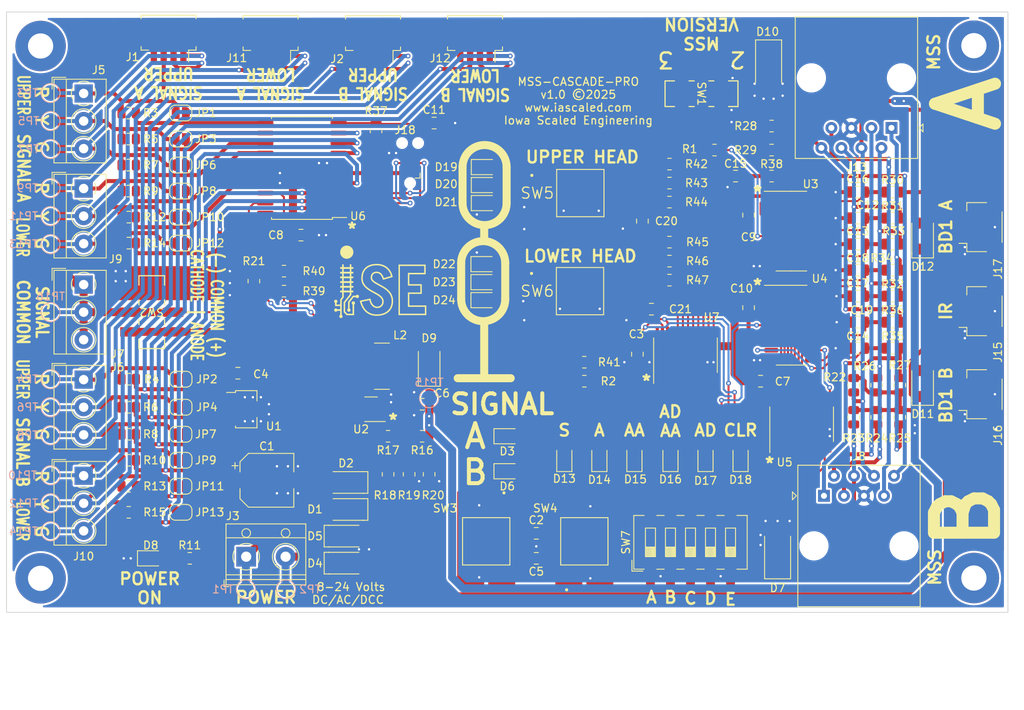
<source format=kicad_pcb>
(kicad_pcb (version 20211014) (generator pcbnew)
  (layers (0 "F.Cu" signal) (31 "B.Cu" signal) (34 "B.Paste" user) (35 "F.Paste" user) (36 "B.SilkS" user "B.Silkscreen") (37 "F.SilkS" user "F.Silkscreen") (38 "B.Mask" user) (39 "F.Mask" user) (44 "Edge.Cuts" user))
  (net 0 "")
  (net 1 "GND")
  (net 2 "+5V")
  (net 3 "Net-(D1-Pad2)")
  (net 4 "Net-(D2-Pad2)")
  (net 9 "Net-(C11-Pad1)")
  (net 10 "Net-(C13-Pad1)")
  (net 11 "+12V")
  (net 12 "Net-(C12-Pad1)")
  (net 13 "Net-(C14-Pad1)")
  (net 14 "Net-(C16-Pad1)")
  (net 15 "Net-(D9-Pad2)")
  (net 16 "Net-(C17-Pad1)")
  (net 17 "Net-(C18-Pad1)")
  (net 18 "Net-(C19-Pad1)")
  (net 19 "Net-(D8-Pad2)")
  (net 20 "Net-(D11-Pad1)")
  (net 21 "Net-(J1-Pad1)")
  (net 22 "Net-(J1-Pad2)")
  (net 23 "Net-(J1-Pad3)")
  (net 24 "Net-(J1-Pad4)")
  (net 25 "Net-(J2-Pad1)")
  (net 26 "Net-(J2-Pad2)")
  (net 27 "Net-(J10-Pad1)")
  (net 28 "Net-(J2-Pad3)")
  (net 29 "/COM_SENSE")
  (net 30 "/VPWR")
  (net 31 "/B_ADJACENT")
  (net 32 "/A_ADJACENT")
  (net 33 "Net-(R16-Pad1)")
  (net 34 "Net-(R17-Pad1)")
  (net 35 "Net-(R18-Pad1)")
  (net 36 "Net-(J11-Pad1)")
  (net 37 "Net-(J11-Pad2)")
  (net 38 "Net-(J10-Pad2)")
  (net 39 "Net-(J10-Pad3)")
  (net 40 "Net-(J13-Pad7)")
  (net 44 "/A_U_SIGNAL_R")
  (net 45 "/A_U_SIGNAL_Y")
  (net 46 "/A_U_SIGNAL_G")
  (net 47 "/A_L_SIGNAL_R")
  (net 48 "/B_ADV_APPROACH")
  (net 49 "/A_L_SIGNAL_Y")
  (net 50 "/B_APPROACH")
  (net 51 "/A_L_SIGNAL_G")
  (net 52 "/A_APPROACH")
  (net 53 "Net-(R19-Pad1)")
  (net 54 "Net-(U3-Pad15)")
  (net 56 "Net-(C15-Pad1)")
  (net 57 "Net-(U4-Pad12)")
  (net 58 "Net-(U4-Pad15)")
  (net 59 "Net-(U3-Pad2)")
  (net 60 "Net-(U4-Pad6)")
  (net 61 "Net-(U4-Pad10)")
  (net 62 "/OPTION_A")
  (net 63 "/OPTION_B")
  (net 64 "/OPTION_C")
  (net 65 "/OPTION_D")
  (net 66 "/OPTION_E")
  (net 67 "Net-(J11-Pad3)")
  (net 68 "Net-(U3-Pad12)")
  (net 69 "Net-(U3-Pad10)")
  (net 70 "/B_DIV_APRCH")
  (net 72 "/SW_A")
  (net 73 "/A_ADV_APPROACH")
  (net 75 "/A_DIV_APRCH")
  (net 76 "/B_L_SIGNAL_G")
  (net 77 "/B_L_SIGNAL_Y")
  (net 78 "/B_U_SIGNAL_R")
  (net 79 "/B_U_SIGNAL_Y")
  (net 80 "/B_U_SIGNAL_G")
  (net 81 "/B_L_SIGNAL_R")
  (net 82 "/SW_B")
  (net 83 "Net-(D3-Pad1)")
  (net 84 "Net-(D3-Pad2)")
  (net 85 "/MSS_V2")
  (net 86 "Net-(D6-Pad2)")
  (net 87 "Net-(D13-Pad1)")
  (net 88 "Net-(D13-Pad2)")
  (net 89 "Net-(D14-Pad2)")
  (net 90 "Net-(D15-Pad2)")
  (net 91 "Net-(D16-Pad2)")
  (net 92 "Net-(D17-Pad2)")
  (net 93 "Net-(D18-Pad2)")
  (net 94 "Net-(D19-Pad2)")
  (net 95 "Net-(D20-Pad2)")
  (net 96 "Net-(D21-Pad2)")
  (net 97 "Net-(D22-Pad2)")
  (net 98 "Net-(D23-Pad2)")
  (net 99 "Net-(D24-Pad2)")
  (net 100 "Net-(R1-Pad2)")
  (net 101 "Net-(R1-Pad1)")
  (net 102 "/SDA")
  (net 103 "Net-(R42-Pad1)")
  (net 104 "Net-(R43-Pad1)")
  (net 105 "Net-(R44-Pad1)")
  (net 106 "Net-(R45-Pad1)")
  (net 107 "Net-(R46-Pad1)")
  (net 108 "Net-(R47-Pad1)")
  (net 110 "Net-(U7-Pad19)")
  (net 111 "Net-(U7-Pad20)")
  (net 112 "/SCL")
  (footprint "Capacitor_SMD:C_0805_2012Metric" (layer "F.Cu") (at 105.41 159.004 -90)
    (fp_text reference "C3")
    (fp_text value "0.1uF")
  )
  (footprint "Resistor_SMD:R_0805_2012Metric" (layer "F.Cu") (at 48.641 184.912)
    (fp_text reference "R11")
    (fp_text value "1k")
  )
  (footprint "ISE_Generic:SOD-123T" (layer "F.Cu") (at 68.453 175.26 180)
    (fp_text reference "D2")
    (fp_text value "CDBM140G")
  )
  (footprint "Capacitor_SMD:C_0805_2012Metric" (layer "F.Cu") (at 92.583 184.912 180)
    (fp_text reference "C5")
    (fp_text value "0.1uF")
  )
  (footprint "Resistor_SMD:R_0805_2012Metric" (layer "F.Cu") (at 138.684 167.005 -90)
    (fp_text reference "R25")
    (fp_text value "10k")
  )
  (footprint "Resistor_SMD:R_0805_2012Metric" (layer "F.Cu") (at 40.894 169.164 180)
    (fp_text reference "R8")
    (fp_text value "330")
  )
  (footprint "MountingHole:MountingHole_3.2mm_M3_Pad" (layer "F.Cu") (at 29.718 119.888)
    (fp_text reference "H4" hide)
    (fp_text value "MountingHole")
  )
  (footprint "Resistor_SMD:R_0805_2012Metric" (layer "F.Cu") (at 40.894 144.907 180)
    (fp_text reference "R14")
    (fp_text value "330")
  )
  (footprint "Connector_JST:JST_SH_SM04B-SRSS-TB_1x04-1MP_P1.00mm_Horizontal" (layer "F.Cu") (at 148.971 164.084 90)
    (fp_text reference "J16")
    (fp_text value "SM04B-SRSS")
  )
  (footprint "Jumper:SolderJumper-2_P1.3mm_Open_RoundedPad1.0x1.5mm" (layer "F.Cu") (at 47.498 175.768 180)
    (fp_text reference "JP11")
    (fp_text value "SolderJumper_2_Open")
  )
  (footprint "LED_SMD:LED_0805_2012Metric" (layer "F.Cu") (at 86.0275 137.541)
    (fp_text reference "D20")
    (fp_text value "AMBER LED")
  )
  (footprint "Package_SO:SO-16_3.9x9.9mm_P1.27mm" (layer "F.Cu") (at 124.968 155.321)
    (fp_text reference "U4")
    (fp_text value "74HC4049")
  )
  (footprint "Resistor_SMD:R_0805_2012Metric" (layer "F.Cu") (at 137.7715 141.732 180)
    (fp_text reference "R31")
    (fp_text value "10k")
  )
  (footprint "TerminalBlock_MetzConnect:TerminalBlock_MetzConnect_Type059_RT06303HBWC_1x03_P3.50mm_Horizontal" (layer "F.Cu") (at 35.179 174.427 -90)
    (fp_text reference "J10")
    (fp_text value "Screw_Terminal_01x02")
  )
  (footprint "Jumper:SolderJumper-2_P1.3mm_Open_RoundedPad1.0x1.5mm" (layer "F.Cu") (at 47.498 169.164 180)
    (fp_text reference "JP7")
    (fp_text value "SolderJumper_2_Open")
  )
  (footprint "TerminalBlock_MetzConnect:TerminalBlock_MetzConnect_Type059_RT06303HBWC_1x03_P3.50mm_Horizontal" (layer "F.Cu") (at 35.179 125.913 -90)
    (fp_text reference "J5")
    (fp_text value "Screw_Terminal_01x02")
  )
  (footprint "Package_TO_SOT_SMD:SOT-23-5" (layer "F.Cu") (at 71.628 165.989 180)
    (fp_text reference "U2")
    (fp_text value "AP3012")
  )
  (footprint "Resistor_SMD:R_0805_2012Metric" (layer "F.Cu") (at 122.428 133.096)
    (fp_text reference "R29")
    (fp_text value "10k")
  )
  (footprint "Jumper:SolderJumper-2_P1.3mm_Open_RoundedPad1.0x1.5mm" (layer "F.Cu") (at 47.498 135.001 180)
    (fp_text reference "JP6")
    (fp_text value "SolderJumper_2_Open")
  )
  (footprint "Connector:Tag-Connect_TC2030-IDC-NL_2x03_P1.27mm_Vertical" (layer "F.Cu") (at 76.581 134.747 90)
    (fp_text reference "J18")
    (fp_text value "AVR-ISP")
  )
  (footprint "ISE_Generic:TE_FSM4JSMA" (layer "F.Cu") (at 98.679 182.753 90)
    (fp_text reference "SW4")
    (fp_text value "FSM4JSMATR")
  )
  (footprint "LED_SMD:LED_0805_2012Metric" (layer "F.Cu") (at 85.979 149.86)
    (fp_text reference "D23")
    (fp_text value "AMBER LED")
  )
  (footprint "Capacitor_SMD:C_0805_2012Metric" (layer "F.Cu") (at 133.35 154.94 180)
    (fp_text reference "C19")
    (fp_text value "0.1uF")
  )
  (footprint "Connector_Molex:Molex_PicoBlade_53261-0471_1x04-1MP_P1.25mm_Horizontal" (layer "F.Cu") (at 58.888 118.737 180)
    (fp_text reference "J11")
    (fp_text value "Molex 0532610471")
  )
  (footprint "LED_SMD:LED_0805_2012Metric" (layer "F.Cu") (at 96.139 172.212 90)
    (fp_text reference "D13")
    (fp_text value "AMBER LED")
  )
  (footprint "Jumper:SolderJumper-2_P1.3mm_Open_RoundedPad1.0x1.5mm" (layer "F.Cu") (at 47.498 128.397 180)
    (fp_text reference "JP1")
    (fp_text value "SolderJumper_2_Open")
  )
  (footprint "Resistor_SMD:R_0805_2012Metric" (layer "F.Cu") (at 138.684 162.941 90)
    (fp_text reference "R27")
    (fp_text value "10k")
  )
  (footprint "LED_SMD:LED_0805_2012Metric" (layer "F.Cu") (at 86.0275 135.255)
    (fp_text reference "D19")
    (fp_text value "GREEN LED")
  )
  (footprint "Capacitor_SMD:C_0805_2012Metric" (layer "F.Cu") (at 133.35 138.43 180)
    (fp_text reference "C16")
    (fp_text value "0.1uF")
  )
  (footprint "LED_SMD:LED_0805_2012Metric" (layer "F.Cu") (at 43.688 184.912)
    (fp_text reference "D8")
    (fp_text value "GREEN LED")
  )
  (footprint "ISE_UltraLibrarian:SW_JS202011SCQN" (layer "F.Cu") (at 113.538 125.94475 -90)
    (fp_text reference "SW1")
    (fp_text value "JS202011SCQN")
  )
  (footprint "Connector_RJ:RJ45_Amphenol_54602-x08_Horizontal" (layer "F.Cu") (at 129.0675 176.97875)
    (fp_text reference "J8")
    (fp_text value "8P8C")
  )
  (footprint "Resistor_SMD:R_0805_2012Metric" (layer "F.Cu") (at 137.7715 138.43 180)
    (fp_text reference "R30")
    (fp_text value "10k")
  )
  (footprint "TerminalBlock_MetzConnect:TerminalBlock_MetzConnect_Type059_RT06303HBWC_1x03_P3.50mm_Horizontal" (layer "F.Cu") (at 35.179 150.17 -90)
    (fp_text reference "J7")
    (fp_text value "Screw_Terminal_01x02")
  )
  (footprint "Resistor_SMD:R_0805_2012Metric" (layer "F.Cu") (at 40.894 138.303 180)
    (fp_text reference "R9")
    (fp_text value "330")
  )
  (footprint "Resistor_SMD:R_0805_2012Metric" (layer "F.Cu") (at 137.7715 151.638 180)
    (fp_text reference "R32")
    (fp_text value "10k")
  )
  (footprint "TerminalBlock_RND:TerminalBlock_RND_205-00012_1x02_P5.00mm_Horizontal" (layer "F.Cu") (at 55.793 184.704)
    (fp_text reference "J3")
    (fp_text value "Screw_Terminal_01x02")
  )
  (footprint "ISE_Generic:TE_FSM4JSMA" (layer "F.Cu") (at 86.233 182.753 -90)
    (fp_text reference "SW3")
    (fp_text value "FSM4JSMATR")
  )
  (footprint "TerminalBlock_MetzConnect:TerminalBlock_MetzConnect_Type059_RT06303HBWC_1x03_P3.50mm_Horizontal" (layer "F.Cu") (at 35.179 137.978 -90)
    (fp_text reference "J9")
    (fp_text value "Screw_Terminal_01x02")
  )
  (footprint "Resistor_SMD:R_0805_2012Metric" (layer "F.Cu") (at 40.894 141.605 180)
    (fp_text reference "R12")
    (fp_text value "330")
  )
  (footprint "Resistor_SMD:R_0805_2012Metric" (layer "F.Cu") (at 135.763 162.941 -90)
    (fp_text reference "R26")
    (fp_text value "10k")
  )
  (footprint "Resistor_SMD:R_0805_2012Metric" (layer "F.Cu") (at 40.894 172.466 180)
    (fp_text reference "R10")
    (fp_text value "330")
  )
  (footprint "Resistor_SMD:R_0805_2012Metric" (layer "F.Cu") (at 60.579 148.463)
    (fp_text reference "R40")
    (fp_text value "10k")
  )
  (footprint "Capacitor_SMD:C_0805_2012Metric" (layer "F.Cu") (at 106.045 142.113 -90)
    (fp_text reference "C20")
    (fp_text value "0.1uF")
  )
  (footprint "Resistor_SMD:R_0805_2012Metric" (layer "F.Cu") (at 40.894 135.001 180)
    (fp_text reference "R7")
    (fp_text value "330")
  )
  (footprint "LED_SMD:LED_0805_2012Metric" (layer "F.Cu") (at 88.9 173.863)
    (fp_text reference "D6")
    (fp_text value "BLUE LED")
  )
  (footprint "Package_SO:SO-16_3.9x9.9mm_P1.27mm" (layer "F.Cu") (at 124.933 143.383)
    (fp_text reference "U3")
    (fp_text value "74HC4049")
  )
  (footprint "Capacitor_SMD:C_0805_2012Metric" (layer "F.Cu") (at 119.507 141.351 -90)
    (fp_text reference "C9")
    (fp_text value "0.1uF")
  )
  (footprint "Capacitor_SMD:C_0805_2012Metric" (layer "F.Cu") (at 92.583 181.737)
    (fp_text reference "C2")
    (fp_text value "0.1uF")
  )
  (footprint "ISE_UltraLibrarian:SW_JS202011SCQN" (layer "F.Cu") (at 43.815 153.67 180)
    (fp_text reference "SW2")
    (fp_text value "JS202011SCQN")
  )
  (footprint "Resistor_SMD:R_0805_2012Metric" (layer "F.Cu") (at 137.7715 148.336 180)
    (fp_text reference "R34")
    (fp_text value "10k")
  )
  (footprint "LED_SMD:LED_0805_2012Metric" (layer "F.Cu") (at 88.9 169.418)
    (fp_text reference "D3")
    (fp_text value "BLUE LED")
  )
  (footprint "Capacitor_SMD:C_0805_2012Metric" (layer "F.Cu") (at 133.35 145.034 180)
    (fp_text reference "C13")
    (fp_text value "0.1uF")
  )
  (footprint "Resistor_SMD:R_0805_2012Metric" (layer "F.Cu") (at 73.787 174.244 90)
    (fp_text reference "R18")
    (fp_text value "1k")
  )
  (footprint "LED_SMD:LED_0805_2012Metric" (layer "F.Cu") (at 105.029 172.212 90)
    (fp_text reference "D15")
    (fp_text value "AMBER LED")
  )
  (footprint "Resistor_SMD:R_0805_2012Metric" (layer "F.Cu") (at 137.7715 158.242 180)
    (fp_text reference "R35")
    (fp_text value "10k")
  )
  (footprint "Capacitor_SMD:C_0805_2012Metric" (layer "F.Cu") (at 119.507 153.096 -90)
    (fp_text reference "C10")
    (fp_text value "0.1uF")
  )
  (footprint "Resistor_SMD:R_0805_2012Metric" (layer "F.Cu") (at 72.263 130.683 -90)
    (fp_text reference "R37")
    (fp_text value "10k")
  )
  (footprint "Resistor_SMD:R_0805_2012Metric" (layer "F.Cu") (at 137.7715 154.94 180)
    (fp_text reference "R36")
    (fp_text value "10k")
  )
  (footprint "Resistor_SMD:R_0805_2012Metric" (layer "F.Cu") (at 135.763 167.005 -90)
    (fp_text reference "R24")
    (fp_text value "10k")
  )
  (footprint "Resistor_SMD:R_0805_2012Metric" (layer "F.Cu") (at 60.579 151.003)
    (fp_text reference "R39")
    (fp_text value "10k")
  )
  (footprint "TerminalBlock_MetzConnect:TerminalBlock_MetzConnect_Type059_RT06303HBWC_1x03_P3.50mm_Horizontal" (layer "F.Cu") (at 35.179 162.235 -90)
    (fp_text reference "J6")
    (fp_text value "Screw_Terminal_01x02")
  )
  (footprint "LED_SMD:LED_0805_2012Metric" (layer "F.Cu") (at 109.601 172.212 90)
    (fp_text reference "D16")
    (fp_text value "AMBER LED")
  )
  (footprint "Jumper:SolderJumper-2_P1.3mm_Open_RoundedPad1.0x1.5mm" (layer "F.Cu") (at 47.498 131.699 180)
    (fp_text reference "JP3")
    (fp_text value "SolderJumper_2_Open")
  )
  (footprint "Connector_Molex:Molex_PicoBlade_53261-0471_1x04-1MP_P1.25mm_Horizontal" (layer "F.Cu") (at 45.954 118.699 180)
    (fp_text reference "J1")
    (fp_text value "Molex 0532610471")
  )
  (footprint "Resistor_SMD:R_0805_2012Metric" (layer "F.Cu") (at 109.474 147.193 180)
    (fp_text reference "R46")
    (fp_text value "1k")
  )
  (footprint "Diode_SMD:D_SMA" (layer "F.Cu") (at 122.047 122.51575 -90)
    (fp_text reference "D10")
    (fp_text value "SMAJ18A-TP")
  )
  (footprint "Resistor_SMD:R_0805_2012Metric" (layer "F.Cu") (at 98.679 162.433)
    (fp_text reference "R2")
    (fp_text value "1k")
  )
  (footprint "Resistor_SMD:R_0805_2012Metric" (layer "F.Cu") (at 40.894 175.768 180)
    (fp_text reference "R13")
    (fp_text value "330")
  )
  (footprint "Capacitor_SMD:C_0805_2012Metric" (layer "F.Cu") (at 133.35 141.732 180)
    (fp_text reference "C12")
    (fp_text value "0.1uF")
  )
  (footprint "Package_SO:SOIC-20W_7.5x12.8mm_P1.27mm" (layer "F.Cu") (at 62.865 135.382 180)
    (fp_text reference "U6")
    (fp_text value "ATtiny861A-S")
  )
  (footprint "Jumper:SolderJumper-2_P1.3mm_Open_RoundedPad1.0x1.5mm" (layer "F.Cu") (at 47.513 165.735 180)
    (fp_text reference "JP4")
    (fp_text value "SolderJumper_2_Open")
  )
  (footprint "Resistor_SMD:R_0805_2012Metric" (layer "F.Cu") (at 78.105 169.418)
    (fp_text reference "R16")
    (fp_text value "10k")
  )
  (footprint "Capacitor_SMD:C_0805_2012Metric" (layer "F.Cu") (at 133.35 148.336 180)
    (fp_text reference "C18")
    (fp_text value "0.1uF")
  )
  (footprint "Capacitor_SMD:C_0805_2012Metric" (layer "F.Cu") (at 79.629 129.667)
    (fp_text reference "C11")
    (fp_text value "1uF")
  )
  (footprint "Resistor_SMD:R_0805_2012Metric" (layer "F.Cu") (at 40.894 179.07 180)
    (fp_text reference "R15")
    (fp_text value "330")
  )
  (footprint "Resistor_SMD:R_0805_2012Metric" (layer "F.Cu") (at 98.679 160.02)
    (fp_text reference "R41")
    (fp_text value "1k")
  )
  (footprint "Resistor_SMD:R_0805_2012Metric" (layer "F.Cu") (at 109.474 144.78 180)
    (fp_text reference "R45")
    (fp_text value "1k")
  )
  (footprint "ISE_Generic:SOD-123T" (layer "F.Cu") (at 141.605 162.72525 90)
    (fp_text reference "D11")
    (fp_text value "CDBM140G")
  )
  (footprint "Resistor_SMD:R_0805_2012Metric" (layer "F.Cu") (at 115.189 133.096 180)
    (fp_text reference "R1")
    (fp_text value "10k")
  )
  (footprint "Resistor_SMD:R_0805_2012Metric" (layer "F.Cu") (at 122.428 136.398 180)
    (fp_text reference "R38")
    (fp_text value "10k")
  )
  (footprint "Resistor_SMD:R_0805_2012Metric" (layer "F.Cu") (at 40.894 165.735 180)
    (fp_text reference "R6")
    (fp_text value "330")
  )
  (footprint "Connector_Molex:Molex_PicoBlade_53261-0471_1x04-1MP_P1.25mm_Horizontal" (layer "F.Cu") (at 84.816 118.737 180)
    (fp_text reference "J12")
    (fp_text value "Molex 0532610471")
  )
  (footprint "Resistor_SMD:R_0805_2012Metric" (layer "F.Cu") (at 109.474 149.606 180)
    (fp_text reference "R47")
    (fp_text value "1k")
  )
  (footprint "Capacitor_SMD:C_0805_2012Metric" (layer "F.Cu") (at 133.35 151.638 180)
    (fp_text reference "C17")
    (fp_text value "0.1uF")
  )
  (footprint "Capacitor_SMD:C_0805_2012Metric" (layer "F.Cu") (at 78.105 165.354 180)
    (fp_text reference "C6")
    (fp_text value "10uF")
  )
  (footprint "Jumper:SolderJumper-2_P1.3mm_Open_RoundedPad1.0x1.5mm" (layer "F.Cu") (at 47.513 162.179 180)
    (fp_text reference "JP2")
    (fp_text value "SolderJumper_2_Open")
  )
  (footprint "Capacitor_SMD:C_0805_2012Metric" (layer "F.Cu") (at 117.856 136.398 180)
    (fp_text reference "C15")
    (fp_text value "0.1uF")
  )
  (footprint "Resistor_SMD:R_0805_2012Metric" (layer "F.Cu") (at 78.994 174.244 90)
    (fp_text reference "R20")
    (fp_text value "330")
  )
  (footprint "LED_SMD:LED_0805_2012Metric" (layer "F.Cu") (at 86.0275 139.827)
    (fp_text reference "D21")
    (fp_text value "RED LED")
  )
  (footprint "Jumper:SolderJumper-2_P1.3mm_Open_RoundedPad1.0x1.5mm" (layer "F.Cu") (at 47.513 172.466 180)
    (fp_text reference "JP9")
    (fp_text value "SolderJumper_2_Open")
  )
  (footprint "ISE_Generic:SOD-123T" (layer "F.Cu") (at 68.453 178.689 180)
    (fp_text reference "D1")
    (fp_text value "CDBM140G")
  )
  (footprint "Resistor_SMD:R_0805_2012Metric" (layer "F.Cu") (at 109.474 137.287 180)
    (fp_text reference "R43")
    (fp_text value "1k")
  )
  (footprint "Capacitor_SMD:C_0805_2012Metric" (layer "F.Cu") (at 121.031 162.433)
    (fp_text reference "C7")
    (fp_text value "0.1uF")
  )
  (footprint "ISE_Generic:SOD-123T" (layer "F.Cu") (at 68.453 182.118)
    (fp_text reference "D5")
    (fp_text value "CDBM140G")
  )
  (footprint "Resistor_SMD:R_0805_2012Metric" (layer "F.Cu") (at 137.7715 145.034 180)
    (fp_text reference "R33")
    (fp_text value "10k")
  )
  (footprint "Resistor_SMD:R_0805_2012Metric" (layer "F.Cu") (at 40.894 162.179 180)
    (fp_text reference "R4")
    (fp_text value "330")
  )
  (footprint "LED_SMD:LED_0805_2012Metric" (layer "F.Cu") (at 100.584 172.212 90)
    (fp_text reference "D14")
    (fp_text value "AMBER LED")
  )
  (footprint "LED_SMD:LED_0805_2012Metric" (layer "F.Cu") (at 118.491 172.212 90)
    (fp_text reference "D18")
    (fp_text value "AMBER LED")
  )
  (footprint "Capacitor_SMD:C_0805_2012Metric" (layer "F.Cu") (at 62.738 143.891)
    (fp_text reference "C8")
    (fp_text value "0.1uF")
  )
  (footprint "Resistor_SMD:R_0805_2012Metric" (layer "F.Cu") (at 73.787 169.418)
    (fp_text reference "R17")
    (fp_text value "10k")
  )
  (footprint "LED_SMD:LED_0805_2012Metric" (layer "F.Cu") (at 114.046 172.212 90)
    (fp_text reference "D17")
    (fp_text value "AMBER LED")
  )
  (footprint "Connector_RJ:RJ45_Amphenol_54602-x08_Horizontal" (layer "F.Cu") (at 137.6325 130.28275 180)
    (fp_text reference "J13")
    (fp_text value "8P8C")
  )
  (footprint "ISE_Generic:TE_FSM4JSMA" (layer "F.Cu") (at 98.13 151.003)
    (fp_text reference "SW6")
    (fp_text value "FSM4JSMATR")
  )
  (footprint "Jumper:SolderJumper-2_P1.3mm_Open_RoundedPad1.0x1.5mm" (layer "F.Cu") (at 47.498 138.303 180)
    (fp_text reference "JP8")
    (fp_text value "SolderJumper_2_Open")
  )
  (footprint "Connector_JST:JST_SH_SM04B-SRSS-TB_1x04-1MP_P1.00mm_Horizontal" (layer "F.Cu") (at 148.971 153.543 90)
    (fp_text reference "J15")
    (fp_text value "SM04B-SRSS")
  )
  (footprint "ISE_Generic:SOT-89-3" (layer "F.Cu") (at 55.499 165.989)
    (fp_text reference "U1")
    (fp_text value "AP7381-50Y")
  )
  (footprint "LED_SMD:LED_0805_2012Metric" (layer "F.Cu") (at 85.979 152.146)
    (fp_text reference "D24")
    (fp_text value "RED LED")
  )
  (footprint "Resistor_SMD:R_0805_2012Metric" (layer "F.Cu") (at 132.842 167.005 -90)
    (fp_text reference "R23")
    (fp_text value "10k")
  )
  (footprint "MountingHole:MountingHole_3.2mm_M3_Pad" (layer "F.Cu") (at 29.718 187.452)
    (fp_text reference "H1" hide)
    (fp_text value "MountingHole")
  )
  (footprint "Capacitor_SMD:C_0805_2012Metric" (layer "F.Cu") (at 54.737 161.417)
    (fp_text reference "C4")
    (fp_text value "22uF")
  )
  (footprint "Capacitor_SMD:C_0805_2012Metric" (layer "F.Cu") (at 133.35 158.242 180)
    (fp_text reference "C14")
    (fp_text value "0.1uF")
  )
  (footprint "Resistor_SMD:R_0805_2012Metric" (layer "F.Cu") (at 109.474 139.7 180)
    (fp_text reference "R44")
    (fp_text value "1k")
  )
  (footprint "ISE_Generic:SOD-123T" (layer "F.Cu") (at 79.0194 160.29975 90)
    (fp_text reference "D9")
    (fp_text value "CDBM140G")
  )
  (footprint "Capacitor_SMD:CP_Elec_6.3x5.8" (layer "F.Cu") (at 58.42 175.006)
    (fp_text reference "C1")
    (fp_text value "68uF")
  )
  (footprint "LED_SMD:LED_0805_2012Metric" (layer "F.Cu") (at 85.979 147.574)
    (fp_text reference "D22")
    (fp_text value "GREEN LED")
  )
  (footprint "Connector_Molex:Molex_PicoBlade_53261-0471_1x04-1MP_P1.25mm_Horizontal" (layer "F.Cu") (at 71.882 118.745 180)
    (fp_text reference "J2")
    (fp_text value "Molex 0532610471")
  )
  (footprint "MountingHole:MountingHole_3.2mm_M3_Pad" (layer "F.Cu") (at 148.082 187.41275)
    (fp_text reference "H3" hide)
    (fp_text value "MountingHole")
  )
  (footprint "Jumper:SolderJumper-2_P1.3mm_Open_RoundedPad1.0x1.5mm" (layer "F.Cu") (at 47.498 141.605 180)
    (fp_text reference "JP10")
    (fp_text value "SolderJumper_2_Open")
  )
  (footprint "Resistor_SMD:R_0805_2012Metric" (layer "F.Cu") (at 122.428 130.048)
    (fp_text reference "R28")
    (fp_text value "10k")
  )
  (footprint "Package_SO:TSSOP-24_4.4x7.8mm_P0.65mm" (layer "F.Cu") (at 111.506 159.131 90)
    (fp_text reference "U7")
    (fp_text value "PCA9555PW")
  )
  (footprint "Jumper:SolderJumper-2_P1.3mm_Open_RoundedPad1.0x1.5mm" (layer "F.Cu") (at 47.498 144.907 180)
    (fp_text reference "JP12")
    (fp_text value "SolderJumper_2_Open")
  )
  (footprint "Resistor_SMD:R_0805_2012Metric" (layer "F.Cu") (at 40.894 128.397 180)
    (fp_text reference "R3")
    (fp_text value "330")
  )
  (footprint "Resistor_SMD:R_0805_2012Metric" (layer "F.Cu") (at 132.842 162.941 -90)
    (fp_text reference "R22")
    (fp_text value "10k")
  )
  (footprint "Jumper:SolderJumper-2_P1.3mm_Open_RoundedPad1.0x1.5mm" (layer "F.Cu") (at 47.513 179.07 180)
    (fp_text reference "JP13")
    (fp_text value "SolderJumper_2_Open")
  )
  (footprint "Resistor_SMD:R_0805_2012Metric" (layer "F.Cu") (at 56.769 149.733 -90)
    (fp_text reference "R21")
    (fp_text value "10k")
  )
  (footprint "Connector_JST:JST_SH_SM04B-SRSS-TB_1x04-1MP_P1.00mm_Horizontal" (layer "F.Cu") (at 148.971 142.875 90)
    (fp_text reference "J17")
    (fp_text value "SM04B-SRSS")
  )
  (footprint "ISE_Generic:TE_FSM4JSMA" (layer "F.Cu") (at 98.171 138.557)
    (fp_text reference "SW5")
    (fp_text value "FSM4JSMATR")
  )
  (footprint "Diode_SMD:D_SMA" (layer "F.Cu") (at 123.19 184.11075 90)
    (fp_text reference "D7")
    (fp_text value "SMAJ18A-TP")
  )
  (footprint "Resistor_SMD:R_0805_2012Metric" (layer "F.Cu") (at 76.454 174.244 -90)
    (fp_text reference "R19")
    (fp_text value "1k")
  )
  (footprint "MountingHole:MountingHole_3.2mm_M3_Pad" (layer "F.Cu") (at 148.082 119.84875)
    (fp_text reference "H2" hide)
    (fp_text value "MountingHole")
  )
  (footprint "Resistor_SMD:R_0805_2012Metric" (layer "F.Cu") (at 40.894 131.699 180)
    (fp_text reference "R5")
    (fp_text value "330")
  )
  (footprint "ISE_Generic:SOD-123T" (layer "F.Cu") (at 68.453 185.547)
    (fp_text reference "D4")
    (fp_text value "CDBM140G")
  )
  (footprint "Resistor_SMD:R_0805_2012Metric" (layer "F.Cu") (at 109.474 134.874 180)
    (fp_text reference "R42")
    (fp_text value "1k")
  )
  (footprint "Package_SO:TSSOP-24_4.4x7.8mm_P0.65mm" (layer "F.Cu") (at 126.238 167.894 90)
    (fp_text reference "U5")
    (fp_text value "PCA9555PW")
  )
  (footprint "ISE_UltraLibrarian:MSS6132-xxxMLC" (layer "F.Cu") (at 73.0123 160.528)
    (fp_text reference "L2")
    (fp_text value "4.7uH" hide)
  )
  (footprint "Capacitor_SMD:C_0805_2012Metric" (layer "F.Cu") (at 107.188 153.289 180)
    (fp_text reference "C21")
    (fp_text value "0.1uF")
  )
  (footprint "ISE_Generic:SOD-123T" (layer "F.Cu") (at 141.605 144.018 90)
    (fp_text reference "D12")
    (fp_text value "CDBM140G")
  )
  (footprint "Button_Switch_SMD:SW_DIP_SPSTx05_Slide_6.7x14.26mm_W8.61mm_P2.54mm_LowProfile" (layer "F.Cu") (at 112.141 182.88 90)
    (fp_text reference "SW7")
    (fp_text value "SW_DIP_x05")
  )
  (footprint "TestPoint:TestPoint_Pad_D2.0mm" (layer "B.Cu") (at 30.988 181.483 180)
    (fp_text reference "TP14")
    (fp_text value "TestPoint")
  )
  (footprint "TestPoint:TestPoint_Pad_D2.0mm" (layer "B.Cu") (at 30.988 162.179 180)
    (fp_text reference "TP4")
    (fp_text value "TestPoint")
  )
  (footprint "TestPoint:TestPoint_Pad_D2.0mm" (layer "B.Cu") (at 30.988 141.478 180)
    (fp_text reference "TP11")
    (fp_text value "TestPoint")
  )
  (footprint "TestPoint:TestPoint_Pad_D2.0mm" (layer "B.Cu") (at 31.002 174.371 180)
    (fp_text reference "TP10")
    (fp_text value "TestPoint")
  )
  (footprint "TestPoint:TestPoint_Pad_D2.0mm" (layer "B.Cu") (at 60.833 188.849 180)
    (fp_text reference "TP2")
    (fp_text value "TestPoint")
  )
  (footprint "TestPoint:TestPoint_Pad_D2.0mm" (layer "B.Cu") (at 30.988 125.857 180)
    (fp_text reference "TP3")
    (fp_text value "TestPoint")
  )
  (footprint "TestPoint:TestPoint_Pad_D2.0mm" (layer "B.Cu") (at 30.988 153.67 180)
    (fp_text reference "TP16")
    (fp_text value "TestPoint")
  )
  (footprint "TestPoint:TestPoint_Pad_D2.0mm" (layer "B.Cu") (at 30.988 165.735 180)
    (fp_text reference "TP6")
    (fp_text value "TestPoint")
  )
  (footprint "TestPoint:TestPoint_Pad_D2.0mm" (layer "B.Cu") (at 78.994 164.592 180)
    (fp_text reference "TP15")
    (fp_text value "TestPoint")
  )
  (footprint "TestPoint:TestPoint_Pad_D2.0mm" (layer "B.Cu") (at 30.988 145.034 180)
    (fp_text reference "TP13")
    (fp_text value "TestPoint")
  )
  (footprint "TestPoint:TestPoint_Pad_D2.0mm" (layer "B.Cu") (at 30.988 177.927 180)
    (fp_text reference "TP12")
    (fp_text value "TestPoint")
  )
  (footprint "TestPoint:TestPoint_Pad_D2.0mm" (layer "B.Cu") (at 30.988 169.291 180)
    (fp_text reference "TP8")
    (fp_text value "TestPoint")
  )
  (footprint "TestPoint:TestPoint_Pad_D2.0mm" (layer "B.Cu") (at 30.988 132.969 180)
    (fp_text reference "TP7")
    (fp_text value "TestPoint")
  )
  (footprint "TestPoint:TestPoint_Pad_D2.0mm" (layer "B.Cu") (at 30.988 137.922 180)
    (fp_text reference "TP9")
    (fp_text value "TestPoint")
  )
  (footprint "TestPoint:TestPoint_Pad_D2.0mm" (layer "B.Cu") (at 30.988 129.413 180)
    (fp_text reference "TP5")
    (fp_text value "TestPoint")
  )
  (footprint "TestPoint:TestPoint_Pad_D2.0mm" (layer "B.Cu") (at 55.753 188.849 180)
    (fp_text reference "TP1")
    (fp_text value "TestPoint")
  )
  (gr_line locked (start 88.8215 135.255) (end 88.8215 139.827) (layer "F.SilkS") (width 1.016))
  (gr_poly (pts (xy 69.899161 151.461568) (xy 69.914028 151.463337) (xy 69.928811 151.466006) (xy 69.943398 151.469549) (xy 69.95768 151.473934) (xy 69.971545 151.479134) (xy 69.984883 151.48512) (xy 69.997583 151.491862) (xy 70.009535 151.499331) (xy 70.020628 151.5075) (xy 70.025817 151.511837) (xy 70.030751 151.516338) (xy 70.035415 151.520999) (xy 70.039795 151.525817) (xy 70.048545 151.536362) (xy 70.056545 151.547208) (xy 70.0638 151.558325) (xy 70.070314 151.569684) (xy 70.076094 151.581254) (xy 70.081146 151.593005) (xy 70.085474 151.604908) (xy 70.089084 151.616933) (xy 70.091983 151.629049) (xy 70.094175 151.641228) (xy 70.095666 151.653439) (xy 70.096461 151.665653) (xy 70.096567 151.677839) (xy 70.095988 151.689968) (xy 70.09473 151.70201) (xy 70.0928 151.713935) (xy 70.090201 151.725714) (xy 70.086941 151.737315) (xy 70.083024 151.748711) (xy 70.078456 151.75987) (xy 70.073242 151.770762) (xy 70.067389 151.781359) (xy 70.060901 151.79163) (xy 70.053785 151.801546) (xy 70.046045 151.811075) (xy 70.037688 151.82019) (xy 70.028718 151.828859) (xy 70.019142 151.837053) (xy 70.008965 151.844743) (xy 69.998193 151.851897) (xy 69.98683 151.858487) (xy 69.974884 151.864483) (xy 69.964949 151.8687) (xy 69.954508 151.872355) (xy 69.943633 151.875447) (xy 69.932396 151.877977) (xy 69.92087 151.879945) (xy 69.909126 151.881351) (xy 69.897238 151.882194) (xy 69.885278 151.882475) (xy 69.873318 151.882194) (xy 69.86143 151.881351) (xy 69.849686 151.879945) (xy 69.83816 151.877977) (xy 69.826923 151.875447) (xy 69.816048 151.872355) (xy 69.805607 151.8687) (xy 69.795673 151.864483) (xy 69.789038 151.861037) (xy 69.781917 151.856856) (xy 69.774437 151.852048) (xy 69.766723 151.846723) (xy 69.758901 151.840989) (xy 69.751098 151.834954) (xy 69.74344 151.828726) (xy 69.736053 151.822415) (xy 69.729063 151.816128) (xy 69.722595 151.809975) (xy 69.716777 151.804064) (xy 69.711733 151.798503) (xy 69.707591 151.793401) (xy 69.705898 151.791056) (xy 69.704477 151.788867) (xy 69.703344 151.786846) (xy 69.702515 151.785008) (xy 69.702007 151.783366) (xy 69.701834 151.781934) (xy 69.70111 151.781281) (xy 69.698985 151.780648) (xy 69.69082 151.779453) (xy 69.677909 151.778374) (xy 69.660823 151.777436) (xy 69.640132 151.776663) (xy 69.616406 151.77608) (xy 69.562134 151.775584) (xy 69.422434 151.775584) (xy 69.167023 152.098022) (xy 68.911612 152.421167) (xy 68.911612 153.2128) (xy 68.929956 153.222678) (xy 68.935767 153.22613) (xy 68.941784 153.230352) (xy 68.947947 153.235271) (xy 68.954198 153.240813) (xy 68.960479 153.246905) (xy 68.966729 153.253473) (xy 68.97289 153.260444) (xy 68.978904 153.267745) (xy 68.984711 153.275303) (xy 68.990252 153.283043) (xy 68.995469 153.290893) (xy 69.000302 153.298779) (xy 69.004693 153.306627) (xy 69.008583 153.314365) (xy 69.011912 153.32192) (xy 69.014623 153.329216) (xy 69.017534 153.339344) (xy 69.019923 153.350077) (xy 69.021794 153.361311) (xy 69.023155 153.372939) (xy 69.024012 153.384857) (xy 69.024371 153.396958) (xy 69.024238 153.409139) (xy 69.023619 153.421292) (xy 69.02252 153.433313) (xy 69.020948 153.445096) (xy 69.018909 153.456536) (xy 69.016409 153.467528) (xy 69.013454 153.477965) (xy 69.01005 153.487744) (xy 69.006205 153.496757) (xy 69.001923 153.5049) (xy 68.993754 153.517856) (xy 68.985123 153.529998) (xy 68.976031 153.541324) (xy 68.96648 153.55183) (xy 68.956469 153.561514) (xy 68.946001 153.570372) (xy 68.935075 153.578401) (xy 68.923694 153.585598) (xy 68.911858 153.59196) (xy 68.899569 153.597484) (xy 68.886827 153.602166) (xy 68.873633 153.606004) (xy 68.859988 153.608995) (xy 68.845894 153.611135) (xy 68.831352 153.612421) (xy 68.816361 153.61285) (xy 68.805077 153.612588) (xy 68.793986 153.611807) (xy 68.783098 153.610519) (xy 68.772425 153.608734) (xy 68.761979 153.606465) (xy 68.751769 153.603721) (xy 68.741806 153.600514) (xy 68.732103 153.596854) (xy 68.722669 153.592753) (xy 68.713516 153.588222) (xy 68.704655 153.583272) (xy 68.696096 153.577913) (xy 68.687851 153.572157) (xy 68.679931 153.566014) (xy 68.672346 153.559496) (xy 68.665108 153.552613) (xy 68.658228 153.545377) (xy 68.651716 153.537799) (xy 68.645583 153.529889) (xy 68.639842 153.521658) (xy 68.634502 153.513118) (xy 68.629574 153.50428) (xy 68.62507 153.495154) (xy 68.621 153.485751) (xy 68.617376 153.476082) (xy 68.614208 153.466159) (xy 68.611507 153.455993) (xy 68.609285 153.445593) (xy 68.607552 153.434972) (xy 68.60632 153.424141) (xy 68.605599 153.413109) (xy 68.6054 153.401889) (xy 68.605674 153.389634) (xy 68.606497 153.377732) (xy 68.607875 153.366173) (xy 68.60981 153.354947) (xy 68.612308 153.344044) (xy 68.615372 153.333453) (xy 68.619007 153.323163) (xy 68.623216 153.313165) (xy 68.628004 153.303449) (xy 68.633375 153.294002) (xy 68.639333 153.284817) (xy 68.645882 153.275881) (xy 68.653026 153.267186) (xy 68.66077 153.258719) (xy 68.669118 153.250472) (xy 68.678073 153.242434) (xy 68.714056 153.211389) (xy 68.714056 152.345672) (xy 69.019562 151.959028) (xy 69.324361 151.571678) (xy 69.511334 151.570972) (xy 69.698306 151.570267) (xy 69.717356 151.54275) (xy 69.721941 151.536461) (xy 69.726947 151.530304) (xy 69.73235 151.524295) (xy 69.738126 151.518453) (xy 69.744248 151.512791) (xy 69.750693 151.507329) (xy 69.757436 151.502081) (xy 69.764452 151.497065) (xy 69.771715 151.492297) (xy 69.779202 151.487794) (xy 69.786887 151.483572) (xy 69.794746 151.479647) (xy 69.802754 151.476037) (xy 69.810886 151.472757) (xy 69.819117 151.469825) (xy 69.827423 151.467256) (xy 69.834173 151.465538) (xy 69.841055 151.464084) (xy 69.855156 151.461959) (xy 69.869614 151.46085) (xy 69.884319 151.460729)) (layer "F.SilkS") (width 0) (fill solid))
  (gr_line (start 85.979 155.067) (end 85.979 161.798) (layer "F.SilkS") (width 1.016))
  (gr_arc locked (start 88.8215 139.827) (mid 86.0275 142.621) (end 83.2335 139.827) (layer "F.SilkS") (width 1.016))
  (gr_poly (pts (xy 68.163723 147.951473) (xy 68.932778 147.951473) (xy 68.932778 147.598695) (xy 69.130334 147.598695) (xy 69.130334 147.951473) (xy 69.384334 147.951473) (xy 69.384334 148.170195) (xy 69.130334 148.170195) (xy 69.130334 148.544139) (xy 69.384334 148.544139) (xy 69.384334 148.769917) (xy 69.130334 148.769917) (xy 69.130334 149.143861) (xy 69.384334 149.143861) (xy 69.384334 149.362584) (xy 69.130334 149.362584) (xy 69.130334 149.736528) (xy 69.384334 149.736528) (xy 69.384334 149.962306) (xy 69.130334 149.962306) (xy 69.130334 150.33625) (xy 69.384334 150.33625) (xy 69.384334 150.562028) (xy 69.130334 150.562028) (xy 69.130334 150.928917) (xy 69.384334 150.928917) (xy 69.384334 151.161751) (xy 69.130334 151.161751) (xy 69.130334 151.490539) (xy 68.73875 151.985133) (xy 68.347167 152.480433) (xy 68.347167 153.592389) (xy 68.483339 153.728561) (xy 68.618806 153.864028) (xy 69.285556 153.864028) (xy 69.285556 153.279122) (xy 69.285528 153.088855) (xy 69.285463 153.011522) (xy 69.285335 152.944965) (xy 69.285242 152.915472) (xy 69.285125 152.888367) (xy 69.284983 152.863547) (xy 69.284812 152.84091) (xy 69.28461 152.820355) (xy 69.284374 152.801778) (xy 69.284103 152.785078) (xy 69.283792 152.770152) (xy 69.28344 152.756899) (xy 69.283044 152.745215) (xy 69.282602 152.735) (xy 69.282363 152.73041) (xy 69.282111 152.72615) (xy 69.281846 152.722205) (xy 69.281568 152.718564) (xy 69.281276 152.715212) (xy 69.28097 152.712139) (xy 69.280651 152.70933) (xy 69.280316 152.706773) (xy 69.279967 152.704455) (xy 69.279603 152.702364) (xy 69.279223 152.700486) (xy 69.278827 152.698809) (xy 69.278415 152.697321) (xy 69.277987 152.696008) (xy 69.277542 152.694857) (xy 69.27708 152.693856) (xy 69.2766 152.692993) (xy 69.276103 152.692253) (xy 69.275587 152.691625) (xy 69.275053 152.691096) (xy 69.2745 152.690653) (xy 69.273929 152.690282) (xy 69.273338 152.689973) (xy 69.272727 152.689711) (xy 69.271445 152.689278) (xy 69.269115 152.688386) (xy 69.266633 152.687174) (xy 69.261258 152.683853) (xy 69.255421 152.679438) (xy 69.24922 152.674053) (xy 69.242754 152.667821) (xy 69.236123 152.660864) (xy 69.229426 152.653306) (xy 69.222762 152.645269) (xy 69.21623 152.636876) (xy 69.209929 152.628251) (xy 69.20396 152.619517) (xy 69.19842 152.610796) (xy 69.193409 152.602211) (xy 69.189027 152.593886) (xy 69.185373 152.585943) (xy 69.182545 152.578506) (xy 69.179518 152.568356) (xy 69.177046 152.557793) (xy 69.175125 152.546885) (xy 69.173747 152.535699) (xy 69.172907 152.524302) (xy 69.172598 152.512761) (xy 69.172814 152.501144) (xy 69.173549 152.489518) (xy 69.174796 152.477949) (xy 69.17655 152.466506) (xy 69.178804 152.455255) (xy 69.181553 152.444263) (xy 69.184789 152.433598) (xy 69.188506 152.423326) (xy 69.192699 152.413516) (xy 69.197361 152.404234) (xy 69.20189 152.39615) (xy 69.206502 152.388544) (xy 69.211232 152.381384) (xy 69.216114 152.374633) (xy 69.221182 152.368259) (xy 69.22647 152.362227) (xy 69.232012 152.356502) (xy 69.237843 152.351052) (xy 69.243996 152.345841) (xy 69.250505 152.340837) (xy 69.257406 152.336003) (xy 69.264731 152.331307) (xy 69.272515 152.326715) (xy 69.280792 152.322192) (xy 69.289596 152.317704) (xy 69.298961 152.313217) (xy 69.310289 152.308241) (xy 69.31545 152.306171) (xy 69.320393 152.304364) (xy 69.325203 152.30281) (xy 69.329967 152.301496) (xy 69.334773 152.300412) (xy 69.339707 152.299547) (xy 69.344856 152.298887) (xy 69.350307 152.298423) (xy 69.356147 152.298144) (xy 69.362462 152.298036) (xy 69.369339 152.29809) (xy 69.376865 152.298294) (xy 69.394211 152.299105) (xy 69.406268 152.299903) (xy 69.417605 152.300988) (xy 69.428281 152.302383) (xy 69.438353 152.30411) (xy 69.447879 152.306194) (xy 69.456918 152.308655) (xy 69.465526 152.311518) (xy 69.473763 152.314804) (xy 69.481685 152.318537) (xy 69.489351 152.322739) (xy 69.496819 152.327433) (xy 69.504146 152.332642) (xy 69.51139 152.338388) (xy 69.51861 152.344694) (xy 69.525862 152.351583) (xy 69.533206 152.359078) (xy 69.541072 152.36757) (xy 69.548282 152.375888) (xy 69.554854 152.384089) (xy 69.560811 152.392228) (xy 69.566172 152.400363) (xy 69.570959 152.408551) (xy 69.575191 152.416848) (xy 69.578891 152.425312) (xy 69.582077 152.433999) (xy 69.584772 152.442966) (xy 69.586996 152.45227) (xy 69.588768 152.461968) (xy 69.590111 152.472116) (xy 69.591045 152.482772) (xy 69.59159 152.493992) (xy 69.591767 152.505833) (xy 69.591617 152.519346) (xy 69.590899 152.532373) (xy 69.589606 152.544927) (xy 69.587732 152.557019) (xy 69.585271 152.568661) (xy 69.582217 152.579863) (xy 69.578564 152.590638) (xy 69.574304 152.600996) (xy 69.569433 152.610948) (xy 69.566767 152.615776) (xy 69.563944 152.620507) (xy 69.560966 152.625143) (xy 69.557831 152.629684) (xy 69.551087 152.638489) (xy 69.543707 152.646935) (xy 69.535684 152.655033) (xy 69.527011 152.662793) (xy 69.517684 152.670228) (xy 69.483817 152.696334) (xy 69.483817 153.378605) (xy 69.483111 154.061583) (xy 68.534139 154.061583) (xy 68.342228 153.869673) (xy 68.149612 153.677056) (xy 68.149612 152.404234) (xy 68.541195 151.908934) (xy 68.932778 151.414339) (xy 68.932778 151.161751) (xy 68.163723 151.161751) (xy 68.163723 151.484189) (xy 68.163017 151.807333) (xy 68.036723 151.966083) (xy 67.910428 152.124833) (xy 67.909723 153.070278) (xy 67.909723 154.015722) (xy 67.945 154.046062) (xy 67.954545 154.054534) (xy 67.963346 154.063043) (xy 67.971422 154.071624) (xy 67.97879 154.080314) (xy 67.985467 154.089148) (xy 67.991472 154.098163) (xy 67.996821 154.107396) (xy 68.001533 154.116881) (xy 68.005625 154.126656) (xy 68.009114 154.136757) (xy 68.012018 154.147219) (xy 68.014354 154.158079) (xy 68.016141 154.169373) (xy 68.017396 154.181138) (xy 68.018136 154.193409) (xy 68.018378 154.206222) (xy 68.018457 154.222761) (xy 68.018333 154.230057) (xy 68.018081 154.236804) (xy 68.017683 154.24308) (xy 68.017126 154.248961) (xy 68.016392 154.254524) (xy 68.015468 154.259845) (xy 68.014337 154.265) (xy 68.012983 154.270067) (xy 68.011392 154.275121) (xy 68.009548 154.280239) (xy 68.007435 154.285498) (xy 68.005037 154.290974) (xy 68.00234 154.296743) (xy 67.999328 154.302883) (xy 67.992004 154.316615) (xy 67.984057 154.329498) (xy 67.975494 154.341526) (xy 67.966321 154.352691) (xy 67.956545 154.362988) (xy 67.946172 154.372411) (xy 67.935207 154.380953) (xy 67.923657 154.388608) (xy 67.911529 154.395371) (xy 67.898828 154.401234) (xy 67.885561 154.406192) (xy 67.871733 154.410238) (xy 67.857351 154.413367) (xy 67.842422 154.415571) (xy 67.826951 154.416845) (xy 67.810945 154.417183) (xy 67.798357 154.41695) (xy 67.786239 154.416241) (xy 67.774569 154.415044) (xy 67.76332 154.413347) (xy 67.752468 154.411137) (xy 67.741988 154.408402) (xy 67.731855 154.40513) (xy 67.722045 154.401308) (xy 67.712532 154.396924) (xy 67.703293 154.391965) (xy 67.694301 154.386419) (xy 67.685532 154.380274) (xy 67.676962 154.373517) (xy 67.668566 154.366135) (xy 67.660318 154.358117) (xy 67.652195 154.34945) (xy 67.644826 154.340862) (xy 67.638059 154.332272) (xy 67.631883 154.323644) (xy 67.626288 154.314944) (xy 67.621263 154.306137) (xy 67.616799 154.297187) (xy 67.612884 154.288059) (xy 67.609509 154.278718) (xy 67.606663 154.26913) (xy 67.604336 154.259258) (xy 67.602517 154.249067) (xy 67.601197 154.238524) (xy 67.600364 154.227591) (xy 67.600009 154.216235) (xy 67.600121 154.20442) (xy 67.600689 154.192111) (xy 67.601747 154.180222) (xy 67.603331 154.168635) (xy 67.605438 154.157354) (xy 67.608065 154.146383) (xy 67.611208 154.135725) (xy 67.614865 154.125387) (xy 67.619033 154.11537) (xy 67.623708 154.105681) (xy 67.628888 154.096322) (xy 67.634568 154.087298) (xy 67.640747 154.078612) (xy 67.647421 154.070271) (xy 67.654587 154.062276) (xy 67.662242 154.054633) (xy 67.670383 154.047345) (xy 67.679006 154.040417) (xy 67.712167 154.015722) (xy 67.712167 153.504194) (xy 67.348806 153.504194) (xy 67.317762 153.540178) (xy 67.308057 153.550801) (xy 67.297886 153.560583) (xy 67.287287 153.569528) (xy 67.276298 153.577643) (xy 67.264957 153.584932) (xy 67.253302 153.591401) (xy 67.241371 153.597056) (xy 67.229203 153.601903) (xy 67.216836 153.605947) (xy 67.204307 153.609193) (xy 67.191655 153.611647) (xy 67.178917 153.613315) (xy 67.166133 153.614202) (xy 67.15334 153.614313) (xy 67.140576 153.613655) (xy 67.127879 153.612233) (xy 67.115288 153.610052) (xy 67.10284 153.607118) (xy 67.090574 153.603437) (xy 67.078527 153.599013) (xy 67.066739 153.593854) (xy 67.055246 153.587963) (xy 67.044088 153.581347) (xy 67.033301 153.574012) (xy 67.022926 153.565962) (xy 67.012998 153.557204) (xy 67.003557 153.547742) (xy 66.994641 153.537583) (xy 66.986287 153.526732) (xy 66.978534 153.515195) (xy 66.971421 153.502977) (xy 66.964984 153.490084) (xy 66.961645 153.482485) (xy 66.958639 153.474778) (xy 66.955963 153.466973) (xy 66.953615 153.459083) (xy 66.951593 153.451119) (xy 66.949893 153.443091) (xy 66.948515 153.435012) (xy 66.947455 153.426892) (xy 66.946282 153.410578) (xy 66.946356 153.394238) (xy 66.947657 153.377965) (xy 66.950167 153.361849) (xy 66.953868 153.345981) (xy 66.958741 153.330452) (xy 66.964768 153.315353) (xy 66.971929 153.300774) (xy 66.97593 153.293709) (xy 66.980207 153.286808) (xy 66.984758 153.280083) (xy 66.989582 153.273544) (xy 66.994675 153.267204) (xy 67.000036 153.261074) (xy 67.005662 153.255166) (xy 67.011551 153.249489) (xy 67.01991 153.242119) (xy 67.028088 153.235345) (xy 67.036137 153.229149) (xy 67.044105 153.223516) (xy 67.052045 153.218428) (xy 67.060006 153.213869) (xy 67.06804 153.209823) (xy 67.076197 153.206274) (xy 67.084527 153.203203) (xy 67.093082 153.200596) (xy 67.101912 153.198435) (xy 67.111067 153.196705) (xy 67.120598 153.195387) (xy 67.130557 153.194467) (xy 67.140992 153.193926) (xy 67.151956 153.19375) (xy 67.165196 153.193936) (xy 67.177705 153.194514) (xy 67.189546 153.195508) (xy 67.200783 153.196947) (xy 67.211478 153.198857) (xy 67.221694 153.201266) (xy 67.231496 153.204199) (xy 67.240944 153.207685) (xy 67.250104 153.211749) (xy 67.259037 153.216419) (xy 67.267806 153.221721) (xy 67.276476 153.227683) (xy 67.285108 153.234331) (xy 67.293766 153.241692) (xy 67.302513 153.249793) (xy 67.311412 153.258661) (xy 67.352334 153.299583) (xy 67.712167 153.299583) (xy 67.712167 152.897417) (xy 67.056001 152.897417) (xy 67.056001 152.491723) (xy 67.020017 152.460678) (xy 67.008691 152.45034) (xy 66.998269 152.439456) (xy 66.98876 152.42806) (xy 66.980175 152.416184) (xy 66.972525 152.403861) (xy 66.965819 152.391126) (xy 66.960068 152.378009) (xy 66.955282 152.364546) (xy 66.951473 152.350768) (xy 66.948649 152.33671) (xy 66.946821 152.322403) (xy 66.946 152.307881) (xy 66.946196 152.293177) (xy 66.947419 152.278325) (xy 66.94968 152.263357) (xy 66.952989 152.248306) (xy 66.958349 152.230129) (xy 66.964879 152.212922) (xy 66.968571 152.204691) (xy 66.972542 152.196714) (xy 66.976786 152.188993) (xy 66.9813 152.181532) (xy 66.986078 152.174334) (xy 66.991116 152.167404) (xy 66.99641 152.160744) (xy 67.001954 152.154358) (xy 67.007744 152.14825) (xy 67.013775 152.142422) (xy 67.020043 152.13688) (xy 67.026544 152.131625) (xy 67.033271 152.126661) (xy 67.040221 152.121993) (xy 67.04739 152.117623) (xy 67.054771 152.113554) (xy 67.062362 152.109792) (xy 67.070156 152.106338) (xy 67.078151 152.103196) (xy 67.086339 152.100371) (xy 67.094718 152.097864) (xy 67.103283 152.095681) (xy 67.12095 152.092297) (xy 67.139304 152.090246) (xy 67.158306 152.089556) (xy 67.166204 152.08975) (xy 67.174018 152.090197) (xy 67.181746 152.090897) (xy 67.189384 152.091845) (xy 67.196926 152.093039) (xy 67.204368 152.094478) (xy 67.211708 152.096158) (xy 67.21894 152.098078) (xy 67.22606 152.100234) (xy 67.233065 152.102624) (xy 67.239949 152.105246) (xy 67.24671 152.108097) (xy 67.253342 152.111176) (xy 67.259843 152.114478) (xy 67.266206 152.118003) (xy 67.27243 152.121747) (xy 67.278508 152.125708) (xy 67.284438 152.129884) (xy 67.290215 152.134271) (xy 67.295834 152.138869) (xy 67.301293 152.143674) (xy 67.306586 152.148683) (xy 67.311709 152.153895) (xy 67.316659 152.159307) (xy 67.321431 152.164916) (xy 67.326022 152.17072) (xy 67.330426 152.176716) (xy 67.33464 152.182903) (xy 67.33866 152.189277) (xy 67.342481 152.195836) (xy 67.3461 152.202578) (xy 67.349512 152.2095) (xy 67.353133 152.217928) (xy 67.356323 152.227018) (xy 67.359082 152.236686) (xy 67.361407 152.246851) (xy 67.363298 152.257428) (xy 67.364754 152.268337) (xy 67.365774 152.279493) (xy 67.366357 152.290815) (xy 67.366501 152.30222) (xy 67.366207 152.313625) (xy 67.365472 152.324947) (xy 67.364295 152.336103) (xy 67.362677 152.347012) (xy 67.360614 152.35759) (xy 67.358108 152.367754) (xy 67.355156 152.377423) (xy 67.352516 152.384284) (xy 67.349153 152.391567) (xy 67.345154 152.399164) (xy 67.340604 152.406968) (xy 67.335591 152.414871) (xy 67.330203 152.422765) (xy 67.324524 152.430544) (xy 67.318644 152.4381) (xy 67.312647 152.445325) (xy 67.306622 152.452112) (xy 67.300654 152.458353) (xy 67.294831 152.463941) (xy 67.28924 152.468768) (xy 67.283967 152.472727) (xy 67.281477 152.474348) (xy 67.279099 152.475711) (xy 67.276844 152.476803) (xy 67.274723 152.477611) (xy 67.272355 152.478461) (xy 67.270268 152.479512) (xy 67.268443 152.480899) (xy 67.266862 152.48276) (xy 67.26551 152.485227) (xy 67.264367 152.488438) (xy 67.263416 152.492528) (xy 67.26264 152.497631) (xy 67.262021 152.503884) (xy 67.261542 152.511421) (xy 67.260931 152.530892) (xy 67.260668 152.557125) (xy 67.260612 152.591206) (xy 67.260612 152.699862) (xy 67.712167 152.699862) (xy 67.712167 152.049339) (xy 67.839167 151.889884) (xy 67.966167 151.729722) (xy 67.966167 151.161751) (xy 67.712167 151.161751) (xy 67.712167 150.928917) (xy 67.966167 150.928917) (xy 68.163723 150.928917) (xy 68.932778 150.928917) (xy 68.932778 150.562028) (xy 68.163723 150.562028) (xy 68.163723 150.928917) (xy 67.966167 150.928917) (xy 67.966167 150.562028) (xy 67.712167 150.562028) (xy 67.712167 150.33625) (xy 67.966167 150.33625) (xy 68.163723 150.33625) (xy 68.932778 150.33625) (xy 68.932778 149.962306) (xy 68.163723 149.962306) (xy 68.163723 150.33625) (xy 67.966167 150.33625) (xy 67.966167 149.962306) (xy 67.712167 149.962306) (xy 67.712167 149.736528) (xy 67.966167 149.736528) (xy 68.163723 149.736528) (xy 68.932778 149.736528) (xy 68.932778 149.362584) (xy 68.163723 149.362584) (xy 68.163723 149.736528) (xy 67.966167 149.736528) (xy 67.966167 149.362584) (xy 67.712167 149.362584) (xy 67.712167 149.143861) (xy 67.966167 149.143861) (xy 68.163723 149.143861) (xy 68.932778 149.143861) (xy 68.932778 148.769917) (xy 68.163723 148.769917) (xy 68.163723 149.143861) (xy 67.966167 149.143861) (xy 67.966167 148.769917) (xy 67.712167 148.769917) (xy 67.712167 148.544139) (xy 67.966167 148.544139) (xy 68.163723 148.544139) (xy 68.932778 148.544139) (xy 68.932778 148.170195) (xy 68.163723 148.170195) (xy 68.163723 148.544139) (xy 67.966167 148.544139) (xy 67.966167 148.170195) (xy 67.712167 148.170195) (xy 67.712167 147.951473) (xy 67.966167 147.951473) (xy 67.966167 147.598695) (xy 68.163723 147.598695)) (layer "F.SilkS") (width 0) (fill solid))
  (gr_line (start 85.979 142.748) (end 85.979 144.399) (layer "F.SilkS") (width 1.016))
  (gr_line (start 83.058 147.447) (end 83.058 152.019) (layer "F.SilkS") (width 1.016))
  (gr_arc locked (start 83.2335 135.255) (mid 86.0275 132.461) (end 88.8215 135.255) (layer "F.SilkS") (width 1.016))
  (gr_poly (pts (xy 68.565184 145.222208) (xy 68.607782 145.223555) (xy 68.647469 145.225713) (xy 68.681468 145.228632) (xy 68.695466 145.230361) (xy 68.707 145.232262) (xy 68.737748 145.238643) (xy 68.76807 145.246141) (xy 68.797953 145.254747) (xy 68.827386 145.264453) (xy 68.856356 145.27525) (xy 68.88485 145.28713) (xy 68.912857 145.300085) (xy 68.940363 145.314106) (xy 68.967357 145.329186) (xy 68.993825 145.345316) (xy 69.019757 145.362488) (xy 69.045138 145.380693) (xy 69.069957 145.399924) (xy 69.094202 145.420171) (xy 69.117859 145.441427) (xy 69.140917 145.463684) (xy 69.160752 145.484164) (xy 69.179776 145.50512) (xy 69.197988 145.52655) (xy 69.215386 145.54845) (xy 69.23197 145.570817) (xy 69.247738 145.593648) (xy 69.26269 145.61694) (xy 69.276825 145.64069) (xy 69.290141 145.664895) (xy 69.302637 145.689551) (xy 69.314312 145.714656) (xy 69.325166 145.740207) (xy 69.335198 145.766199) (xy 69.344405 145.792631) (xy 69.352788 145.819499) (xy 69.360345 145.8468) (xy 69.366836 145.874202) (xy 69.37229 145.902603) (xy 69.37671 145.931859) (xy 69.3801 145.961828) (xy 69.382466 145.992368) (xy 69.38381 146.023335) (xy 69.384137 146.054588) (xy 69.383452 146.085984) (xy 69.381757 146.117379) (xy 69.379059 146.148632) (xy 69.375359 146.1796) (xy 69.370663 146.21014) (xy 69.364976 146.240109) (xy 69.3583 146.269365) (xy 69.35064 146.297765) (xy 69.342 146.325167) (xy 69.333506 146.349108) (xy 69.324417 146.372529) (xy 69.314715 146.395456) (xy 69.304385 146.417915) (xy 69.293411 146.439931) (xy 69.281775 146.461531) (xy 69.26946 146.48274) (xy 69.256452 146.503584) (xy 69.242732 146.52409) (xy 69.228285 146.544282) (xy 69.213093 146.564187) (xy 69.197141 146.58383) (xy 69.180412 146.603238) (xy 69.162889 146.622436) (xy 69.144555 146.64145) (xy 69.125395 146.660306) (xy 69.097398 146.686252) (xy 69.0687 146.710647) (xy 69.039295 146.733494) (xy 69.009177 146.754795) (xy 68.978339 146.774555) (xy 68.946776 146.792775) (xy 68.914482 146.80946) (xy 68.881449 146.824612) (xy 68.847672 146.838235) (xy 68.813145 146.850331) (xy 68.777862 146.860903) (xy 68.741815 146.869955) (xy 68.705 146.87749) (xy 68.667409 146.883511) (xy 68.629038 146.888021) (xy 68.589878 146.891023) (xy 68.546153 146.892351) (xy 68.50261 146.891327) (xy 68.459331 146.887982) (xy 68.4164 146.882346) (xy 68.373898 146.874449) (xy 68.331909 146.86432) (xy 68.290516 146.85199) (xy 68.2498 146.837489) (xy 68.209846 146.820846) (xy 68.170734 146.802091) (xy 68.132549 146.781255) (xy 68.095372 146.758367) (xy 68.059287 146.733458) (xy 68.024376 146.706557) (xy 67.990721 146.677695) (xy 67.958406 146.6469) (xy 67.929014 146.616255) (xy 67.901437 146.584663) (xy 67.875684 146.552153) (xy 67.851768 146.518754) (xy 67.8297 146.484495) (xy 67.809491 146.449405) (xy 67.791153 146.413514) (xy 67.774697 146.376849) (xy 67.760134 146.33944) (xy 67.747477 146.301316) (xy 67.736735 146.262506) (xy 67.727921 146.223038) (xy 67.721046 146.182942) (xy 67.716121 146.142246) (xy 67.713157 146.10098) (xy 67.712167 146.059172) (xy 67.712923 146.022699) (xy 67.715175 145.98659) (xy 67.718894 145.95088) (xy 67.724055 145.915603) (xy 67.730632 145.880793) (xy 67.738598 145.846485) (xy 67.747926 145.812712) (xy 67.758591 145.779508) (xy 67.770564 145.746908) (xy 67.783821 145.714946) (xy 67.798334 145.683655) (xy 67.814077 145.653071) (xy 67.831024 145.623226) (xy 67.849148 145.594155) (xy 67.868422 145.565893) (xy 67.888821 145.538473) (xy 67.910317 145.511929) (xy 67.932884 145.486296) (xy 67.956496 145.461608) (xy 67.981126 145.437898) (xy 68.006747 145.415201) (xy 68.033334 145.393552) (xy 68.06086 145.372983) (xy 68.089298 145.353529) (xy 68.118621 145.335225) (xy 68.148804 145.318104) (xy 68.179819 145.302201) (xy 68.211641 145.287549) (xy 68.244243 145.274183) (xy 68.277598 145.262136) (xy 68.311679 145.251444) (xy 68.346462 145.24214) (xy 68.369061 145.236826) (xy 68.390735 145.231909) (xy 68.400439 145.229806) (xy 68.408969 145.228051) (xy 68.416011 145.226725) (xy 68.42125 145.225912) (xy 68.433281 145.224588) (xy 68.447709 145.223522) (xy 68.482369 145.222141) (xy 68.522454 145.22172)) (layer "F.SilkS") (width 0) (fill solid))
  (gr_arc (start 88.646 152.019) (mid 85.852 154.813) (end 83.058 152.019) (layer "F.SilkS") (width 1.016))
  (gr_poly (pts (xy 78.556556 148.868695) (xy 76.482222 148.868695) (xy 76.482222 150.117528) (xy 78.062667 150.117528) (xy 78.062667 151.35225) (xy 76.482222 151.35225) (xy 76.482222 152.81275) (xy 78.641223 152.81275) (xy 78.641223 154.047472) (xy 75.106389 154.047472) (xy 75.106389 153.864028) (xy 75.289833 153.864028) (xy 78.457778 153.864028) (xy 78.457778 152.996195) (xy 76.298777 152.996195) (xy 76.298777 151.168806) (xy 77.879222 151.168806) (xy 77.879222 150.300973) (xy 76.298777 150.300973) (xy 76.298777 148.678195) (xy 78.373111 148.678195) (xy 78.373111 147.810362) (xy 75.289833 147.810362) (xy 75.289833 153.864028) (xy 75.106389 153.864028) (xy 75.106389 147.626917) (xy 78.556556 147.626917)) (layer "F.SilkS") (width 0) (fill solid))
  (gr_line locked (start 83.2335 135.255) (end 83.2335 139.827) (layer "F.SilkS") (width 1.016))
  (gr_line (start 82.6135 162.052) (end 89.3445 162.052) (layer "F.SilkS") (width 1.016))
  (gr_poly (pts (xy 72.413551 147.543576) (xy 72.483332 147.544654) (xy 72.54296 147.546558) (xy 72.587556 147.549306) (xy 72.743191 147.568564) (xy 72.893269 147.597402) (xy 72.966167 147.61537) (xy 73.037607 147.635679) (xy 73.107567 147.658312) (xy 73.176022 147.683251) (xy 73.242951 147.710479) (xy 73.308331 147.739977) (xy 73.372138 147.771727) (xy 73.434351 147.805712) (xy 73.494945 147.841914) (xy 73.553898 147.880315) (xy 73.611188 147.920898) (xy 73.666791 147.963644) (xy 73.720685 148.008535) (xy 73.772846 148.055554) (xy 73.823252 148.104683) (xy 73.871881 148.155905) (xy 73.918708 148.2092) (xy 73.963711 148.264552) (xy 74.006868 148.321943) (xy 74.048155 148.381354) (xy 74.08755 148.442769) (xy 74.125029 148.506169) (xy 74.160571 148.571535) (xy 74.194151 148.638852) (xy 74.225748 148.7081) (xy 74.255338 148.779262) (xy 74.308406 148.927256) (xy 74.319773 148.963442) (xy 74.331744 149.00415) (xy 74.343666 149.046827) (xy 74.354884 149.088916) (xy 74.364747 149.127864) (xy 74.3726 149.161114) (xy 74.377791 149.186113) (xy 74.379184 149.19472) (xy 74.379667 149.200306) (xy 74.377896 149.20222) (xy 74.372413 149.205104) (xy 74.349284 149.214086) (xy 74.247199 149.247049) (xy 74.057008 149.304089) (xy 73.762306 149.3901) (xy 73.52213 149.459531) (xy 73.325214 149.515865) (xy 73.191798 149.553414) (xy 73.155228 149.563366) (xy 73.142123 149.566489) (xy 73.140924 149.564011) (xy 73.138485 149.557912) (xy 73.130481 149.536503) (xy 73.119302 149.505569) (xy 73.106139 149.468417) (xy 73.075525 149.3849) (xy 73.04422 149.306794) (xy 73.012143 149.234002) (xy 72.979216 149.166428) (xy 72.945359 149.103977) (xy 72.910492 149.046551) (xy 72.892655 149.019693) (xy 72.874536 148.994056) (xy 72.856124 148.969627) (xy 72.837411 148.946394) (xy 72.818385 148.924346) (xy 72.799037 148.90347) (xy 72.779357 148.883755) (xy 72.759335 148.865188) (xy 72.738961 148.847757) (xy 72.718226 148.831451) (xy 72.697118 148.816257) (xy 72.675629 148.802163) (xy 72.653748 148.789158) (xy 72.631465 148.777229) (xy 72.608771 148.766364) (xy 72.585656 148.756551) (xy 72.562108 148.747779) (xy 72.53812 148.740035) (xy 72.51368 148.733307) (xy 72.488778 148.727584) (xy 72.472123 148.724343) (xy 72.45429 148.7215) (xy 72.435459 148.719055) (xy 72.415808 148.717011) (xy 72.374763 148.714127) (xy 72.332586 148.712855) (xy 72.290706 148.713204) (xy 72.250554 148.715182) (xy 72.231573 148.716784) (xy 72.213561 148.718796) (xy 72.196695 148.72122) (xy 72.181156 148.724056) (xy 72.135663 148.735154) (xy 72.09284 148.748873) (xy 72.05268 148.765224) (xy 72.015174 148.784216) (xy 71.997414 148.794705) (xy 71.980314 148.805857) (xy 71.963873 148.817675) (xy 71.948091 148.830158) (xy 71.932966 148.843308) (xy 71.918498 148.857127) (xy 71.904684 148.871616) (xy 71.891525 148.886775) (xy 71.879019 148.902605) (xy 71.867166 148.919109) (xy 71.855963 148.936287) (xy 71.845411 148.95414) (xy 71.826252 148.991877) (xy 71.809681 149.032329) (xy 71.79569 149.075505) (xy 71.78427 149.121415) (xy 71.775413 149.170067) (xy 71.769111 149.221473) (xy 71.767295 149.242927) (xy 71.766089 149.263428) (xy 71.76551 149.283066) (xy 71.765573 149.301928) (xy 71.766293 149.320104) (xy 71.767685 149.337682) (xy 71.769766 149.354753) (xy 71.772551 149.371403) (xy 71.776055 149.387723) (xy 71.780294 149.403801) (xy 71.785284 149.419726) (xy 71.791039 149.435587) (xy 71.797576 149.451472) (xy 71.804909 149.467472) (xy 71.813055 149.483674) (xy 71.822028 149.500167) (xy 71.833399 149.519392) (xy 71.846086 149.538711) (xy 71.8601 149.558133) (xy 71.875452 149.577668) (xy 71.892152 149.597327) (xy 71.910209 149.617121) (xy 71.929635 149.63706) (xy 71.950439 149.657153) (xy 71.972633 149.677412) (xy 71.996226 149.697847) (xy 72.021229 149.718467) (xy 72.047652 149.739284) (xy 72.075505 149.760308) (xy 72.104799 149.781549) (xy 72.135544 149.803017) (xy 72.16775 149.824723) (xy 72.213249 149.854421) (xy 72.258954 149.883184) (xy 72.307587 149.912593) (xy 72.361866 149.944226) (xy 72.498248 150.020481) (xy 72.689861 150.124584) (xy 72.82093 150.195347) (xy 72.933543 150.256909) (xy 73.030678 150.310979) (xy 73.115312 150.359269) (xy 73.19042 150.403492) (xy 73.25898 150.445358) (xy 73.323968 150.486579) (xy 73.388361 150.528867) (xy 73.510451 150.613892) (xy 73.624379 150.700275) (xy 73.730252 150.788184) (xy 73.828176 150.877786) (xy 73.918258 150.969248) (xy 74.000603 151.062738) (xy 74.075319 151.158423) (xy 74.142512 151.256471) (xy 74.202289 151.357049) (xy 74.254755 151.460324) (xy 74.300017 151.566465) (xy 74.338183 151.675637) (xy 74.369357 151.78801) (xy 74.393647 151.903749) (xy 74.411159 152.023024) (xy 74.422 152.146) (xy 74.425024 152.22158) (xy 74.425153 152.299525) (xy 74.422472 152.378892) (xy 74.417061 152.458738) (xy 74.409005 152.538121) (xy 74.398386 152.616099) (xy 74.385286 152.691728) (xy 74.369789 152.764067) (xy 74.33369 152.895345) (xy 74.288763 153.021041) (xy 74.235208 153.140977) (xy 74.173226 153.254979) (xy 74.103016 153.362871) (xy 74.024781 153.464477) (xy 73.938719 153.559621) (xy 73.845032 153.648128) (xy 73.74392 153.729822) (xy 73.635584 153.804527) (xy 73.520224 153.872068) (xy 73.398041 153.932268) (xy 73.269235 153.984953) (xy 73.134006 154.029946) (xy 72.992555 154.067072) (xy 72.845084 154.096155) (xy 72.73883 154.111494) (xy 72.629525 154.123088) (xy 72.518617 154.130895) (xy 72.407551 154.134873) (xy 72.297775 154.134982) (xy 72.190736 154.13118) (xy 72.087881 154.123426) (xy 72.038474 154.118054) (xy 71.990656 154.111678) (xy 71.875887 154.091794) (xy 71.764424 154.066546) (xy 71.65628 154.035941) (xy 71.55147 153.999991) (xy 71.450009 153.958703) (xy 71.351911 153.912087) (xy 71.25719 153.860153) (xy 71.165862 153.802909) (xy 71.07794 153.740366) (xy 70.993439 153.672531) (xy 70.912373 153.599416) (xy 70.834758 153.521029) (xy 70.760606 153.437378) (xy 70.689934 153.348475) (xy 70.622755 153.254327) (xy 70.559084 153.154945) (xy 70.535504 153.11437) (xy 70.508956 153.065692) (xy 70.480639 153.011325) (xy 70.451751 152.953685) (xy 70.423492 152.895184) (xy 70.397059 152.838238) (xy 70.373653 152.785261) (xy 70.354472 152.738667) (xy 70.327431 152.666871) (xy 70.299274 152.585914) (xy 70.271662 152.501385) (xy 70.246258 152.418874) (xy 70.231397 152.367184) (xy 70.427616 152.367184) (xy 70.42785 152.370631) (xy 70.428547 152.374963) (xy 70.429722 152.380301) (xy 70.431388 152.386765) (xy 70.433561 152.394477) (xy 70.439484 152.414126) (xy 70.447606 152.440217) (xy 70.465948 152.496802) (xy 70.485235 152.552743) (xy 70.505435 152.607975) (xy 70.526518 152.662434) (xy 70.548453 152.716053) (xy 70.571208 152.768767) (xy 70.594753 152.820512) (xy 70.619056 152.871223) (xy 70.644087 152.920834) (xy 70.669815 152.96928) (xy 70.696208 153.016496) (xy 70.723236 153.062417) (xy 70.750867 153.106979) (xy 70.779071 153.150114) (xy 70.807817 153.19176) (xy 70.837073 153.23185) (xy 70.898311 153.309375) (xy 70.962185 153.382417) (xy 71.028717 153.45099) (xy 71.09793 153.515109) (xy 71.169847 153.574787) (xy 71.24449 153.63004) (xy 71.321882 153.680881) (xy 71.402046 153.727327) (xy 71.485005 153.769389) (xy 71.570782 153.807085) (xy 71.659398 153.840427) (xy 71.750877 153.86943) (xy 71.845242 153.894109) (xy 71.942516 153.914478) (xy 72.04272 153.930552) (xy 72.145878 153.942344) (xy 72.20162 153.945934) (xy 72.269417 153.947779) (xy 72.345382 153.947987) (xy 72.425631 153.946666) (xy 72.506277 153.943922) (xy 72.583433 153.939864) (xy 72.653214 153.934598) (xy 72.711734 153.928233) (xy 72.794368 153.915864) (xy 72.874792 153.901243) (xy 72.953012 153.884369) (xy 73.029035 153.86524) (xy 73.102867 153.843854) (xy 73.174515 153.820209) (xy 73.243983 153.794302) (xy 73.311279 153.766132) (xy 73.376409 153.735696) (xy 73.439379 153.702993) (xy 73.500195 153.66802) (xy 73.558863 153.630776) (xy 73.61539 153.591257) (xy 73.669782 153.549463) (xy 73.722044 153.505391) (xy 73.772184 153.459039) (xy 73.81816 153.412603) (xy 73.861651 153.364803) (xy 73.902687 153.315581) (xy 73.941296 153.264879) (xy 73.977508 153.212639) (xy 74.01135 153.158803) (xy 74.042853 153.103314) (xy 74.072045 153.046113) (xy 74.098954 152.987142) (xy 74.123611 152.926345) (xy 74.146043 152.863662) (xy 74.166281 152.799036) (xy 74.184352 152.732409) (xy 74.200285 152.663724) (xy 74.21411 152.592921) (xy 74.225856 152.519945) (xy 74.228429 152.498647) (xy 74.230594 152.472761) (xy 74.233727 152.409834) (xy 74.235307 152.33639) (xy 74.235381 152.257654) (xy 74.234 152.178853) (xy 74.231214 152.10521) (xy 74.227071 152.041953) (xy 74.221622 151.994306) (xy 74.214895 151.955559) (xy 74.206563 151.913729) (xy 74.196942 151.870096) (xy 74.186345 151.825942) (xy 74.175086 151.782549) (xy 74.163481 151.741199) (xy 74.151842 151.703172) (xy 74.140484 151.66975) (xy 74.129629 151.64139) (xy 74.117739 151.612468) (xy 74.104872 151.583083) (xy 74.091084 151.553334) (xy 74.076431 151.52332) (xy 74.060972 151.493141) (xy 74.027859 151.432684) (xy 73.9922 151.372755) (xy 73.954448 151.31415) (xy 73.93493 151.285592) (xy 73.91506 151.257662) (xy 73.894894 151.230459) (xy 73.874489 151.204083) (xy 73.860701 151.187351) (xy 73.844416 151.16858) (xy 73.80562 151.126164) (xy 73.760623 151.079316) (xy 73.711947 151.030517) (xy 73.662113 150.982247) (xy 73.613643 150.936987) (xy 73.56906 150.897217) (xy 73.530884 150.865417) (xy 73.443424 150.798205) (xy 73.356534 150.735044) (xy 73.265957 150.673305) (xy 73.167435 150.610359) (xy 73.056708 150.543576) (xy 72.929519 150.470328) (xy 72.78161 150.387985) (xy 72.608723 150.293917) (xy 72.434782 150.199191) (xy 72.28969 150.118057) (xy 72.226704 150.081771) (xy 72.169419 150.047904) (xy 72.117333 150.016129) (xy 72.069943 149.986118) (xy 72.026744 149.957547) (xy 71.987234 149.930087) (xy 71.95091 149.903413) (xy 71.917267 149.877198) (xy 71.885803 149.851115) (xy 71.856015 149.824838) (xy 71.827398 149.79804) (xy 71.79945 149.770395) (xy 71.772693 149.742661) (xy 71.747948 149.715479) (xy 71.725157 149.688736) (xy 71.704266 149.662323) (xy 71.68522 149.63613) (xy 71.667961 149.610045) (xy 71.652434 149.583958) (xy 71.638584 149.557758) (xy 71.626354 149.531335) (xy 71.615689 149.504578) (xy 71.606533 149.477377) (xy 71.59883 149.449621) (xy 71.592524 149.421199) (xy 71.58756 149.392001) (xy 71.583882 149.361916) (xy 71.581434 149.330834) (xy 71.579744 149.28198) (xy 71.580717 149.233424) (xy 71.584286 149.185334) (xy 71.590386 149.137875) (xy 71.598949 149.091215) (xy 71.60991 149.045518) (xy 71.623202 149.000952) (xy 71.63876 148.957683) (xy 71.656518 148.915878) (xy 71.676408 148.875702) (xy 71.698366 148.837323) (xy 71.722324 148.800906) (xy 71.748218 148.766619) (xy 71.77598 148.734627) (xy 71.805544 148.705097) (xy 71.820982 148.691307) (xy 71.836845 148.678195) (xy 71.883427 148.644761) (xy 71.933707 148.615381) (xy 71.987233 148.590073) (xy 72.043551 148.568856) (xy 72.102208 148.551748) (xy 72.162754 148.538768) (xy 72.224733 148.529934) (xy 72.287695 148.525266) (xy 72.351185 148.524781) (xy 72.414753 148.528499) (xy 72.477944 148.536437) (xy 72.540306 148.548615) (xy 72.601386 148.565051) (xy 72.660733 148.585764) (xy 72.717892 148.610772) (xy 72.772412 148.640095) (xy 72.788255 148.650109) (xy 72.805234 148.662034) (xy 72.823159 148.675682) (xy 72.841843 148.690862) (xy 72.861097 148.707385) (xy 72.880734 148.725063) (xy 72.900565 148.743707) (xy 72.920402 148.763126) (xy 72.940057 148.783133) (xy 72.959342 148.803537) (xy 72.97807 148.82415) (xy 72.996051 148.844783) (xy 73.013097 148.865246) (xy 73.029022 148.885351) (xy 73.043635 148.904908) (xy 73.056751 148.923728) (xy 73.078821 148.958681) (xy 73.101818 148.997767) (xy 73.125212 149.039963) (xy 73.148473 149.084242) (xy 73.171073 149.12958) (xy 73.192482 149.17495) (xy 73.212171 149.219329) (xy 73.229611 149.26169) (xy 73.233947 149.272576) (xy 73.237971 149.282501) (xy 73.241701 149.291495) (xy 73.245156 149.299591) (xy 73.248354 149.306818) (xy 73.251315 149.313209) (xy 73.252713 149.316099) (xy 73.254057 149.318793) (xy 73.255352 149.321292) (xy 73.256599 149.323602) (xy 73.2578 149.325725) (xy 73.258958 149.327667) (xy 73.260076 149.32943) (xy 73.261155 149.331018) (xy 73.262197 149.332436) (xy 73.263206 149.333688) (xy 73.264183 149.334777) (xy 73.265132 149.335706) (xy 73.266053 149.336481) (xy 73.26695 149.337105) (xy 73.267824 149.337581) (xy 73.268679 149.337914) (xy 73.269516 149.338107) (xy 73.270337 149.338165) (xy 73.271146 149.338091) (xy 73.271945 149.337889) (xy 73.709389 149.210889) (xy 74.014277 149.122254) (xy 74.109737 149.093911) (xy 74.136998 149.085556) (xy 74.148245 149.081773) (xy 74.149971 149.080924) (xy 74.151435 149.079911) (xy 74.152624 149.078652) (xy 74.153525 149.077065) (xy 74.154125 149.075069) (xy 74.154409 149.072583) (xy 74.154364 149.069523) (xy 74.153977 149.065809) (xy 74.153235 149.06136) (xy 74.152124 149.056093) (xy 74.148741 149.04278) (xy 74.143721 149.025217) (xy 74.136956 149.00275) (xy 74.122344 148.957335) (xy 74.106574 148.91215) (xy 74.089683 148.867258) (xy 74.071703 148.822723) (xy 74.052669 148.778611) (xy 74.032615 148.734984) (xy 74.011575 148.691907) (xy 73.989583 148.649443) (xy 73.966673 148.607658) (xy 73.94288 148.566615) (xy 73.918237 148.526378) (xy 73.892778 148.487011) (xy 73.866539 148.448579) (xy 73.839552 148.411145) (xy 73.811851 148.374773) (xy 73.783472 148.339528) (xy 73.770934 148.32483) (xy 73.756984 148.309159) (xy 73.725551 148.275565) (xy 73.690579 148.240086) (xy 73.653474 148.204062) (xy 73.615641 148.168831) (xy 73.578486 148.135733) (xy 73.543415 148.106108) (xy 73.5271 148.093016) (xy 73.511834 148.081295) (xy 73.466347 148.048361) (xy 73.419834 148.017027) (xy 73.372278 147.987286) (xy 73.32366 147.959134) (xy 73.273963 147.932566) (xy 73.223169 147.907575) (xy 73.171261 147.884158) (xy 73.118222 147.862308) (xy 73.064033 147.842021) (xy 73.008678 147.823292) (xy 72.952138 147.806115) (xy 72.894396 147.790485) (xy 72.835434 147.776397) (xy 72.775235 147.763846) (xy 72.713782 147.752827) (xy 72.651056 147.743334) (xy 72.604849 147.738655) (xy 72.542676 147.734746) (xy 72.469671 147.731713) (xy 72.39097 147.729664) (xy 72.311707 147.728706) (xy 72.237016 147.728947) (xy 72.172032 147.730495) (xy 72.121889 147.733456) (xy 71.960852 147.752214) (xy 71.883494 147.764836) (xy 71.808255 147.779609) (xy 71.735142 147.796526) (xy 71.664167 147.815578) (xy 71.595336 147.836759) (xy 71.52866 147.860059) (xy 71.464147 147.885472) (xy 71.401807 147.91299) (xy 71.341647 147.942605) (xy 71.283677 147.97431) (xy 71.227906 148.008095) (xy 71.174343 148.043955) (xy 71.122996 148.081881) (xy 71.073875 148.121864) (xy 71.026988 148.163899) (xy 70.982345 148.207976) (xy 70.939954 148.254088) (xy 70.899824 148.302227) (xy 70.861965 148.352386) (xy 70.826384 148.404557) (xy 70.793092 148.458732) (xy 70.762096 148.514903) (xy 70.733407 148.573062) (xy 70.707032 148.633203) (xy 70.68298 148.695316) (xy 70.661261 148.759394) (xy 70.641884 148.82543) (xy 70.624857 148.893416) (xy 70.610189 148.963344) (xy 70.597889 149.035206) (xy 70.590373 149.089145) (xy 70.584228 149.142702) (xy 70.57945 149.195812) (xy 70.576039 149.248405) (xy 70.573993 149.300415) (xy 70.573308 149.351776) (xy 70.573984 149.402419) (xy 70.576017 149.452277) (xy 70.579407 149.501284) (xy 70.58415 149.549373) (xy 70.590246 149.596475) (xy 70.597691 149.642524) (xy 70.606484 149.687453) (xy 70.616623 149.731194) (xy 70.628105 149.77368) (xy 70.640928 149.814845) (xy 70.655246 149.855707) (xy 70.671434 149.89674) (xy 70.689426 149.93785) (xy 70.709158 149.978941) (xy 70.730564 150.019922) (xy 70.753579 150.060696) (xy 70.778138 150.101171) (xy 70.804176 150.141252) (xy 70.831628 150.180846) (xy 70.860429 150.219857) (xy 70.890514 150.258192) (xy 70.921817 150.295758) (xy 70.954273 150.332459) (xy 70.987818 150.368203) (xy 71.022386 150.402894) (xy 71.057912 150.436439) (xy 71.141983 150.510371) (xy 71.228965 150.58088) (xy 71.322627 150.650429) (xy 71.426741 150.721483) (xy 71.545076 150.796507) (xy 71.681402 150.877963) (xy 71.839491 150.968315) (xy 72.023111 151.070028) (xy 72.228869 151.183611) (xy 72.310895 151.229683) (xy 72.38171 151.270141) (xy 72.44333 151.306134) (xy 72.497774 151.338812) (xy 72.547058 151.369323) (xy 72.5932 151.398817) (xy 72.653411 151.439094) (xy 72.710025 151.478775) (xy 72.76315 151.517974) (xy 72.812893 151.556806) (xy 72.859361 151.595386) (xy 72.902664 151.633829) (xy 72.942906 151.672249) (xy 72.980198 151.710761) (xy 73.014644 151.749479) (xy 73.046354 151.788519) (xy 73.075435 151.827995) (xy 73.101994 151.868022) (xy 73.126139 151.908715) (xy 73.147976 151.950188) (xy 73.167615 151.992556) (xy 73.185161 152.035934) (xy 73.194925 152.064082) (xy 73.203577 152.093406) (xy 73.211113 152.123776) (xy 73.217529 152.155062) (xy 73.22282 152.187134) (xy 73.226982 152.21986) (xy 73.230012 152.253112) (xy 73.231904 152.286759) (xy 73.232656 152.32067) (xy 73.232263 152.354715) (xy 73.23072 152.388765) (xy 73.228024 152.422688) (xy 73.22417 152.456356) (xy 73.219155 152.489636) (xy 73.212974 152.5224) (xy 73.205623 152.554517) (xy 73.18633 152.619736) (xy 73.16267 152.681707) (xy 73.134776 152.740326) (xy 73.102777 152.795487) (xy 73.066805 152.847083) (xy 73.026992 152.895011) (xy 72.983468 152.939164) (xy 72.936365 152.979438) (xy 72.885814 153.015726) (xy 72.831947 153.047924) (xy 72.774894 153.075925) (xy 72.714788 153.099625) (xy 72.651758 153.118918) (xy 72.585937 153.133698) (xy 72.517455 153.143861) (xy 72.446445 153.1493) (xy 72.402772 153.150089) (xy 72.359614 153.148769) (xy 72.316995 153.145361) (xy 72.274942 153.139889) (xy 72.233482 153.132377) (xy 72.19264 153.122847) (xy 72.152443 153.111323) (xy 72.112916 153.097828) (xy 72.074085 153.082384) (xy 72.035977 153.065015) (xy 71.998618 153.045744) (xy 71.962034 153.024595) (xy 71.926251 153.001589) (xy 71.891295 152.976751) (xy 71.857192 152.950104) (xy 71.823969 152.92167) (xy 71.79165 152.891473) (xy 71.760264 152.859536) (xy 71.729834 152.825882) (xy 71.700389 152.790535) (xy 71.644553 152.71485) (xy 71.592965 152.632668) (xy 71.545834 152.544173) (xy 71.503368 152.44955) (xy 71.465776 152.348985) (xy 71.433267 152.242661) (xy 71.428557 152.224832) (xy 71.424029 152.208111) (xy 71.419798 152.192878) (xy 71.415981 152.179514) (xy 71.412693 152.168399) (xy 71.41005 152.159913) (xy 71.408168 152.154437) (xy 71.407548 152.152946) (xy 71.407162 152.152351) (xy 70.942289 152.249452) (xy 70.437728 152.357667) (xy 70.432886 152.358986) (xy 70.431022 152.359823) (xy 70.429548 152.360941) (xy 70.42848 152.36246) (xy 70.427831 152.3645) (xy 70.427616 152.367184) (xy 70.231397 152.367184) (xy 70.224723 152.343969) (xy 70.20872 152.28226) (xy 70.203312 152.258101) (xy 70.19991 152.239337) (xy 70.198722 152.226667) (xy 70.199023 152.222835) (xy 70.199956 152.220789) (xy 70.414191 152.172028) (xy 70.878259 152.072005) (xy 71.341666 151.97423) (xy 71.553917 151.932216) (xy 71.554827 151.934629) (xy 71.556431 151.94054) (xy 71.561325 151.961233) (xy 71.567808 151.991053) (xy 71.575084 152.026761) (xy 71.591714 152.105012) (xy 71.61063 152.180192) (xy 71.631801 152.252254) (xy 71.655197 152.321154) (xy 71.680789 152.386846) (xy 71.708545 152.449284) (xy 71.738437 152.508424) (xy 71.770434 152.564218) (xy 71.787213 152.590847) (xy 71.804507 152.616623) (xy 71.822312 152.64154) (xy 71.840625 152.665592) (xy 71.859441 152.688774) (xy 71.878758 152.711081) (xy 71.898571 152.732505) (xy 71.918877 152.753042) (xy 71.939671 152.772687) (xy 71.960951 152.791432) (xy 71.982712 152.809274) (xy 72.00495 152.826205) (xy 72.027663 152.842221) (xy 72.050845 152.857315) (xy 72.074494 152.871482) (xy 72.098606 152.884716) (xy 72.129397 152.900046) (xy 72.160383 152.913755) (xy 72.191565 152.925843) (xy 72.222938 152.93631) (xy 72.254502 152.945158) (xy 72.286253 152.952384) (xy 72.318191 152.95799) (xy 72.350313 152.961975) (xy 72.382616 152.96434) (xy 72.4151 152.965084) (xy 72.447761 152.964208) (xy 72.480598 152.961711) (xy 72.513609 152.957593) (xy 72.546791 152.951855) (xy 72.580142 152.944496) (xy 72.613662 152.935517) (xy 72.663051 152.919074) (xy 72.709831 152.899188) (xy 72.753921 152.875972) (xy 72.795243 152.849538) (xy 72.833716 152.82) (xy 72.869261 152.78747) (xy 72.901799 152.752061) (xy 72.93125 152.713884) (xy 72.957533 152.673054) (xy 72.980571 152.629682) (xy 73.000283 152.583881) (xy 73.016589 152.535764) (xy 73.02941 152.485444) (xy 73.038666 152.433033) (xy 73.044279 152.378644) (xy 73.046167 152.322389) (xy 73.045567 152.291314) (xy 73.043751 152.261011) (xy 73.040693 152.231412) (xy 73.036366 152.202445) (xy 73.030746 152.17404) (xy 73.023806 152.146127) (xy 73.01552 152.118636) (xy 73.005862 152.091496) (xy 72.994807 152.064637) (xy 72.982329 152.03799) (xy 72.968402 152.011482) (xy 72.953 151.985045) (xy 72.936098 151.958608) (xy 72.917669 151.932101) (xy 72.897688 151.905453) (xy 72.876128 151.878594) (xy 72.847064 151.844704) (xy 72.816426 151.811597) (xy 72.783712 151.778932) (xy 72.748422 151.746369) (xy 72.710057 151.713566) (xy 72.668116 151.680182) (xy 72.622098 151.645876) (xy 72.571504 151.610307) (xy 72.454586 151.534016) (xy 72.313359 151.448581) (xy 72.143822 151.351272) (xy 71.941973 151.239362) (xy 71.778803 151.149205) (xy 71.63833 151.069896) (xy 71.517056 150.999252) (xy 71.411483 150.935091) (xy 71.318114 150.875229) (xy 71.233452 150.817483) (xy 71.153998 150.759672) (xy 71.076256 150.699611) (xy 71.035079 150.665539) (xy 70.989991 150.62587) (xy 70.94277 150.582347) (xy 70.895193 150.536716) (xy 70.849038 150.490722) (xy 70.806083 150.446108) (xy 70.768106 150.404619) (xy 70.751539 150.385592) (xy 70.736884 150.368001) (xy 70.691654 150.309495) (xy 70.649618 150.250097) (xy 70.610761 150.189759) (xy 70.575069 150.128431) (xy 70.542527 150.066066) (xy 70.513121 150.002615) (xy 70.486836 149.938029) (xy 70.463657 149.872259) (xy 70.443571 149.805258) (xy 70.426563 149.736976) (xy 70.412619 149.667365) (xy 70.401723 149.596376) (xy 70.393861 149.523961) (xy 70.38902 149.450071) (xy 70.387184 149.374658) (xy 70.388339 149.297673) (xy 70.392656 149.212178) (xy 70.399522 149.128725) (xy 70.408941 149.047306) (xy 70.420916 148.967913) (xy 70.43545 148.890538) (xy 70.452546 148.815172) (xy 70.472208 148.741806) (xy 70.494437 148.670434) (xy 70.519238 148.601045) (xy 70.546614 148.533633) (xy 70.576567 148.468189) (xy 70.609101 148.404704) (xy 70.644219 148.34317) (xy 70.681923 148.28358) (xy 70.722218 148.225924) (xy 70.765106 148.170195) (xy 70.776673 148.156328) (xy 70.789807 148.141314) (xy 70.819974 148.108613) (xy 70.853994 148.07363) (xy 70.890254 148.037903) (xy 70.927143 148.00297) (xy 70.963048 147.970368) (xy 70.996356 147.941636) (xy 71.011533 147.929202) (xy 71.025456 147.918312) (xy 71.0783 147.880503) (xy 71.133091 147.844609) (xy 71.189789 147.810641) (xy 71.248357 147.778612) (xy 71.308756 147.748534) (xy 71.370948 147.72042) (xy 71.434895 147.694282) (xy 71.500559 147.670133) (xy 71.567902 147.647984) (xy 71.636885 147.627849) (xy 71.707469 147.609739) (xy 71.779618 147.593668) (xy 71.853291 147.579647) (xy 71.928453 147.567689) (xy 72.005063 147.557806) (xy 72.083084 147.550012) (xy 72.130458 147.547203) (xy 72.19207 147.545139) (xy 72.263042 147.543835) (xy 72.338495 147.543309)) (layer "F.SilkS") (width 0) (fill solid))
  (gr_arc (start 83.058 147.447) (mid 85.852 144.653) (end 88.646 147.447) (layer "F.SilkS") (width 1.016))
  (gr_line (start 88.646 147.447) (end 88.646 152.019) (layer "F.SilkS") (width 1.016))
  (gr_rect (start 25.4 115.57) (end 152.4 191.77) (layer "Edge.Cuts") (width 0.1) (fill none))
  (gr_text "AA" (at 105.029 168.656) (layer "F.SilkS") (effects (font (size 1.5 1.5) (thickness 0.3))))
  (gr_text "MSS-CASCADE-PRO\nv1.0 ©2025\nwww.iascaled.com\nIowa Scaled Engineering" (at 97.917 126.873) (layer "F.SilkS") (effects (font (size 1.016 1.016) (thickness 0.1524))))
  (gr_text "*" (at 74.422 167.386) (layer "F.SilkS") (effects (font (size 1.5 1.5) (thickness 0.3))))
  (gr_text "E" (at 117.221 190.119) (layer "F.SilkS") (effects (font (size 1.5 1.5) (thickness 0.3))))
  (gr_text "*" (at 106.553 162.433) (layer "F.SilkS") (effects (font (size 1.5 1.5) (thickness 0.3))))
  (gr_text "UPPER" (at 27.432 162.179 270) (layer "F.SilkS") (effects (font (size 1.5 1.016) (thickness 0.254))))
  (gr_text "G" (at 29.845 132.715 270) (layer "F.SilkS") (effects (font (size 1.5 1.5) (thickness 0.3))))
  (gr_text "R" (at 29.845 137.922 270) (layer "F.SilkS") (effects (font (size 1.5 1.5) (thickness 0.3))))
  (gr_text "A" (at 84.836 169.418) (layer "F.SilkS") (effects (font (size 3.048 3.048) (thickness 0.508))))
  (gr_text "SIGNAL B\nUPPER" (at 71.882 124.714 180) (layer "F.SilkS") (effects (font (size 1.5 1.27) (thickness 0.3))))
  (gr_text "SIGNAL A\nUPPER" (at 45.954 124.587 180) (layer "F.SilkS") (effects (font (size 1.5 1.27) (thickness 0.3))))
  (gr_text "LOWER" (at 27.432 144.145 270) (layer "F.SilkS") (effects (font (size 1.5 1.016) (thickness 0.254))))
  (gr_text "SIGNAL B" (at 27.432 171.45 270) (layer "F.SilkS") (effects (font (size 1.5 1.27) (thickness 0.3))))
  (gr_text "SIGNAL B\nLOWER" (at 84.836 124.841 180) (layer "F.SilkS") (effects (font (size 1.5 1.27) (thickness 0.3))))
  (gr_text "C" (at 112.141 189.992) (layer "F.SilkS") (effects (font (size 1.5 1.5) (thickness 0.3))))
  (gr_text "BD1 A" (at 144.526 142.875 90) (layer "F.SilkS") (effects (font (size 1.5 1.5) (thickness 0.3))))
  (gr_text "POWER\nON" (at 43.561 188.722) (layer "F.SilkS") (effects (font (size 1.5 1.5) (thickness 0.3))))
  (gr_text "*" (at 69.215 143.129) (layer "F.SilkS") (effects (font (size 1.5 1.5) (thickness 0.3))))
  (gr_text "S" (at 96.139 168.656) (layer "F.SilkS") (effects (font (size 1.5 1.5) (thickness 0.3))))
  (gr_text "SIGNAL A" (at 27.559 135.382 270) (layer "F.SilkS") (effects (font (size 1.5 1.27) (thickness 0.3))))
  (gr_text "Y" (at 29.845 178.054 270) (layer "F.SilkS") (effects (font (size 1.5 1.5) (thickness 0.3))))
  (gr_text "G" (at 29.845 144.907 270) (layer "F.SilkS") (effects (font (size 1.5 1.5) (thickness 0.3))))
  (gr_text "POWER" (at 58.293 189.865) (layer "F.SilkS") (effects (font (size 1.5 1.5) (thickness 0.3))))
  (gr_text "SIGNAL A\nLOWER" (at 58.908 124.714 180) (layer "F.SilkS") (effects (font (size 1.5 1.27) (thickness 0.3))))
  (gr_text "Y" (at 29.845 141.478 270) (layer "F.SilkS") (effects (font (size 1.5 1.5) (thickness 0.3))))
  (gr_text "IR" (at 144.526 153.543 90) (layer "F.SilkS") (effects (font (size 1.5 1.5) (thickness 0.3))))
  (gr_text "2" (at 118.11 121.62675 180) (layer "F.SilkS") (effects (font (size 2.032 2.032) (thickness 0.3))))
  (gr_text "3" (at 108.966 121.62675 180) (layer "F.SilkS") (effects (font (size 2.032 2.032) (thickness 0.3))))
  (gr_text "A" (at 107.188 189.865) (layer "F.SilkS") (effects (font (size 1.5 1.5) (thickness 0.3))))
  (gr_text "Y" (at 29.845 165.735 270) (layer "F.SilkS") (effects (font (size 1.5 1.5) (thickness 0.3))))
  (gr_text "MSS\nVERSION" (at 113.538 118.32475 180) (layer "F.SilkS") (effects (font (size 1.5 1.5) (thickness 0.3))))
  (gr_text "*" (at 120.65 138.46925) (layer "F.SilkS") (effects (font (size 1.5 1.5) (thickness 0.3))))
  (gr_text "B" (at 147.193 179.66575 90) (layer "F.SilkS") (effects (font (size 7.62 7.62) (thickness 1.524))))
  (gr_text "*" (at 122.174 172.88625) (layer "F.SilkS") (effects (font (size 1.5 1.5) (thickness 0.3))))
  (gr_text "MSS" (at 143.002 120.65 90) (layer "F.SilkS") (effects (font (size 1.5 1.5) (thickness 0.3))))
  (gr_text "LOWER" (at 27.432 180.213 270) (layer "F.SilkS") (effects (font (size 1.5 1.016) (thickness 0.254))))
  (gr_text "SIGNAL\nCOMMON" (at 28.702 153.67 270) (layer "F.SilkS") (effects (font (size 1.5 1.27) (thickness 0.3))))
  (gr_text "UPPER" (at 27.559 126.111 270) (layer "F.SilkS") (effects (font (size 1.5 1.016) (thickness 0.254))))
  (gr_text "8-24 Volts\nDC/AC/DCC " (at 69.088 189.357) (layer "F.SilkS") (effects (font (size 1.016 1.016) (thickness 0.1524))))
  (gr_text "LOWER HEAD" (at 98.171 146.558) (layer "F.SilkS") (effects (font (size 1.5 1.5) (thickness 0.3))))
  (gr_text "R" (at 29.845 162.179 270) (layer "F.SilkS") (effects (font (size 1.5 1.5) (thickness 0.3))))
  (gr_text "A" (at 147.32 127.21475 90) (layer "F.SilkS") (effects (font (size 7.62 7.62) (thickness 1.524))))
  (gr_text "CLR" (at 118.491 168.656) (layer "F.SilkS") (effects (font (size 1.5 1.5) (thickness 0.3))))
  (gr_text "AD" (at 114.046 168.656) (layer "F.SilkS") (effects (font (size 1.5 1.5) (thickness 0.3))))
  (gr_text "CATHODE | ANODE" (at 49.53 152.781 270) (layer "F.SilkS") (effects (font (size 1.5 1.016) (thickness 0.254))))
  (gr_text "G" (at 29.845 169.164 270) (layer "F.SilkS") (effects (font (size 1.5 1.5) (thickness 0.3))))
  (gr_text "B" (at 84.836 173.99) (layer "F.SilkS") (effects (font (size 3.048 3.048) (thickness 0.508))))
  (gr_text "*" (at 120.65 150.28025) (layer "F.SilkS") (effects (font (size 1.5 1.5) (thickness 0.3))))
  (gr_text "(-) COMMON (+)" (at 52.07 152.781 270) (layer "F.SilkS") (effects (font (size 1.5 1.016) (thickness 0.254))))
  (gr_text "UPPER HEAD" (at 98.425 133.985) (layer "F.SilkS") (effects (font (size 1.5 1.5) (thickness 0.3))))
  (gr_text "B" (at 109.601 189.865) (layer "F.SilkS") (effects (font (size 1.5 1.5) (thickness 0.3))))
  (gr_text "Y" (at 29.845 129.286 270) (layer "F.SilkS") (effects (font (size 1.5 1.5) (thickness 0.3))))
  (gr_text "A" (at 100.584 168.656) (layer "F.SilkS") (effects (font (size 1.5 1.5) (thickness 0.3))))
  (gr_text "SIGNAL" (at 88.265 165.354) (layer "F.SilkS") (effects (font (size 2.54 2.54) (thickness 0.508))))
  (gr_text "G" (at 29.845 181.483 270) (layer "F.SilkS") (effects (font (size 1.5 1.5) (thickness 0.3))))
  (gr_text "D" (at 114.681 189.992) (layer "F.SilkS") (effects (font (size 1.5 1.5) (thickness 0.3))))
  (gr_text "R" (at 29.845 125.73 270) (layer "F.SilkS") (effects (font (size 1.5 1.5) (thickness 0.3))))
  (gr_text "BD1 B" (at 144.526 164.211 90) (layer "F.SilkS") (effects (font (size 1.5 1.5) (thickness 0.3))))
  (gr_text "AD\nAA" (at 109.601 167.513) (layer "F.SilkS") (effects (font (size 1.5 1.5) (thickness 0.3))))
  (gr_text "R" (at 29.845 174.498 270) (layer "F.SilkS") (effects (font (size 1.5 1.5) (thickness 0.3))))
  (gr_text "MSS" (at 143.129 186.055 90) (layer "F.SilkS") (effects (font (size 1.5 1.5) (thickness 0.3))))
  (segment (start 130.556 138.43) (end 132.4 138.43) (width 0.508) (layer "F.Cu") (net 1))
  (segment (start 146.939 167.513) (end 146.939 165.616) (width 0.508) (layer "F.Cu") (net 1))
  (segment (start 108.581 160.151) (end 108.712 160.02) (width 0.254) (layer "F.Cu") (net 1))
  (segment (start 58.215 136.017) (end 60.071 136.017) (width 0.508) (layer "F.Cu") (net 1))
  (segment (start 107.061 187.185) (end 108.344 187.185) (width 1.016) (layer "F.Cu") (net 1))
  (segment (start 115.081 160.039) (end 115.062 160.02) (width 0.254) (layer "F.Cu") (net 1))
  (segment (start 85.0415 147.574) (end 85.0415 146.0985) (width 0.508) (layer "F.Cu") (net 1))
  (segment (start 123.313 169.676) (end 123.571 169.418) (width 0.254) (layer "F.Cu") (net 1))
  (segment (start 106.045 143.063) (end 103.566 143.063) (width 1.016) (layer "F.Cu") (net 1))
  (segment (start 40.259 184.912) (end 42.7505 184.912) (width 0.508) (layer "F.Cu") (net 1))
  (segment (start 130.556 141.732) (end 132.4 141.732) (width 0.508) (layer "F.Cu") (net 1))
  (segment (start 102.726 153.289) (end 102.68 153.243) (width 1.016) (layer "F.Cu") (net 1))
  (segment (start 130.556 158.242) (end 132.4 158.242) (width 0.508) (layer "F.Cu") (net 1))
  (segment (start 65.913 143.891) (end 65.024 143.891) (width 0.508) (layer "F.Cu") (net 1))
  (segment (start 82.296 129.667) (end 80.579 129.667) (width 0.254) (layer "F.Cu") (net 1))
  (segment (start 74.175457 164.120485) (end 74.175457 165.092543) (width 0.508) (layer "F.Cu") (net 1))
  (segment (start 120.168 147.828) (end 122.012 147.828) (width 0.508) (layer "F.Cu") (net 1))
  (segment (start 73.914 133.477) (end 75.946 133.477) (width 0.508) (layer "F.Cu") (net 1))
  (segment (start 124.613 165.0315) (end 124.613 169.317) (width 0.254) (layer "F.Cu") (net 1))
  (segment (start 119.54625 146.558) (end 119.507 146.59725) (width 0.254) (layer "F.Cu") (net 1))
  (segment (start 109.231 161.9935) (end 109.231 160.136) (width 0.254) (layer "F.Cu") (net 1))
  (segment (start 74.168 165.608) (end 74.168 165.1) (width 0.508) (layer "F.Cu") (net 1))
  (segment (start 129.794 168.529) (end 129.813 168.548) (width 0.254) (layer "F.Cu") (net 1))
  (segment (start 108.344 187.185) (end 115.964 187.185) (width 1.016) (layer "F.Cu") (net 1))
  (segment (start 116.84 136.464) (end 116.906 136.398) (width 0.508) (layer "F.Cu") (net 1))
  (segment (start 70.103 183.77) (end 71.375 183.77) (width 1.016) (layer "F.Cu") (net 1))
  (segment (start 121.981 161.478) (end 121.981 162.433) (width 0.508) (layer "F.Cu") (net 1))
  (segment (start 85.0415 146.0985) (end 85.0415 141.2725) (width 0.508) (layer "F.Cu") (net 1))
  (segment (start 115.964 187.185) (end 117.221 187.185) (width 1.016) (layer "F.Cu") (net 1))
  (segment (start 130.6571 151.638) (end 132.4 151.638) (width 0.508) (layer "F.Cu") (net 1))
  (segment (start 70.103 183.77) (end 70.103 185.547) (width 1.016) (layer "F.Cu") (net 1))
  (segment (start 123.963 170.7565) (end 123.963 169.429) (width 0.254) (layer "F.Cu") (net 1))
  (segment (start 60.071 137.287) (end 60.071 136.017) (width 0.508) (layer "F.Cu") (net 1))
  (segment (start 114.3 160.02) (end 115.062 160.02) (width 1.016) (layer "F.Cu") (net 1))
  (segment (start 103.759 160.02) (end 108.712 160.02) (width 1.016) (layer "F.Cu") (net 1))
  (segment (start 124.613 169.317) (end 124.714 169.418) (width 0.254) (layer "F.Cu") (net 1))
  (segment (start 93.621 140.797) (end 96.058 140.797) (width 1.016) (layer "F.Cu") (net 1))
  (segment (start 106.238 153.289) (end 102.726 153.289) (width 1.016) (layer "F.Cu") (net 1))
  (segment (start 129.813 168.548) (end 129.813 170.7565) (width 0.254) (layer "F.Cu") (net 1))
  (segment (start 80.264 175.133) (end 77.724 175.133) (width 0.508) (layer "F.Cu") (net 1))
  (segment (start 119.507 159.07) (end 120.203 159.766) (width 0.508) (layer "F.Cu") (net 1))
  (segment (start 98.506 140.797) (end 100.503 140.797) (width 1.016) (layer "F.Cu") (net 1))
  (segment (start 146.939 156.972) (end 146.939 155.075) (width 0.508) (layer "F.Cu") (net 1))
  (segment (start 100.503 140.797) (end 102.721 140.797) (width 1.016) (layer "F.Cu") (net 1))
  (segment (start 74.175457 165.092543) (end 74.168 165.1) (width 0.508) (layer "F.Cu") (net 1))
  (segment (start 66.04 134.747) (end 65.024 134.747) (width 0.508) (layer "F.Cu") (net 1))
  (segment (start 92.583 183.388) (end 92.964 183.388) (width 0.508) (layer "F.Cu") (net 1))
  (segment (start 119.507 146.59725) (end 119.507 147.167) (width 0.508) (layer "F.Cu") (net 1))
  (segment (start 119.507 147.167) (end 120.168 147.828) (width 0.508) (layer "F.Cu") (net 1))
  (segment (start 130.556 145.034) (end 132.4 145.034) (width 0.508) (layer "F.Cu") (net 1))
  (segment (start 119.507 154.046) (end 120.69425 154.046) (width 0.254) (layer "F.Cu") (net 1))
  (segment (start 85.0415 147.574) (end 85.0415 151.0515) (width 0.508) (layer "F.Cu") (net 1))
  (segment (start 119.507 154.046) (end 119.507 159.07) (width 0.508) (layer "F.Cu") (net 1))
  (segment (start 99.5915 162.433) (end 99.5915 160.02) (width 0.508) (layer "F.Cu") (net 1))
  (segment (start 67.515 134.747) (end 66.04 134.747) (width 0.508) (layer "F.Cu") (net 1))
  (segment (start 91.633 184.912) (end 91.633 183.83) (width 0.508) (layer "F.Cu") (net 1))
  (segment (start 77.089 166.751) (end 77.089 163.83) (width 1.016) (layer "F.Cu") (net 1))
  (segment (start 72.7655 165.989) (end 73.787 165.989) (width 0.508) (layer "F.Cu") (net 1))
  (segment (start 108.581 161.9935) (end 108.581 160.151) (width 0.254) (layer "F.Cu") (net 1))
  (segment (start 109.347 160.02) (end 114.3 160.02) (width 1.016) (layer "F.Cu") (net 1))
  (segment (start 120.203 159.766) (end 122.047 159.766) (width 0.508) (layer "F.Cu") (net 1))
  (segment (start 116.84 137.795) (end 116.84 136.464) (width 0.508) (layer "F.Cu") (net 1))
  (segment (start 122.393 153.416) (end 121.32425 153.416) (width 0.254) (layer "F.Cu") (net 1))
  (segment (start 73.787 165.989) (end 74.168 165.608) (width 0.508) (layer "F.Cu") (net 1))
  (segment (start 92.964 183.388) (end 93.533 182.819) (width 0.508) (layer "F.Cu") (net 1))
  (segment (start 108.712 160.02) (end 109.347 160.02) (width 1.016) (layer "F.Cu") (net 1))
  (segment (start 109.231 160.136) (end 109.347 160.02) (width 0.254) (layer "F.Cu") (net 1))
  (segment (start 85.09 135.255) (end 85.09 139.827) (width 0.508) (layer "F.Cu") (net 1))
  (segment (start 120.965 159.766) (end 120.965 160.462) (width 0.508) (layer "F.Cu") (net 1))
  (segment (start 146.939 146.304) (end 146.939 144.407) (width 0.508) (layer "F.Cu") (net 1))
  (segment (start 103.759 160.02) (end 99.5915 160.02) (width 0.508) (layer "F.Cu") (net 1))
  (segment (start 53.722 148.464) (end 53.721 148.463) (width 0.508) (layer "F.Cu") (net 1))
  (segment (start 70.103 182.118) (end 70.103 183.77) (width 1.016) (layer "F.Cu") (net 1))
  (segment (start 130.683 154.94) (end 132.24 154.94) (width 0.508) (layer "F.Cu") (net 1))
  (segment (start 120.69425 154.046) (end 121.32425 153.416) (width 0.254) (layer "F.Cu") (net 1))
  (segment (start 85.0415 141.2725) (end 85.0415 139.8755) (width 0.508) (layer "F.Cu") (net 1))
  (segment (start 85.0415 139.8755) (end 85.09 139.827) (width 0.508) (layer "F.Cu") (net 1))
  (segment (start 123.963 169.429) (end 123.952 169.418) (width 0.254) (layer "F.Cu") (net 1))
  (segment (start 123.571 169.418) (end 123.952 169.418) (width 0.254) (layer "F.Cu") (net 1))
  (segment (start 65.024 143.891) (end 63.688 143.891) (width 0.508) (layer "F.Cu") (net 1))
  (segment (start 119.507 142.301) (end 119.507 146.59725) (width 0.508) (layer "F.Cu") (net 1))
  (segment (start 96.058 140.797) (end 98.506 140.797) (width 1.016) (layer "F.Cu") (net 1))
  (segment (start 123.313 170.7565) (end 123.313 169.676) (width 0.254) (layer "F.Cu") (net 1))
  (segment (start 92.075 183.388) (end 92.583 183.388) (width 0.508) (layer "F.Cu") (net 1))
  (segment (start 91.633 183.83) (end 92.075 183.388) (width 0.508) (layer "F.Cu") (net 1))
  (segment (start 130.556 148.336) (end 132.4 148.336) (width 0.508) (layer "F.Cu") (net 1))
  (segment (start 121.27 126.72175) (end 121.412 126.57975) (width 0.508) (layer "F.Cu") (net 1))
  (segment (start 129.813 169.399) (end 129.794 169.418) (width 0.254) (layer "F.Cu") (net 1))
  (segment (start 122.358 146.558) (end 119.54625 146.558) (width 0.254) (layer "F.Cu") (net 1))
  (segment (start 120.965 160.462) (end 121.981 161.478) (width 0.508) (layer "F.Cu") (net 1))
  (segment (start 124.714 169.418) (end 123.952 169.418) (width 0.254) (layer "F.Cu") (net 1))
  (segment (start 129.794 169.418) (end 124.714 169.418) (width 0.254) (layer "F.Cu") (net 1))
  (segment (start 85.0415 151.0515) (end 85.0415 152.146) (width 0.508) (layer "F.Cu") (net 1))
  (segment (start 93.533 182.819) (end 93.533 181.737) (width 0.508) (layer "F.Cu") (net 1))
  (segment (start 93.58 153.243) (end 102.68 153.243) (width 1.016) (layer "F.Cu") (net 1))
  (segment (start 115.081 161.9935) (end 115.081 160.039) (width 0.254) (layer "F.Cu") (net 1))
  (via (at 123.825 124.67475) (size 0.6096) (drill 0.3048) (layers "F.Cu" "B.Cu") (net 1))
  (via (at 85.344 187.325) (size 0.6096) (drill 0.3048) (layers "F.Cu" "B.Cu") (net 1))
  (via (at 117.475 122.428) (size 0.6096) (drill 0.3048) (layers "F.Cu" "B.Cu") (net 1))
  (via (at 61.087 173.228) (size 0.6096) (drill 0.3048) (layers "F.Cu" "B.Cu") (net 1))
  (via (at 57.658 164.465) (size 0.6096) (drill 0.3048) (layers "F.Cu" "B.Cu") (net 1))
  (via (at 117.348 129.54) (size 0.6096) (drill 0.3048) (layers "F.Cu" "B.Cu") (net 1))
  (via (at 90.932 152.273) (size 0.6096) (drill 0.3048) (layers "F.Cu" "B.Cu") (net 1))
  (via (at 91.059 154.686) (size 0.6096) (drill 0.3048) (layers "F.Cu" "B.Cu") (net 1))
  (via (at 39.243 148.463) (size 0.6096) (drill 0.3048) (layers "F.Cu" "B.Cu") (net 1))
  (via (at 146.939 156.972) (size 0.6096) (drill 0.3048) (layers "F.Cu" "B.Cu") (net 1))
  (via (at 55.626 164.465) (size 0.6096) (drill 0.3048) (layers "F.Cu" "B.Cu") (net 1))
  (via (at 120.168 147.828) (size 0.6096) (drill 0.3048) (layers "F.Cu" "B.Cu") (net 1))
  (via (at 65.024 134.747) (size 0.6096) (drill 0.3048) (layers "F.Cu" "B.Cu") (net 1))
  (via (at 85.0415 146.0985) (size 0.6096) (drill 0.3048) (layers "F.Cu" "B.Cu") (net 1))
  (via (at 58.674 165.354) (size 0.6096) (drill 0.3048) (layers "F.Cu" "B.Cu") (net 1))
  (via (at 115.964 187.185) (size 0.6096) (drill 0.3048) (layers "F.Cu" "B.Cu") (net 1))
  (via (at 61.087 176.657) (size 0.6096) (drill 0.3048) (layers "F.Cu" "B.Cu") (net 1))
  (via (at 59.69 173.228) (size 0.6096) (drill 0.3048) (layers "F.Cu" "B.Cu") (net 1))
  (via (at 53.721 149.987) (size 0.6096) (drill 0.3048) (layers "F.Cu" "B.Cu") (net 1))
  (via (at 95.585 153.243) (size 0.6096) (drill 0.3048) (layers "F.Cu" "B.Cu") (net 1))
  (via (at 146.939 167.513) (size 0.6096) (drill 0.3048) (layers "F.Cu" "B.Cu") (net 1))
  (via (at 55.626 167.513) (size 0.6096) (drill 0.3048) (layers "F.Cu" "B.Cu") (net 1))
  (via (at 66.04 134.747) (size 0.6096) (drill 0.3048) (layers "F.Cu" "B.Cu") (net 1))
  (via (at 120.93 147.828) (size 0.6096) (drill 0.3048) (layers "F.Cu" "B.Cu") (net 1))
  (via (at 130.556 158.242) (size 0.6096) (drill 0.3048) (layers "F.Cu" "B.Cu") (net 1))
  (via (at 65.024 143.891) (size 0.6096) (drill 0.3048) (layers "F.Cu" "B.Cu") (net 1))
  (via (at 57.658 167.513) (size 0.6096) (drill 0.3048) (layers "F.Cu" "B.Cu") (net 1))
  (via (at 77.724 175.133) (size 0.6096) (drill 0.3048) (layers "F.Cu" "B.Cu") (net 1))
  (via (at 108.344 187.185) (size 0.6096) (drill 0.3048) (layers "F.Cu" "B.Cu") (net 1))
  (via (at 130.556 145.034) (size 0.6096) (drill 0.3048) (layers "F.Cu" "B.Cu") (net 1))
  (via (at 150.749 164.084) (size 0.6096) (drill 0.3048) (layers "F.Cu" "B.Cu") (net 1))
  (via (at 65.913 143.891) (size 0.6096) (drill 0.3048) (layers "F.Cu" "B.Cu") (net 1))
  (via (at 120.965 159.766) (size 0.6096) (drill 0.3048) (layers "F.Cu" "B.Cu") (net 1))
  (via (at 91.059 140.335) (size 0.6096) (drill 0.3048) (layers "F.Cu" "B.Cu") (net 1))
  (via (at 120.203 159.766) (size 0.6096) (drill 0.3048) (layers "F.Cu" "B.Cu") (net 1))
  (via (at 40.513 148.463) (size 0.6096) (drill 0.3048) (layers "F.Cu" "B.Cu") (net 1))
  (via (at 39.243 149.733) (size 0.6096) (drill 0.3048) (layers "F.Cu" "B.Cu") (net 1))
  (via (at 130.556 138.43) (size 0.6096) (drill 0.3048) (layers "F.Cu" "B.Cu") (net 1))
  (via (at 77.089 166.751) (size 0.6096) (drill 0.3048) (layers "F.Cu" "B.Cu") (net 1))
  (via (at 117.475 123.952) (size 0.6096) (drill 0.3048) (layers "F.Cu" "B.Cu") (net 1))
  (via (at 53.721 148.463) (size 0.6096) (drill 0.3048) (layers "F.Cu" "B.Cu") (net 1))
  (via (at 74.175457 164.120485) (size 0.6096) (drill 0.3048) (layers "F.Cu" "B.Cu") (net 1))
  (via (at 129.794 168.529) (size 0.6096) (drill 0.3048) (layers "F.Cu" "B.Cu") (net 1))
  (via (at 115.062 160.02) (size 0.6096) (drill 0.3048) (layers "F.Cu" "B.Cu") (net 1))
  (via (at 129.813 169.399) (size 0.6096) (drill 0.3048) (layers "F.Cu" "B.Cu") (net 1))
  (via (at 58.674 166.624) (size 0.6096) (drill 0.3048) (layers "F.Cu" "B.Cu") (net 1))
  (via (at 40.259 184.912) (size 0.6096) (drill 0.3048) (layers "F.Cu" "B.Cu") (net 1))
  (via (at 120.269 124.67475) (size 0.6096) (drill 0.3048) (layers "F.Cu" "B.Cu") (net 1))
  (via (at 121.031 183.22175) (size 0.6096) (drill 0.3048) (layers "F.Cu" "B.Cu") (net 1))
  (via (at 74.803 133.477) (size 0.6096) (drill 0.3048) (layers "F.Cu" "B.Cu") (net 1))
  (via (at 70.103 183.77) (size 0.6096) (drill 0.3048) (layers "F.Cu" "B.Cu") (net 1))
  (via (at 77.089 163.83) (size 0.6096) (drill 0.3048) (layers "F.Cu" "B.Cu") (net 1))
  (via (at 99.441 187.452) (size 0.6096) (drill 0.3048) (layers "F.Cu" "B.Cu") (net 1))
  (via (at 53.721 151.511) (size 0.6096) (drill 0.3048) (layers "F.Cu" "B.Cu") (net 1))
  (via (at 91.059 143.129) (size 0.6096) (drill 0.3048) (layers "F.Cu" "B.Cu") (net 1))
  (via (at 56.642 164.465) (size 0.6096) (drill 0.3048) (layers "F.Cu" "B.Cu") (net 1))
  (via (at 104.013 154.686) (size 0.6096) (drill 0.3048) (layers "F.Cu" "B.Cu") (net 1))
  (via (at 146.939 146.304) (size 0.6096) (drill 0.3048) (layers "F.Cu" "B.Cu") (net 1))
  (via (at 74.168 165.1) (size 0.6096) (drill 0.3048) (layers "F.Cu" "B.Cu") (net 1))
  (via (at 150.749 153.543) (size 0.6096) (drill 0.3048) (layers "F.Cu" "B.Cu") (net 1))
  (via (at 123.19 180.17375) (size 0.6096) (drill 0.3048) (layers "F.Cu" "B.Cu") (net 1))
  (via (at 80.264 175.133) (size 0.6096) (drill 0.3048) (layers "F.Cu" "B.Cu") (net 1))
  (via (at 92.583 183.388) (size 0.6096) (drill 0.3048) (layers "F.Cu" "B.Cu") (net 1))
  (via (at 62.357 173.228) (size 0.6096) (drill 0.3048) (layers "F.Cu" "B.Cu") (net 1))
  (via (at 146.939 156.083) (size 0.6096) (drill 0.3048) (layers "F.Cu" "B.Cu") (net 1))
  (via (at 106.934 160.02) (size 0.6096) (drill 0.3048) (layers "F.Cu" "B.Cu") (net 1))
  (via (at 103.566 143.063) (size 0.6096) (drill 0.3048) (layers "F.Cu" "B.Cu") (net 1))
  (via (at 146.939 166.624) (size 0.6096) (drill 0.3048) (layers "F.Cu" "B.Cu") (net 1))
  (via (at 150.876 168.48975) (size 0.6096) (drill 0.3048) (layers "F.Cu" "B.Cu") (net 1))
  (via (at 122.682 126.57975) (size 0.6096) (drill 0.3048) (layers "F.Cu" "B.Cu") (net 1))
  (via (at 121.412 126.57975) (size 0.6096) (drill 0.3048) (layers "F.Cu" "B.Cu") (net 1))
  (via (at 82.296 129.667) (size 0.6096) (drill 0.3048) (layers "F.Cu" "B.Cu") (net 1))
  (via (at 85.0415 141.2725) (size 0.6096) (drill 0.3048) (layers "F.Cu" "B.Cu") (net 1))
  (via (at 120.269 126.19875) (size 0.6096) (drill 0.3048) (layers "F.Cu" "B.Cu") (net 1))
  (via (at 150.749 142.875) (size 0.6096) (drill 0.3048) (layers "F.Cu" "B.Cu") (net 1))
  (via (at 100.63 153.243) (size 0.6096) (drill 0.3048) (layers "F.Cu" "B.Cu") (net 1))
  (via (at 100.503 140.797) (size 0.6096) (drill 0.3048) (layers "F.Cu" "B.Cu") (net 1))
  (via (at 130.683 154.94) (size 0.6096) (drill 0.3048) (layers "F.Cu" "B.Cu") (net 1))
  (via (at 59.69 176.657) (size 0.6096) (drill 0.3048) (layers "F.Cu" "B.Cu") (net 1))
  (via (at 146.939 145.415) (size 0.6096) (drill 0.3048) (layers "F.Cu" "B.Cu") (net 1))
  (via (at 71.375 183.77) (size 0.6096) (drill 0.3048) (layers "F.Cu" "B.Cu") (net 1))
  (via (at 99.441 178.308) (size 0.6096) (drill 0.3048) (layers "F.Cu" "B.Cu") (net 1))
  (via (at 130.6571 151.638) (size 0.6096) (drill 0.3048) (layers "F.Cu" "B.Cu") (net 1))
  (via (at 60.071 136.017) (size 0.6096) (drill 0.3048) (layers "F.Cu" "B.Cu") (net 1))
  (via (at 121.666 180.17375) (size 0.6096) (drill 0.3048) (layers "F.Cu" "B.Cu") (net 1))
  (via (at 96.058 140.797) (size 0.6096) (drill 0.3048) (layers "F.Cu" "B.Cu") (net 1))
  (via (at 40.513 149.733) (size 0.6096) (drill 0.3048) (layers "F.Cu" "B.Cu") (net 1))
  (via (at 73.914 133.477) (size 0.6096) (drill 0.3048) (layers "F.Cu" "B.Cu") (net 1))
  (via (at 116.84 137.795) (size 0.6096) (drill 0.3048) (layers "F.Cu" "B.Cu") (net 1))
  (via (at 60.071 137.287) (size 0.6096) (drill 0.3048) (layers "F.Cu" "B.Cu") (net 1))
  (via (at 103.759 160.02) (size 0.6096) (drill 0.3048) (layers "F.Cu" "B.Cu") (net 1))
  (via (at 124.714 180.17375) (size 0.6096) (drill 0.3048) (layers "F.Cu" "B.Cu") (net 1))
  (via (at 41.148 184.912) (size 0.6096) (drill 0.3048) (layers "F.Cu" "B.Cu") (net 1))
  (via (at 114.3 160.02) (size 0.6096) (drill 0.3048) (layers "F.Cu" "B.Cu") (net 1))
  (via (at 62.357 176.657) (size 0.6096) (drill 0.3048) (layers "F.Cu" "B.Cu") (net 1))
  (via (at 123.825 126.19875) (size 0.6096) (drill 0.3048) (layers "F.Cu" "B.Cu") (net 1))
  (via (at 130.556 148.336) (size 0.6096) (drill 0.3048) (layers "F.Cu" "B.Cu") (net 1))
  (via (at 85.344 178.181) (size 0.6096) (drill 0.3048) (layers "F.Cu" "B.Cu") (net 1))
  (via (at 130.556 141.732) (size 0.6096) (drill 0.3048) (layers "F.Cu" "B.Cu") (net 1))
  (via (at 121.031 181.95175) (size 0.6096) (drill 0.3048) (layers "F.Cu" "B.Cu") (net 1))
  (via (at 117.348 128.016) (size 0.6096) (drill 0.3048) (layers "F.Cu" "B.Cu") (net 1))
  (via (at 56.642 167.513) (size 0.6096) (drill 0.3048) (layers "F.Cu" "B.Cu") (net 1))
  (segment (start 58.215 134.747) (end 60.452 134.747) (width 1.016) (layer "F.Cu") (net 2))
  (segment (start 41.0591 156.17) (end 51.649 156.17) (width 1.016) (layer "F.Cu") (net 2))
  (segment (start 70.7136 159.3596) (end 70.7136 160.528) (width 1.016) (layer "F.Cu") (net 2))
  (segment (start 53.787 158.308) (end 53.787 161.417) (width 1.016) (layer "F.Cu") (net 2))
  (segment (start 52.808 164.489) (end 53.849 164.489) (width 0.508) (layer "F.Cu") (net 2))
  (segment (start 120.9625 165.0315) (end 122.663 165.0315) (width 0.508) (layer "F.Cu") (net 2))
  (segment (start 117.983 152.146) (end 117.729 152.4) (width 1.016) (layer "F.Cu") (net 2))
  (segment (start 119.507 151.384) (end 119.507 152.146) (width 0.4572) (layer "F.Cu") (net 2))
  (segment (start 117.729 157.988) (end 109.982 157.988) (width 1.016) (layer "F.Cu") (net 2))
  (segment (start 52.07 183.769) (end 52.07 165.227) (width 0.508) (layer "F.Cu") (net 2))
  (segment (start 70.4905 165.039) (end 70.4905 160.7511) (width 0.508) (layer "F.Cu") (net 2))
  (segment (start 82.296 157.988) (end 80.264 155.956) (width 1.016) (layer "F.Cu") (net 2))
  (segment (start 49.5535 184.912) (end 50.927 184.912) (width 0.508) (layer "F.Cu") (net 2))
  (segment (start 72.263 136.017) (end 67.515 136.017) (width 0.508) (layer "F.Cu") (net 2))
  (segment (start 61.849 158.369) (end 69.469 158.369) (width 1.016) (layer "F.Cu") (net 2))
  (segment (start 119.507 152.146) (end 117.983 152.146) (width 1.016) (layer "F.Cu") (net 2))
  (segment (start 122.358 138.938) (end 119.888 138.938) (width 0.4572) (layer "F.Cu") (net 2))
  (segment (start 107.931 157.969) (end 107.95 157.988) (width 0.254) (layer "F.Cu") (net 2))
  (segment (start 70.4905 166.939) (end 70.4905 165.039) (width 0.508) (layer "F.Cu") (net 2))
  (segment (start 118.70575 162.433) (end 117.729 161.45625) (width 1.016) (layer "F.Cu") (net 2))
  (segment (start 60.452 134.747) (end 61.722 136.017) (width 1.016) (layer "F.Cu") (net 2))
  (segment (start 75.946 136.017) (end 72.263 136.017) (width 0.508) (layer "F.Cu") (net 2))
  (segment (start 109.982 157.988) (end 107.95 157.988) (width 1.016) (layer "F.Cu") (net 2))
  (segment (start 67.515 136.017) (end 61.722 136.017) (width 1.016) (layer "F.Cu") (net 2))
  (segment (start 107.931 156.2685) (end 107.931 157.969) (width 0.254) (layer "F.Cu") (net 2))
  (segment (start 119.507 139.319) (end 119.507 140.401) (width 0.4572) (layer "F.Cu") (net 2))
  (segment (start 61.722 158.242) (end 61.849 158.369) (width 1.016) (layer "F.Cu") (net 2))
  (segment (start 117.729 141.097) (end 117.729 152.4) (width 1.016) (layer "F.Cu") (net 2))
  (segment (start 53.849 164.489) (end 53.849 161.479) (width 1.016) (layer "F.Cu") (net 2))
  (segment (start 122.393 150.876) (end 120.015 150.876) (width 0.4572) (layer "F.Cu") (net 2))
  (segment (start 51.649 156.17) (end 53.787 158.308) (width 1.016) (layer "F.Cu") (net 2))
  (segment (start 50.927 184.912) (end 52.07 183.769) (width 0.508) (layer "F.Cu") (net 2))
  (segment (start 69.596 158.242) (end 70.7136 159.3596) (width 1.016) (layer "F.Cu") (net 2))
  (segment (start 61.722 151.765) (end 61.722 155.956) (width 1.016) (layer "F.Cu") (net 2))
  (segment (start 80.264 155.956) (end 61.722 155.956) (width 1.016) (layer "F.Cu") (net 2))
  (segment (start 70.4905 160.7511) (end 70.7136 160.528) (width 0.508) (layer "F.Cu") (net 2))
  (segment (start 61.723 151.764) (end 61.722 151.765) (width 0.254) (layer "F.Cu") (net 2))
  (segment (start 109.881 156.2685) (end 109.881 157.887) (width 0.254) (layer "F.Cu") (net 2))
  (segment (start 120.081 162.433) (end 118.70575 162.433) (width 1.016) (layer "F.Cu") (net 2))
  (segment (start 109.881 157.887) (end 109.982 157.988) (width 0.254) (layer "F.Cu") (net 2))
  (segment (start 120.081 164.15) (end 120.9625 165.0315) (width 0.508) (layer "F.Cu") (net 2))
  (segment (start 72.263 131.5955) (end 72.263 136.017) (width 0.254) (layer "F.Cu") (net 2))
  (segment (start 119.507 140.401) (end 118.425 140.401) (width 1.016) (layer "F.Cu") (net 2))
  (segment (start 61.722 136.017) (end 61.722 151.765) (width 1.016) (layer "F.Cu") (net 2))
  (segment (start 53.849 161.479) (end 53.787 161.417) (width 1.016) (layer "F.Cu") (net 2))
  (segment (start 53.787 158.308) (end 53.848 158.369) (width 1.016) (layer "F.Cu") (net 2))
  (segment (start 107.95 157.988) (end 82.296 157.988) (width 1.016) (layer "F.Cu") (net 2))
  (segment (start 117.729 161.45625) (end 117.729 157.988) (width 1.016) (layer "F.Cu") (net 2))
  (segment (start 120.081 162.433) (end 120.081 164.15) (width 0.508) (layer "F.Cu") (net 2))
  (segment (start 119.888 138.938) (end 119.507 139.319) (width 0.4572) (layer "F.Cu") (net 2))
  (segment (start 52.07 165.227) (end 52.808 164.489) (width 0.508) (layer "F.Cu") (net 2))
  (segment (start 120.015 150.876) (end 119.507 151.384) (width 0.4572) (layer "F.Cu") (net 2))
  (segment (start 118.425 140.401) (end 117.729 141.097) (width 1.016) (layer "F.Cu") (net 2))
  (segment (start 61.722 155.956) (end 61.722 158.242) (width 1.016) (layer "F.Cu") (net 2))
  (segment (start 117.729 157.988) (end 117.729 152.4) (width 1.016) (layer "F.Cu") (net 2))
  (segment (start 53.848 158.369) (end 61.849 158.369) (width 1.016) (layer "F.Cu") (net 2))
  (segment (start 66.803 182.118) (end 66.803 178.689) (width 1.016) (layer "F.Cu") (net 3))
  (segment (start 58.379 182.118) (end 55.793 184.704) (width 1.016) (layer "F.Cu") (net 3))
  (segment (start 66.803 182.118) (end 58.379 182.118) (width 1.016) (layer "F.Cu") (net 3))
  (segment (start 55.753 188.849) (end 55.753 184.744) (width 1.016) (layer "B.Cu") (net 3))
  (segment (start 55.753 184.744) (end 55.793 184.704) (width 1.016) (layer "B.Cu") (net 3))
  (segment (start 68.453 184.912) (end 68.453 176.91) (width 1.016) (layer "F.Cu") (net 4))
  (segment (start 63.419 184.704) (end 60.793 184.704) (width 1.016) (layer "F.Cu") (net 4))
  (segment (start 66.803 185.547) (end 67.818 185.547) (width 1.016) (layer "F.Cu") (net 4))
  (segment (start 66.803 185.547) (end 64.262 185.547) (width 1.016) (layer "F.Cu") (net 4))
  (segment (start 67.818 185.547) (end 68.453 184.912) (width 1.016) (layer "F.Cu") (net 4))
  (segment (start 64.262 185.547) (end 63.419 184.704) (width 1.016) (layer "F.Cu") (net 4))
  (segment (start 68.453 176.91) (end 66.803 175.26) (width 1.016) (layer "F.Cu") (net 4))
  (segment (start 60.793 184.704) (end 60.793 188.809) (width 1.016) (layer "B.Cu") (net 4))
  (segment (start 60.793 188.809) (end 60.833 188.849) (width 1.016) (layer "B.Cu") (net 4))
  (segment (start 72.1595 129.667) (end 72.263 129.7705) (width 0.254) (layer "F.Cu") (net 9))
  (segment (start 76.6045 129.7705) (end 78.5755 129.7705) (width 0.254) (layer "F.Cu") (net 9))
  (segment (start 76.581 132.842) (end 76.581 129.794) (width 0.254) (layer "F.Cu") (net 9))
  (segment (start 67.515 129.667) (end 72.1595 129.667) (width 0.254) (layer "F.Cu") (net 9))
  (segment (start 77.216 133.477) (end 76.581 132.842) (width 0.254) (layer "F.Cu") (net 9))
  (segment (start 76.581 129.794) (end 76.6045 129.7705) (width 0.254) (layer "F.Cu") (net 9))
  (segment (start 78.5755 129.7705) (end 78.679 129.667) (width 0.254) (layer "F.Cu") (net 9))
  (segment (start 72.263 129.7705) (end 76.6045 129.7705) (width 0.254) (layer "F.Cu") (net 9))
  (segment (start 127.508 147.828) (end 129.286 147.828) (width 0.254) (layer "F.Cu") (net 10))
  (segment (start 134.3 145.034) (end 136.859 145.034) (width 0.508) (layer "F.Cu") (net 10))
  (segment (start 134.366 146.304) (end 134.366 145.1) (width 0.254) (layer "F.Cu") (net 10))
  (segment (start 134.366 145.1) (end 134.3 145.034) (width 0.254) (layer "F.Cu") (net 10))
  (segment (start 134.112 146.558) (end 134.366 146.304) (width 0.254) (layer "F.Cu") (net 10))
  (segment (start 130.556 146.558) (end 134.112 146.558) (width 0.254) (layer "F.Cu") (net 10))
  (segment (start 129.286 147.828) (end 130.556 146.558) (width 0.254) (layer "F.Cu") (net 10))
  (segment (start 79.0175 165.3915) (end 79.055 165.354) (width 1.016) (layer "F.Cu") (net 11))
  (segment (start 111.038 119.721) (end 112.649 118.11) (width 0.508) (layer "F.Cu") (net 11))
  (segment (start 111.038 123.18885) (end 111.038 119.721) (width 0.508) (layer "F.Cu") (net 11))
  (segment (start 140.0575 166.0925) (end 140.589 166.624) (width 0.508) (layer "F.Cu") (net 11))
  (segment (start 133.8345 162.0285) (end 134.239 162.433) (width 0.508) (layer "F.Cu") (net 11))
  (segment (start 133.604 118.11) (end 135.89 120.396) (width 0.508) (layer "F.Cu") (net 11))
  (segment (start 79.0175 169.418) (end 79.0175 165.3915) (width 1.016) (layer "F.Cu") (net 11))
  (segment (start 132.842 166.0925) (end 138.684 166.0925) (width 0.508) (layer "F.Cu") (net 11))
  (segment (start 137.033 126.873) (end 138.049 126.873) (width 0.508) (layer "F.Cu") (net 11))
  (segment (start 138.684 163.8535) (end 138.684 166.0925) (width 0.508) (layer "F.Cu") (net 11))
  (segment (start 134.239 162.433) (end 134.239 163.322) (width 0.508) (layer "F.Cu") (net 11))
  (segment (start 138.684 166.0925) (end 140.0575 166.0925) (width 0.508) (layer "F.Cu") (net 11))
  (segment (start 138.049 126.873) (end 139.192 126.873) (width 0.508) (layer "F.Cu") (net 11))
  (segment (start 140.589 168.021) (end 140.589 169.037) (width 0.508) (layer "F.Cu") (net 11))
  (segment (start 79.055 161.98535) (end 79.0194 161.94975) (width 1.016) (layer "F.Cu") (net 11))
  (segment (start 135.89 120.396) (end 135.89 125.73) (width 0.508) (layer "F.Cu") (net 11))
  (segment (start 135.636 163.8535) (end 138.684 163.8535) (width 0.508) (layer "F.Cu") (net 11))
  (segment (start 132.842 162.0285) (end 133.8345 162.0285) (width 0.508) (layer "F.Cu") (net 11))
  (segment (start 134.7705 163.8535) (end 135.636 163.8535) (width 0.508) (layer "F.Cu") (net 11))
  (segment (start 140.589 166.624) (end 140.589 168.021) (width 0.508) (layer "F.Cu") (net 11))
  (segment (start 135.89 125.73) (end 137.033 126.873) (width 0.508) (layer "F.Cu") (net 11))
  (segment (start 134.239 163.322) (end 134.7705 163.8535) (width 0.508) (layer "F.Cu") (net 11))
  (segment (start 112.649 118.11) (end 133.604 118.11) (width 0.508) (layer "F.Cu") (net 11))
  (segment (start 79.055 165.354) (end 79.055 161.98535) (width 1.016) (layer "F.Cu") (net 11))
  (via (at 140.589 169.037) (size 0.6096) (drill 0.3048) (layers "F.Cu" "B.Cu") (net 11))
  (via (at 139.192 126.873) (size 0.6096) (drill 0.3048) (layers "F.Cu" "B.Cu") (net 11))
  (via (at 140.589 168.021) (size 0.6096) (drill 0.3048) (layers "F.Cu" "B.Cu") (net 11))
  (via (at 138.049 126.873) (size 0.6096) (drill 0.3048) (layers "F.Cu" "B.Cu") (net 11))
  (via (at 78.994 168.021) (size 0.6096) (drill 0.3048) (layers "F.Cu" "B.Cu") (net 11))
  (via (at 78.994 166.878) (size 0.6096) (drill 0.3048) (layers "F.Cu" "B.Cu") (net 11))
  (segment (start 140.589 172.466) (end 143.51 175.387) (width 1.016) (layer "B.Cu") (net 11))
  (segment (start 140.208 188.722) (end 83.312 188.722) (width 1.016) (layer "B.Cu") (net 11))
  (segment (start 140.081 126.873) (end 140.589 127.381) (width 1.016) (layer "B.Cu") (net 11))
  (segment (start 83.312 188.722) (end 81.915 187.325) (width 1.016) (layer "B.Cu") (net 11))
  (segment (start 81.915 171.196) (end 78.994 168.275) (width 1.016) (layer "B.Cu") (net 11))
  (segment (start 78.994 166.878) (end 78.994 164.592) (width 0.508) (layer "B.Cu") (net 11))
  (segment (start 78.994 168.021) (end 78.994 166.878) (width 1.016) (layer "B.Cu") (net 11))
  (segment (start 81.915 187.325) (end 81.915 171.196) (width 1.016) (layer "B.Cu") (net 11))
  (segment (start 139.192 126.873) (end 140.081 126.873) (width 1.016) (layer "B.Cu") (net 11))
  (segment (start 140.589 127.381) (end 140.589 172.466) (width 1.016) (layer "B.Cu") (net 11))
  (segment (start 143.51 185.42) (end 140.208 188.722) (width 1.016) (layer "B.Cu") (net 11))
  (segment (start 78.994 168.275) (end 78.994 168.021) (width 1.016) (layer "B.Cu") (net 11))
  (segment (start 138.049 126.873) (end 139.192 126.873) (width 1.016) (layer "B.Cu") (net 11))
  (segment (start 143.51 175.387) (end 143.51 185.42) (width 1.016) (layer "B.Cu") (net 11))
  (segment (start 131.064 143.256) (end 129.032 145.288) (width 0.254) (layer "F.Cu") (net 12))
  (segment (start 134.3 141.732) (end 136.859 141.732) (width 0.508) (layer "F.Cu") (net 12))
  (segment (start 134.366 141.798) (end 134.366 143.002) (width 0.254) (layer "F.Cu") (net 12))
  (segment (start 134.366 143.002) (end 134.112 143.256) (width 0.254) (layer "F.Cu") (net 12))
  (segment (start 134.112 143.256) (end 131.064 143.256) (width 0.254) (layer "F.Cu") (net 12))
  (segment (start 129.032 145.288) (end 127.508 145.288) (width 0.254) (layer "F.Cu") (net 12))
  (segment (start 134.3 141.732) (end 134.366 141.798) (width 0.254) (layer "F.Cu") (net 12))
  (segment (start 128.94425 160.782) (end 130.302 159.42425) (width 0.254) (layer "F.Cu") (net 13))
  (segment (start 133.11775 159.42425) (end 134.3 158.242) (width 0.254) (layer "F.Cu") (net 13))
  (segment (start 134.3 158.242) (end 136.859 158.242) (width 0.508) (layer "F.Cu") (net 13))
  (segment (start 127.508 160.782) (end 128.94425 160.782) (width 0.254) (layer "F.Cu") (net 13))
  (segment (start 130.302 159.42425) (end 133.11775 159.42425) (width 0.254) (layer "F.Cu") (net 13))
  (segment (start 122.393 158.496) (end 120.65 158.496) (width 0.254) (layer "F.Cu") (net 13))
  (via (at 120.65 158.496) (size 0.6096) (drill 0.3048) (layers "F.Cu" "B.Cu") (net 13))
  (via (at 127.508 160.782) (size 0.6096) (drill 0.3048) (layers "F.Cu" "B.Cu") (net 13))
  (segment (start 127.508 160.782) (end 127.46875 160.782) (width 0.254) (layer "B.Cu") (net 13))
  (segment (start 127.46875 160.782) (end 125.18275 158.496) (width 0.254) (layer "B.Cu") (net 13))
  (segment (start 125.18275 158.496) (end 120.65 158.496) (width 0.254) (layer "B.Cu") (net 13))
  (segment (start 131.283 139.573) (end 129.378 141.478) (width 0.254) (layer "F.Cu") (net 14))
  (segment (start 134.3 138.43) (end 134.3 138.623) (width 0.254) (layer "F.Cu") (net 14))
  (segment (start 129.378 141.478) (end 127.508 141.478) (width 0.254) (layer "F.Cu") (net 14))
  (segment (start 134.3 138.43) (end 136.859 138.43) (width 0.508) (layer "F.Cu") (net 14))
  (segment (start 133.35 139.573) (end 131.283 139.573) (width 0.254) (layer "F.Cu") (net 14))
  (segment (start 134.3 138.623) (end 133.35 139.573) (width 0.254) (layer "F.Cu") (net 14))
  (segment (start 75.311 163.3093) (end 75.311 165.989) (width 1.016) (layer "F.Cu") (net 15))
  (segment (start 75.311 160.528) (end 75.311 164.1983) (width 1.016) (layer "F.Cu") (net 15))
  (segment (start 75.311 160.528) (end 75.565 160.274) (width 1.016) (layer "F.Cu") (net 15))
  (segment (start 74.361 166.939) (end 74.93 166.37) (width 0.508) (layer "F.Cu") (net 15))
  (segment (start 75.565 160.274) (end 78.486 160.274) (width 1.016) (layer "F.Cu") (net 15))
  (segment (start 75.311 165.989) (end 74.93 166.37) (width 1.016) (layer "F.Cu") (net 15))
  (segment (start 74.93 166.37) (end 74.422 166.878) (width 1.016) (layer "F.Cu") (net 15))
  (segment (start 78.486 160.274) (end 79.0194 159.7406) (width 1.016) (layer "F.Cu") (net 15))
  (segment (start 72.7655 166.939) (end 74.361 166.939) (width 0.508) (layer "F.Cu") (net 15))
  (segment (start 79.0194 159.7406) (end 79.0194 158.64975) (width 1.016) (layer "F.Cu") (net 15))
  (segment (start 134.3 151.638) (end 136.859 151.638) (width 0.508) (layer "F.Cu") (net 16))
  (segment (start 129.921 153.924) (end 129.54 154.305) (width 0.254) (layer "F.Cu") (net 16))
  (segment (start 130.556 150.368) (end 129.921 151.003) (width 0.254) (layer "F.Cu") (net 16))
  (segment (start 134.3 150.683) (end 133.985 150.368) (width 0.254) (layer "F.Cu") (net 16))
  (segment (start 128.905 157.226) (end 127.543 157.226) (width 0.254) (layer "F.Cu") (net 16))
  (segment (start 134.3 151.638) (end 134.3 150.683) (width 0.254) (layer "F.Cu") (net 16))
  (segment (start 133.985 150.368) (end 130.556 150.368) (width 0.254) (layer "F.Cu") (net 16))
  (segment (start 129.54 154.305) (end 129.54 156.591) (width 0.254) (layer "F.Cu") (net 16))
  (segment (start 129.921 151.003) (end 129.921 153.924) (width 0.254) (layer "F.Cu") (net 16))
  (segment (start 129.54 156.591) (end 128.905 157.226) (width 0.254) (layer "F.Cu") (net 16))
  (segment (start 129.286 150.495) (end 130.175 149.606) (width 0.254) (layer "F.Cu") (net 17))
  (segment (start 134.3 148.336) (end 136.859 148.336) (width 0.508) (layer "F.Cu") (net 17))
  (segment (start 134.3 149.291) (end 134.3 148.336) (width 0.254) (layer "F.Cu") (net 17))
  (segment (start 127.543 153.416) (end 128.778 153.416) (width 0.254) (layer "F.Cu") (net 17))
  (segment (start 129.286 152.908) (end 129.286 150.495) (width 0.254) (layer "F.Cu") (net 17))
  (segment (start 128.778 153.416) (end 129.286 152.908) (width 0.254) (layer "F.Cu") (net 17))
  (segment (start 133.985 149.606) (end 134.3 149.291) (width 0.254) (layer "F.Cu") (net 17))
  (segment (start 130.175 149.606) (end 133.985 149.606) (width 0.254) (layer "F.Cu") (net 17))
  (segment (start 129.032 159.766) (end 129.794 159.004) (width 0.254) (layer "F.Cu") (net 18))
  (segment (start 129.794 159.004) (end 129.794 157.48) (width 0.254) (layer "F.Cu") (net 18))
  (segment (start 129.794 157.48) (end 130.683 156.591) (width 0.254) (layer "F.Cu") (net 18))
  (segment (start 134.3 154.94) (end 136.859 154.94) (width 0.508) (layer "F.Cu") (net 18))
  (segment (start 130.683 156.591) (end 133.731 156.591) (width 0.254) (layer "F.Cu") (net 18))
  (segment (start 127.543 159.766) (end 129.032 159.766) (width 0.254) (layer "F.Cu") (net 18))
  (segment (start 133.731 156.591) (end 134.3 156.022) (width 0.254) (layer "F.Cu") (net 18))
  (segment (start 134.3 156.022) (end 134.3 154.94) (width 0.254) (layer "F.Cu") (net 18))
  (segment (start 44.6255 184.912) (end 47.7285 184.912) (width 0.508) (layer "F.Cu") (net 19))
  (segment (start 140.081 159.893) (end 144.271 155.703) (width 0.508) (layer "F.Cu") (net 20))
  (segment (start 140.081 164.084) (end 140.081 159.893) (width 0.508) (layer "F.Cu") (net 20))
  (segment (start 144.271 155.703) (end 144.271 153.034) (width 0.508) (layer "F.Cu") (net 20))
  (segment (start 146.962 153.034) (end 144.271 153.034) (width 0.508) (layer "F.Cu") (net 20))
  (segment (start 141.097 145.668) (end 143.763 145.668) (width 0.508) (layer "F.Cu") (net 20))
  (segment (start 141.605 164.37525) (end 140.37225 164.37525) (width 0.508) (layer "F.Cu") (net 20))
  (segment (start 144.271 146.176) (end 144.271 153.034) (width 0.508) (layer "F.Cu") (net 20))
  (segment (start 146.971 153.043) (end 146.962 153.034) (width 0.508) (layer "F.Cu") (net 20))
  (segment (start 143.763 145.668) (end 144.271 146.176) (width 0.508) (layer "F.Cu") (net 20))
  (segment (start 140.37225 164.37525) (end 140.081 164.084) (width 0.508) (layer "F.Cu") (net 20))
  (segment (start 45.72 131.699) (end 44.45 130.429) (width 0.508) (layer "F.Cu") (net 21))
  (segment (start 39.9815 130.5325) (end 39.878 130.429) (width 0.508) (layer "F.Cu") (net 21))
  (segment (start 46.848 131.699) (end 45.72 131.699) (width 0.508) (layer "F.Cu") (net 21))
  (segment (start 39.878 130.429) (end 38.989 130.429) (width 0.508) (layer "F.Cu") (net 21))
  (segment (start 39.9815 131.699) (end 39.9815 130.5325) (width 0.508) (layer "F.Cu") (net 21))
  (segment (start 50.106 121.099) (end 50.165 121.158) (width 0.508) (layer "F.Cu") (net 21))
  (segment (start 39.878 130.429) (end 44.45 130.429) (width 0.508) (layer "F.Cu") (net 21))
  (segment (start 37.973 129.413) (end 35.179 129.413) (width 0.508) (layer "F.Cu") (net 21))
  (segment (start 47.829 121.099) (end 50.106 121.099) (width 0.508) (layer "F.Cu") (net 21))
  (segment (start 38.989 130.429) (end 37.973 129.413) (width 0.508) (layer "F.Cu") (net 21))
  (via (at 50.165 121.158) (size 0.6096) (drill 0.3048) (layers "F.Cu" "B.Cu") (net 21))
  (segment (start 30.988 129.413) (end 35.179 129.413) (width 0.508) (layer "B.Cu") (net 21))
  (segment (start 35.179 129.413) (end 43.434 121.158) (width 0.508) (layer "B.Cu") (net 21))
  (segment (start 43.434 121.158) (end 50.165 121.158) (width 0.508) (layer "B.Cu") (net 21))
  (segment (start 45.72 135.001) (end 44.45 133.731) (width 0.508) (layer "F.Cu") (net 22))
  (segment (start 46.848 135.001) (end 45.72 135.001) (width 0.508) (layer "F.Cu") (net 22))
  (segment (start 46.579 122.144) (end 47.117 122.682) (width 0.508) (layer "F.Cu") (net 22))
  (segment (start 38.044 132.913) (end 35.179 132.913) (width 0.508) (layer "F.Cu") (net 22))
  (segment (start 38.862 133.731) (end 38.044 132.913) (width 0.508) (layer "F.Cu") (net 22))
  (segment (start 47.117 122.682) (end 49.53 122.682) (width 0.508) (layer "F.Cu") (net 22))
  (segment (start 49.53 122.682) (end 50.165 122.047) (width 0.508) (layer "F.Cu") (net 22))
  (segment (start 40.005 133.731) (end 38.862 133.731) (width 0.508) (layer "F.Cu") (net 22))
  (segment (start 39.9815 135.001) (end 39.9815 133.7545) (width 0.508) (layer "F.Cu") (net 22))
  (segment (start 44.45 133.731) (end 40.005 133.731) (width 0.508) (layer "F.Cu") (net 22))
  (segment (start 46.579 121.099) (end 46.579 122.144) (width 0.508) (layer "F.Cu") (net 22))
  (segment (start 39.9815 133.7545) (end 40.005 133.731) (width 0.508) (layer "F.Cu") (net 22))
  (via (at 50.165 122.047) (size 0.6096) (drill 0.3048) (layers "F.Cu" "B.Cu") (net 22))
  (segment (start 43.815 122.047) (end 50.165 122.047) (width 0.508) (layer "B.Cu") (net 22))
  (segment (start 35.179 132.913) (end 38.1 129.992) (width 0.508) (layer "B.Cu") (net 22))
  (segment (start 35.123 132.969) (end 35.179 132.913) (width 0.508) (layer "B.Cu") (net 22))
  (segment (start 38.1 129.992) (end 38.1 127.762) (width 0.508) (layer "B.Cu") (net 22))
  (segment (start 38.1 127.762) (end 43.815 122.047) (width 0.508) (layer "B.Cu") (net 22))
  (segment (start 30.988 132.969) (end 35.123 132.969) (width 0.508) (layer "B.Cu") (net 22))
  (segment (start 46.863 127.254) (end 46.863 128.382) (width 0.508) (layer "F.Cu") (net 23))
  (segment (start 40.005 126.873) (end 46.482 126.873) (width 0.508) (layer "F.Cu") (net 23))
  (segment (start 39.045 125.913) (end 35.179 125.913) (width 0.508) (layer "F.Cu") (net 23))
  (segment (start 46.482 126.873) (end 46.863 127.254) (width 0.508) (layer "F.Cu") (net 23))
  (segment (start 46.863 128.382) (end 46.848 128.397) (width 0.508) (layer "F.Cu") (net 23))
  (segment (start 45.339 121.109) (end 45.339 126.873) (width 0.508) (layer "F.Cu") (net 23))
  (segment (start 45.329 121.099) (end 45.339 121.109) (width 0.508) (layer "F.Cu") (net 23))
  (segment (start 40.005 126.873) (end 39.045 125.913) (width 0.508) (layer "F.Cu") (net 23))
  (segment (start 40.005 128.3735) (end 39.9815 128.397) (width 0.508) (layer "F.Cu") (net 23))
  (segment (start 40.005 126.873) (end 40.005 128.3735) (width 0.508) (layer "F.Cu") (net 23))
  (segment (start 35.123 125.857) (end 35.179 125.913) (width 0.508) (layer "B.Cu") (net 23))
  (segment (start 30.988 125.857) (end 35.123 125.857) (width 0.508) (layer "B.Cu") (net 23))
  (segment (start 69.987 121.099) (end 69.987 119.009) (width 0.508) (layer "F.Cu") (net 24))
  (segment (start 56.769 152.781) (end 55.88 153.67) (width 0.254) (layer "F.Cu") (net 24))
  (segment (start 35.179 157.17) (end 35.179 150.17) (width 1.016) (layer "F.Cu") (net 24))
  (segment (start 46.5709 153.67) (end 35.179 153.67) (width 1.016) (layer "F.Cu") (net 24))
  (segment (start 44.079 121.099) (end 44.079 119.009) (width 0.508) (layer "F.Cu") (net 24))
  (segment (start 32.385 148.209) (end 32.385 124.079) (width 1.016) (layer "F.Cu") (net 24))
  (segment (start 55.88 153.67) (end 46.5709 153.67) (width 0.254) (layer "F.Cu") (net 24))
  (segment (start 32.385 124.079) (end 38.354 118.11) (width 1.016) (layer "F.Cu") (net 24))
  (segment (start 57.013 121.137) (end 57.013 119.009) (width 0.508) (layer "F.Cu") (net 24))
  (segment (start 35.179 150.17) (end 34.346 150.17) (width 1.016) (layer "F.Cu") (net 24))
  (segment (start 34.346 150.17) (end 32.385 148.209) (width 1.016) (layer "F.Cu") (net 24))
  (segment (start 82.941 121.145) (end 82.941 119.263) (width 0.508) (layer "F.Cu") (net 24))
  (segment (start 56.769 150.6455) (end 56.769 152.781) (width 0.254) (layer "F.Cu") (net 24))
  (segment (start 57.013 119.009) (end 57.023 118.999) (width 0.508) (layer "F.Cu") (net 24))
  (segment (start 35.179 153.67) (end 30.988 153.67) (width 0.508) (layer "B.Cu") (net 24))
  (segment (start 37.592 165.735) (end 38.862 164.465) (width 0.508) (layer "F.Cu") (net 25))
  (segment (start 45.593 164.465) (end 46.863 165.735) (width 0.508) (layer "F.Cu") (net 25))
  (segment (start 76.327 121.158) (end 73.77 121.158) (width 0.508) (layer "F.Cu") (net 25))
  (segment (start 40.005 164.465) (end 45.593 164.465) (width 0.508) (layer "F.Cu") (net 25))
  (segment (start 39.9815 165.735) (end 39.9815 164.4885) (width 0.508) (layer "F.Cu") (net 25))
  (segment (start 39.9815 164.4885) (end 40.005 164.465) (width 0.508) (layer "F.Cu") (net 25))
  (segment (start 73.77 121.158) (end 73.757 121.145) (width 0.508) (layer "F.Cu") (net 25))
  (segment (start 35.179 165.735) (end 37.592 165.735) (width 0.508) (layer "F.Cu") (net 25))
  (segment (start 38.862 164.465) (end 40.005 164.465) (width 0.508) (layer "F.Cu") (net 25))
  (via (at 76.327 121.158) (size 0.6096) (drill 0.3048) (layers "F.Cu" "B.Cu") (net 25))
  (segment (start 35.179 165.735) (end 36.957 165.735) (width 0.508) (layer "B.Cu") (net 25))
  (segment (start 42.672 151.13) (end 42.672 129.794) (width 0.508) (layer "B.Cu") (net 25))
  (segment (start 45.974 126.492) (end 70.485 126.492) (width 0.508) (layer "B.Cu") (net 25))
  (segment (start 30.988 165.735) (end 35.179 165.735) (width 0.508) (layer "B.Cu") (net 25))
  (segment (start 36.957 165.735) (end 38.354 164.338) (width 0.508) (layer "B.Cu") (net 25))
  (segment (start 38.354 164.338) (end 38.354 155.448) (width 0.508) (layer "B.Cu") (net 25))
  (segment (start 38.354 155.448) (end 42.672 151.13) (width 0.508) (layer "B.Cu") (net 25))
  (segment (start 70.485 126.492) (end 75.819 121.158) (width 0.508) (layer "B.Cu") (net 25))
  (segment (start 42.672 129.794) (end 45.974 126.492) (width 0.508) (layer "B.Cu") (net 25))
  (segment (start 75.819 121.158) (end 76.327 121.158) (width 0.508) (layer "B.Cu") (net 25))
  (segment (start 40.132 167.894) (end 45.578 167.894) (width 0.508) (layer "F.Cu") (net 26))
  (segment (start 45.578 167.894) (end 46.848 169.164) (width 0.508) (layer "F.Cu") (net 26))
  (segment (start 39.9815 168.0445) (end 40.132 167.894) (width 0.508) (layer "F.Cu") (net 26))
  (segment (start 72.898 122.809) (end 72.507 122.418) (width 0.508) (layer "F.Cu") (net 26))
  (segment (start 72.507 122.418) (end 72.507 121.145) (width 0.508) (layer "F.Cu") (net 26))
  (segment (start 76.327 122.047) (end 75.565 122.809) (width 0.508) (layer "F.Cu") (net 26))
  (segment (start 39.116 167.894) (end 40.132 167.894) (width 0.508) (layer "F.Cu") (net 26))
  (segment (start 35.179 169.235) (end 37.775 169.235) (width 0.508) (layer "F.Cu") (net 26))
  (segment (start 37.775 169.235) (end 39.116 167.894) (width 0.508) (layer "F.Cu") (net 26))
  (segment (start 75.565 122.809) (end 72.898 122.809) (width 0.508) (layer "F.Cu") (net 26))
  (segment (start 39.9815 169.164) (end 39.9815 168.0445) (width 0.508) (layer "F.Cu") (net 26))
  (via (at 76.327 122.047) (size 0.6096) (drill 0.3048) (layers "F.Cu" "B.Cu") (net 26))
  (segment (start 30.988 169.291) (end 35.123 169.291) (width 0.508) (layer "B.Cu") (net 26))
  (segment (start 35.179 169.235) (end 37.14 169.235) (width 0.508) (layer "B.Cu") (net 26))
  (segment (start 39.243 167.132) (end 39.243 155.702) (width 0.508) (layer "B.Cu") (net 26))
  (segment (start 35.123 169.291) (end 35.179 169.235) (width 0.508) (layer "B.Cu") (net 26))
  (segment (start 37.14 169.235) (end 39.243 167.132) (width 0.508) (layer "B.Cu") (net 26))
  (segment (start 43.561 151.384) (end 43.561 130.302) (width 0.508) (layer "B.Cu") (net 26))
  (segment (start 43.561 130.302) (end 46.482 127.381) (width 0.508) (layer "B.Cu") (net 26))
  (segment (start 70.993 127.381) (end 76.327 122.047) (width 0.508) (layer "B.Cu") (net 26))
  (segment (start 46.482 127.381) (end 70.993 127.381) (width 0.508) (layer "B.Cu") (net 26))
  (segment (start 39.243 155.702) (end 43.561 151.384) (width 0.508) (layer "B.Cu") (net 26))
  (segment (start 83.82 122.809) (end 84.201 122.428) (width 0.508) (layer "F.Cu") (net 27))
  (segment (start 39.9815 172.466) (end 39.9815 171.2195) (width 0.508) (layer "F.Cu") (net 27))
  (segment (start 84.201 121.147) (end 84.191 121.137) (width 0.508) (layer "F.Cu") (net 27))
  (segment (start 38.41 171.196) (end 40.005 171.196) (width 0.508) (layer "F.Cu") (net 27))
  (segment (start 35.179 174.427) (end 38.41 171.196) (width 0.508) (layer "F.Cu") (net 27))
  (segment (start 39.9815 171.2195) (end 40.005 171.196) (width 0.508) (layer "F.Cu") (net 27))
  (segment (start 80.391 122.809) (end 83.82 122.809) (width 0.508) (layer "F.Cu") (net 27))
  (segment (start 45.593 171.196) (end 46.863 172.466) (width 0.508) (layer "F.Cu") (net 27))
  (segment (start 84.201 122.428) (end 84.201 121.147) (width 0.508) (layer "F.Cu") (net 27))
  (segment (start 40.005 171.196) (end 45.593 171.196) (width 0.508) (layer "F.Cu") (net 27))
  (via (at 80.391 122.809) (size 0.6096) (drill 0.3048) (layers "F.Cu" "B.Cu") (net 27))
  (segment (start 35.123 174.371) (end 35.179 174.427) (width 0.508) (layer "B.Cu") (net 27))
  (segment (start 47.117 128.27) (end 44.45 130.937) (width 0.508) (layer "B.Cu") (net 27))
  (segment (start 40.132 171.577) (end 37.282 174.427) (width 0.508) (layer "B.Cu") (net 27))
  (segment (start 40.132 156.083) (end 40.132 171.577) (width 0.508) (layer "B.Cu") (net 27))
  (segment (start 44.45 151.765) (end 40.132 156.083) (width 0.508) (layer "B.Cu") (net 27))
  (segment (start 74.93 128.27) (end 47.117 128.27) (width 0.508) (layer "B.Cu") (net 27))
  (segment (start 37.282 174.427) (end 35.179 174.427) (width 0.508) (layer "B.Cu") (net 27))
  (segment (start 80.391 122.809) (end 74.93 128.27) (width 0.508) (layer "B.Cu") (net 27))
  (segment (start 31.002 174.371) (end 35.123 174.371) (width 0.508) (layer "B.Cu") (net 27))
  (segment (start 44.45 130.937) (end 44.45 151.765) (width 0.508) (layer "B.Cu") (net 27))
  (segment (start 39.878 160.782) (end 45.466 160.782) (width 0.508) (layer "F.Cu") (net 28))
  (segment (start 37.409 162.235) (end 38.862 160.782) (width 0.508) (layer "F.Cu") (net 28))
  (segment (start 35.179 162.235) (end 37.409 162.235) (width 0.508) (layer "F.Cu") (net 28))
  (segment (start 45.466 160.782) (end 46.863 162.179) (width 0.508) (layer "F.Cu") (net 28))
  (segment (start 71.257 122.418) (end 71.257 121.145) (width 0.508) (layer "F.Cu") (net 28))
  (segment (start 70.866 122.809) (end 71.257 122.418) (width 0.508) (layer "F.Cu") (net 28))
  (segment (start 38.862 160.782) (end 39.878 160.782) (width 0.508) (layer "F.Cu") (net 28))
  (segment (start 39.9815 160.8855) (end 39.878 160.782) (width 0.508) (layer "F.Cu") (net 28))
  (segment (start 39.9815 162.179) (end 39.9815 160.8855) (width 0.508) (layer "F.Cu") (net 28))
  (segment (start 66.675 122.809) (end 70.866 122.809) (width 0.508) (layer "F.Cu") (net 28))
  (via (at 66.675 122.809) (size 0.6096) (drill 0.3048) (layers "F.Cu" "B.Cu") (net 28))
  (segment (start 37.465 155.067) (end 41.783 150.749) (width 0.508) (layer "B.Cu") (net 28))
  (segment (start 37.465 159.949) (end 37.465 155.067) (width 0.508) (layer "B.Cu") (net 28))
  (segment (start 30.988 162.179) (end 35.123 162.179) (width 0.508) (layer "B.Cu") (net 28))
  (segment (start 45.339 125.603) (end 63.881 125.603) (width 0.508) (layer "B.Cu") (net 28))
  (segment (start 35.123 162.179) (end 35.179 162.235) (width 0.508) (layer "B.Cu") (net 28))
  (segment (start 35.179 162.235) (end 37.465 159.949) (width 0.508) (layer "B.Cu") (net 28))
  (segment (start 63.881 125.603) (end 66.675 122.809) (width 0.508) (layer "B.Cu") (net 28))
  (segment (start 41.783 129.159) (end 45.339 125.603) (width 0.508) (layer "B.Cu") (net 28))
  (segment (start 41.783 150.749) (end 41.783 129.159) (width 0.508) (layer "B.Cu") (net 28))
  (segment (start 56.134 142.494) (end 56.134 140.462) (width 0.254) (layer "F.Cu") (net 29))
  (segment (start 56.134 140.462) (end 56.769 139.827) (width 0.254) (layer "F.Cu") (net 29))
  (segment (start 56.769 143.129) (end 56.134 142.494) (width 0.254) (layer "F.Cu") (net 29))
  (segment (start 56.769 148.8205) (end 56.769 143.129) (width 0.254) (layer "F.Cu") (net 29))
  (segment (start 56.769 139.827) (end 58.215 139.827) (width 0.254) (layer "F.Cu") (net 29))
  (segment (start 148.971 179.959) (end 139.192 189.738) (width 1.016) (layer "F.Cu") (net 30))
  (segment (start 148.725 154.043) (end 148.844 153.924) (width 0.508) (layer "F.Cu") (net 30))
  (segment (start 70.103 178.689) (end 70.103 175.26) (width 1.016) (layer "F.Cu") (net 30))
  (segment (start 148.844 144.145) (end 148.844 143.383) (width 1.016) (layer "F.Cu") (net 30))
  (segment (start 65.659 173.355) (end 65.024 173.99) (width 1.016) (layer "F.Cu") (net 30))
  (segment (start 53.849 173.135) (end 55.72 175.006) (width 1.016) (layer "F.Cu") (net 30))
  (segment (start 64.389 178.054) (end 55.245 178.054) (width 1.016) (layer "F.Cu") (net 30))
  (segment (start 71.882 178.689) (end 70.103 178.689) (width 1.016) (layer "F.Cu") (net 30))
  (segment (start 148.971 158.32975) (end 148.971 179.959) (width 1.016) (layer "F.Cu") (net 30))
  (segment (start 146.971 164.584) (end 148.725 164.584) (width 0.508) (layer "F.Cu") (net 30))
  (segment (start 148.836 143.375) (end 148.844 143.383) (width 0.508) (layer "F.Cu") (net 30))
  (segment (start 146.971 154.043) (end 148.725 154.043) (width 0.508) (layer "F.Cu") (net 30))
  (segment (start 55.245 178.054) (end 55.245 175.481) (width 1.016) (layer "F.Cu") (net 30))
  (segment (start 70.103 173.989) (end 69.469 173.355) (width 1.016) (layer "F.Cu") (net 30))
  (segment (start 148.725 164.584) (end 148.844 164.465) (width 0.508) (layer "F.Cu") (net 30))
  (segment (start 139.192 189.738) (end 74.549 189.738) (width 1.016) (layer "F.Cu") (net 30))
  (segment (start 72.644 187.833) (end 72.644 179.451) (width 1.016) (layer "F.Cu") (net 30))
  (segment (start 69.469 173.355) (end 65.659 173.355) (width 1.016) (layer "F.Cu") (net 30))
  (segment (start 72.644 179.451) (end 71.882 178.689) (width 1.016) (layer "F.Cu") (net 30))
  (segment (start 74.549 189.738) (end 72.644 187.833) (width 1.016) (layer "F.Cu") (net 30))
  (segment (start 70.103 175.26) (end 70.103 173.989) (width 1.016) (layer "F.Cu") (net 30))
  (segment (start 65.024 177.419) (end 64.389 178.054) (width 1.016) (layer "F.Cu") (net 30))
  (segment (start 65.024 173.99) (end 65.024 177.419) (width 1.016) (layer "F.Cu") (net 30))
  (segment (start 148.844 153.924) (end 148.844 144.145) (width 1.016) (layer "F.Cu") (net 30))
  (segment (start 53.849 167.489) (end 53.849 173.135) (width 1.016) (layer "F.Cu") (net 30))
  (segment (start 148.844 160.909) (end 148.844 153.924) (width 1.016) (layer "F.Cu") (net 30))
  (segment (start 146.971 143.375) (end 148.836 143.375) (width 0.508) (layer "F.Cu") (net 30))
  (segment (start 148.844 164.465) (end 148.844 160.909) (width 1.016) (layer "F.Cu") (net 30))
  (segment (start 55.245 175.481) (end 55.72 175.006) (width 1.016) (layer "F.Cu") (net 30))
  (segment (start 130.016 186.11075) (end 123.19 186.11075) (width 1.016) (layer "F.Cu") (net 31))
  (segment (start 132.8775 179.57425) (end 132.88125 179.578) (width 0.508) (layer "F.Cu") (net 31))
  (segment (start 132.88125 179.578) (end 142.494 179.578) (width 0.508) (layer "F.Cu") (net 31))
  (segment (start 132.861908 167.937408) (end 132.842 167.9175) (width 0.508) (layer "F.Cu") (net 31))
  (segment (start 132.8775 179.57425) (end 132.8775 183.31325) (width 1.016) (layer "F.Cu") (net 31))
  (segment (start 144.399 162.052) (end 143.42225 161.07525) (width 0.508) (layer "F.Cu") (net 31))
  (segment (start 130.048 186.14275) (end 130.016 186.11075) (width 1.016) (layer "F.Cu") (net 31))
  (segment (start 132.8775 174.43875) (end 132.8775 178.55825) (width 0.508) (layer "F.Cu") (net 31))
  (segment (start 138.684 140.589) (end 138.684 141.732) (width 0.508) (layer "F.Cu") (net 31))
  (segment (start 132.8775 178.55825) (end 132.8775 179.57425) (width 1.016) (layer "F.Cu") (net 31))
  (segment (start 142.494 179.578) (end 144.399 177.673) (width 0.508) (layer "F.Cu") (net 31))
  (segment (start 132.861908 170.663147) (end 132.861908 167.937408) (width 0.508) (layer "F.Cu") (net 31))
  (segment (start 144.407 163.584) (end 144.399 163.576) (width 0.508) (layer "F.Cu") (net 31))
  (segment (start 144.399 163.576) (end 144.399 162.052) (width 0.508) (layer "F.Cu") (net 31))
  (segment (start 132.8775 183.31325) (end 130.048 186.14275) (width 1.016) (layer "F.Cu") (net 31))
  (segment (start 144.399 177.673) (end 144.399 163.576) (width 0.508) (layer "F.Cu") (net 31))
  (segment (start 138.3945 140.2995) (end 138.684 140.589) (width 0.508) (layer "F.Cu") (net 31))
  (segment (start 146.971 163.584) (end 144.407 163.584) (width 0.508) (layer "F.Cu") (net 31))
  (segment (start 143.42225 161.07525) (end 141.605 161.07525) (width 0.508) (layer "F.Cu") (net 31))
  (segment (start 132.8775 140.2995) (end 138.3945 140.2995) (width 0.508) (layer "F.Cu") (net 31))
  (via (at 132.8775 140.2995) (size 0.6096) (drill 0.3048) (layers "F.Cu" "B.Cu") (net 31))
  (via (at 132.861908 170.663147) (size 0.6096) (drill 0.3048) (layers "F.Cu" "B.Cu") (net 31))
  (segment (start 132.8775 174.43875) (end 132.861908 170.663147) (width 0.508) (layer "B.Cu") (net 31))
  (segment (start 132.861908 170.663147) (end 132.8775 140.2995) (width 0.508) (layer "B.Cu") (net 31))
  (segment (start 132.8775 140.2995) (end 132.8775 134.4015) (width 0.508) (layer "B.Cu") (net 31))
  (segment (start 132.8775 134.4015) (end 131.29875 132.82275) (width 0.508) (layer "B.Cu") (net 31))
  (segment (start 131.29875 132.82275) (end 131.2825 132.82275) (width 0.508) (layer "B.Cu") (net 31))
  (segment (start 133.8225 128.83025) (end 133.8225 127.9805) (width 1.016) (layer "F.Cu") (net 32))
  (segment (start 133.8225 121.59125) (end 133.8225 127.9805) (width 1.016) (layer "F.Cu") (net 32))
  (segment (start 144.525 142.368) (end 146.964 142.368) (width 0.508) (layer "F.Cu") (net 32))
  (segment (start 133.8225 127.9805) (end 141.6965 127.9805) (width 0.508) (layer "F.Cu") (net 32))
  (segment (start 144.525 142.368) (end 144.525 130.809) (width 0.508) (layer "F.Cu") (net 32))
  (segment (start 133.985 164.973) (end 133.096 164.973) (width 0.508) (layer "F.Cu") (net 32))
  (segment (start 141.605 142.368) (end 144.525 142.368) (width 0.508) (layer "F.Cu") (net 32))
  (segment (start 141.6965 127.9805) (end 144.525 130.809) (width 0.508) (layer "F.Cu") (net 32))
  (segment (start 122.047 120.51575) (end 122.714 119.84875) (width 1.016) (layer "F.Cu") (net 32))
  (segment (start 146.964 142.368) (end 146.971 142.375) (width 0.508) (layer "F.Cu") (net 32))
  (segment (start 132.08 119.84875) (end 133.8225 121.59125) (width 1.016) (layer "F.Cu") (net 32))
  (segment (start 133.8225 128.83025) (end 133.8225 132.82275) (width 0.508) (layer "F.Cu") (net 32))
  (segment (start 122.714 119.84875) (end 132.08 119.84875) (width 1.016) (layer "F.Cu") (net 32))
  (segment (start 132.842 164.719) (end 132.842 163.8535) (width 0.508) (layer "F.Cu") (net 32))
  (segment (start 138.684 138.43) (end 144.272 138.43) (width 0.508) (layer "F.Cu") (net 32))
  (segment (start 133.096 164.973) (end 132.842 164.719) (width 0.508) (layer "F.Cu") (net 32))
  (via (at 133.985 164.973) (size 0.6096) (drill 0.3048) (layers "F.Cu" "B.Cu") (net 32))
  (segment (start 133.985 164.973) (end 133.985 132.98525) (width 0.508) (layer "B.Cu") (net 32))
  (segment (start 133.985 164.973) (end 133.985 173.00625) (width 0.508) (layer "B.Cu") (net 32))
  (segment (start 133.985 132.98525) (end 133.8225 132.82275) (width 0.508) (layer "B.Cu") (net 32))
  (segment (start 133.985 173.00625) (end 135.4175 174.43875) (width 0.508) (layer "B.Cu") (net 32))
  (segment (start 74.6995 169.418) (end 77.1925 169.418) (width 0.508) (layer "F.Cu") (net 33))
  (segment (start 71.628 169.037) (end 72.009 169.418) (width 0.508) (layer "F.Cu") (net 34))
  (segment (start 73.787 173.3315) (end 73.787 172.212) (width 0.508) (layer "F.Cu") (net 34))
  (segment (start 72.009 169.418) (end 72.8745 169.418) (width 0.508) (layer "F.Cu") (net 34))
  (segment (start 72.07 165.039) (end 71.628 165.481) (width 0.508) (layer "F.Cu") (net 34))
  (segment (start 71.628 165.481) (end 71.628 169.037) (width 0.508) (layer "F.Cu") (net 34))
  (segment (start 73.787 172.212) (end 72.8745 171.2995) (width 0.508) (layer "F.Cu") (net 34))
  (segment (start 72.7655 165.039) (end 72.07 165.039) (width 0.508) (layer "F.Cu") (net 34))
  (segment (start 72.8745 171.2995) (end 72.8745 169.418) (width 0.508) (layer "F.Cu") (net 34))
  (segment (start 73.787 175.1565) (end 76.454 175.1565) (width 0.508) (layer "F.Cu") (net 35))
  (segment (start 46.848 141.605) (end 45.466 141.605) (width 0.508) (layer "F.Cu") (net 36))
  (segment (start 39.9815 141.605) (end 39.9815 140.4855) (width 0.508) (layer "F.Cu") (net 36))
  (segment (start 37.211 141.478) (end 35.179 141.478) (width 0.508) (layer "F.Cu") (net 36))
  (segment (start 60.784 121.158) (end 60.763 121.137) (width 0.508) (layer "F.Cu") (net 36))
  (segment (start 45.466 141.605) (end 44.196 140.335) (width 0.508) (layer "F.Cu") (net 36))
  (segment (start 38.354 140.335) (end 37.211 141.478) (width 0.508) (layer "F.Cu") (net 36))
  (segment (start 63.246 121.158) (end 60.784 121.158) (width 0.508) (layer "F.Cu") (net 36))
  (segment (start 40.132 140.335) (end 38.354 140.335) (width 0.508) (layer "F.Cu") (net 36))
  (segment (start 44.196 140.335) (end 40.132 140.335) (width 0.508) (layer "F.Cu") (net 36))
  (segment (start 39.9815 140.4855) (end 40.132 140.335) (width 0.508) (layer "F.Cu") (net 36))
  (via (at 63.246 121.158) (size 0.6096) (drill 0.3048) (layers "F.Cu" "B.Cu") (net 36))
  (segment (start 44.577 123.825) (end 60.198 123.825) (width 0.508) (layer "B.Cu") (net 36))
  (segment (start 35.179 141.478) (end 39.878 136.779) (width 0.508) (layer "B.Cu") (net 36))
  (segment (start 62.865 121.158) (end 63.246 121.158) (width 0.508) (layer "B.Cu") (net 36))
  (segment (start 39.878 128.524) (end 44.577 123.825) (width 0.508) (layer "B.Cu") (net 36))
  (segment (start 39.878 136.779) (end 39.878 128.524) (width 0.508) (layer "B.Cu") (net 36))
  (segment (start 60.198 123.825) (end 62.865 121.158) (width 0.508) (layer "B.Cu") (net 36))
  (segment (start 30.988 141.478) (end 35.179 141.478) (width 0.508) (layer "B.Cu") (net 36))
  (segment (start 46.848 144.907) (end 45.466 144.907) (width 0.508) (layer "F.Cu") (net 37))
  (segment (start 37.648 144.978) (end 35.179 144.978) (width 0.508) (layer "F.Cu") (net 37))
  (segment (start 44.196 143.637) (end 40.005 143.637) (width 0.508) (layer "F.Cu") (net 37))
  (segment (start 39.9815 143.6605) (end 40.005 143.637) (width 0.508) (layer "F.Cu") (net 37))
  (segment (start 59.513 121.997) (end 59.513 121.137) (width 0.508) (layer "F.Cu") (net 37))
  (segment (start 40.005 143.637) (end 38.989 143.637) (width 0.508) (layer "F.Cu") (net 37))
  (segment (start 60.198 122.682) (end 59.513 121.997) (width 0.508) (layer "F.Cu") (net 37))
  (segment (start 45.466 144.907) (end 44.196 143.637) (width 0.508) (layer "F.Cu") (net 37))
  (segment (start 39.9815 144.907) (end 39.9815 143.6605) (width 0.508) (layer "F.Cu") (net 37))
  (segment (start 63.246 122.047) (end 62.611 122.682) (width 0.508) (layer "F.Cu") (net 37))
  (segment (start 62.611 122.682) (end 60.198 122.682) (width 0.508) (layer "F.Cu") (net 37))
  (segment (start 38.989 143.637) (end 37.648 144.978) (width 0.508) (layer "F.Cu") (net 37))
  (via (at 63.246 122.047) (size 0.6096) (drill 0.3048) (layers "F.Cu" "B.Cu") (net 37))
  (segment (start 35.179 144.978) (end 40.767 139.39) (width 0.508) (layer "B.Cu") (net 37))
  (segment (start 40.767 139.39) (end 40.767 128.905) (width 0.508) (layer "B.Cu") (net 37))
  (segment (start 60.579 124.714) (end 63.246 122.047) (width 0.508) (layer "B.Cu") (net 37))
  (segment (start 35.123 145.034) (end 35.179 144.978) (width 0.508) (layer "B.Cu") (net 37))
  (segment (start 44.958 124.714) (end 60.579 124.714) (width 0.508) (layer "B.Cu") (net 37))
  (segment (start 30.988 145.034) (end 35.123 145.034) (width 0.508) (layer "B.Cu") (net 37))
  (segment (start 40.767 128.905) (end 44.958 124.714) (width 0.508) (layer "B.Cu") (net 37))
  (segment (start 45.578 174.498) (end 46.848 175.768) (width 0.508) (layer "F.Cu") (net 38))
  (segment (start 40.005 174.498) (end 40.513 174.498) (width 0.508) (layer "F.Cu") (net 38))
  (segment (start 86.712 121.158) (end 86.691 121.137) (width 0.508) (layer "F.Cu") (net 38))
  (segment (start 35.179 177.927) (end 38.608 174.498) (width 0.508) (layer "F.Cu") (net 38))
  (segment (start 89.281 121.158) (end 86.712 121.158) (width 0.508) (layer "F.Cu") (net 38))
  (segment (start 39.9815 174.5215) (end 40.005 174.498) (width 0.508) (layer "F.Cu") (net 38))
  (segment (start 40.513 174.498) (end 45.578 174.498) (width 0.508) (layer "F.Cu") (net 38))
  (segment (start 38.608 174.498) (end 40.513 174.498) (width 0.508) (layer "F.Cu") (net 38))
  (segment (start 39.9815 175.768) (end 39.9815 174.5215) (width 0.508) (layer "F.Cu") (net 38))
  (segment (start 38.989 174.498) (end 40.005 174.498) (width 0.508) (layer "F.Cu") (net 38))
  (via (at 89.281 121.158) (size 0.6096) (drill 0.3048) (layers "F.Cu" "B.Cu") (net 38))
  (segment (start 75.184 129.159) (end 83.185 121.158) (width 0.508) (layer "B.Cu") (net 38))
  (segment (start 37.084 177.927) (end 41.021 173.99) (width 0.508) (layer "B.Cu") (net 38))
  (segment (start 45.339 152.146) (end 45.339 131.445) (width 0.508) (layer "B.Cu") (net 38))
  (segment (start 35.179 177.927) (end 37.084 177.927) (width 0.508) (layer "B.Cu") (net 38))
  (segment (start 30.988 177.927) (end 35.179 177.927) (width 0.508) (layer "B.Cu") (net 38))
  (segment (start 41.021 156.464) (end 45.339 152.146) (width 0.508) (layer "B.Cu") (net 38))
  (segment (start 41.021 173.99) (end 41.021 156.464) (width 0.508) (layer "B.Cu") (net 38))
  (segment (start 83.185 121.158) (end 89.281 121.158) (width 0.508) (layer "B.Cu") (net 38))
  (segment (start 47.625 129.159) (end 75.184 129.159) (width 0.508) (layer "B.Cu") (net 38))
  (segment (start 45.339 131.445) (end 47.625 129.159) (width 0.508) (layer "B.Cu") (net 38))
  (segment (start 85.441 122.271) (end 85.441 121.137) (width 0.508) (layer "F.Cu") (net 39))
  (segment (start 85.979 122.809) (end 85.441 122.271) (width 0.508) (layer "F.Cu") (net 39))
  (segment (start 38.806 177.8) (end 40.132 177.8) (width 0.508) (layer "F.Cu") (net 39))
  (segment (start 39.9815 179.07) (end 39.9815 177.9505) (width 0.508) (layer "F.Cu") (net 39))
  (segment (start 39.9815 177.9505) (end 40.132 177.8) (width 0.508) (layer "F.Cu") (net 39))
  (segment (start 40.132 177.8) (end 45.593 177.8) (width 0.508) (layer "F.Cu") (net 39))
  (segment (start 88.519 122.809) (end 85.979 122.809) (width 0.508) (layer "F.Cu") (net 39))
  (segment (start 89.281 122.047) (end 88.519 122.809) (width 0.508) (layer "F.Cu") (net 39))
  (segment (start 35.179 181.427) (end 38.806 177.8) (width 0.508) (layer "F.Cu") (net 39))
  (segment (start 45.593 177.8) (end 46.863 179.07) (width 0.508) (layer "F.Cu") (net 39))
  (via (at 89.281 122.047) (size 0.6096) (drill 0.3048) (layers "F.Cu" "B.Cu") (net 39))
  (segment (start 46.228 131.953) (end 48.133 130.048) (width 0.508) (layer "B.Cu") (net 39))
  (segment (start 46.228 152.654) (end 46.228 131.953) (width 0.508) (layer "B.Cu") (net 39))
  (segment (start 35.179 181.427) (end 41.91 174.696) (width 0.508) (layer "B.Cu") (net 39))
  (segment (start 30.988 181.483) (end 35.123 181.483) (width 0.508) (layer "B.Cu") (net 39))
  (segment (start 41.91 156.972) (end 46.228 152.654) (width 0.508) (layer "B.Cu") (net 39))
  (segment (start 75.438 130.048) (end 83.439 122.047) (width 0.508) (layer "B.Cu") (net 39))
  (segment (start 35.123 181.483) (end 35.179 181.427) (width 0.508) (layer "B.Cu") (net 39))
  (segment (start 41.91 174.696) (end 41.91 156.972) (width 0.508) (layer "B.Cu") (net 39))
  (segment (start 48.133 130.048) (end 75.438 130.048) (width 0.508) (layer "B.Cu") (net 39))
  (segment (start 83.439 122.047) (end 89.281 122.047) (width 0.508) (layer "B.Cu") (net 39))
  (segment (start 130.81 134.239) (end 130.0125 133.4415) (width 0.508) (layer "F.Cu") (net 40))
  (segment (start 137.287 135.255) (end 137.287 134.239) (width 0.508) (layer "F.Cu") (net 40))
  (segment (start 137.287 134.239) (end 130.81 134.239) (width 0.508) (layer "F.Cu") (net 40))
  (segment (start 130.0125 133.4415) (end 130.0125 130.28275) (width 0.508) (layer "F.Cu") (net 40))
  (via (at 137.287 134.239) (size 0.6096) (drill 0.3048) (layers "F.Cu" "B.Cu") (net 40))
  (via (at 137.287 135.255) (size 0.6096) (drill 0.3048) (layers "F.Cu" "B.Cu") (net 40))
  (segment (start 136.6875 173.47221) (end 136.6875 176.97875) (width 0.508) (layer "B.Cu") (net 40))
  (segment (start 137.287 134.239) (end 137.287 172.87271) (width 0.508) (layer "B.Cu") (net 40))
  (segment (start 137.287 172.87271) (end 136.6875 173.47221) (width 0.508) (layer "B.Cu") (net 40))
  (segment (start 41.8065 129.4365) (end 42.037 129.667) (width 0.508) (layer "F.Cu") (net 44))
  (segment (start 42.037 129.667) (end 48.133 129.667) (width 0.508) (layer "F.Cu") (net 44))
  (segment (start 48.148 129.652) (end 48.133 129.667) (width 0.508) (layer "F.Cu") (net 44))
  (segment (start 48.148 128.397) (end 48.148 129.652) (width 0.508) (layer "F.Cu") (net 44))
  (segment (start 41.8065 128.397) (end 41.8065 129.4365) (width 0.508) (layer "F.Cu") (net 44))
  (segment (start 58.215 129.667) (end 48.133 129.667) (width 0.508) (layer "F.Cu") (net 44))
  (segment (start 42.022 132.9765) (end 48.118 132.9765) (width 0.508) (layer "F.Cu") (net 45))
  (segment (start 58.215 130.937) (end 50.815 130.937) (width 0.508) (layer "F.Cu") (net 45))
  (segment (start 41.7915 132.746) (end 42.022 132.9765) (width 0.508) (layer "F.Cu") (net 45))
  (segment (start 48.133 131.7065) (end 48.133 132.9615) (width 0.508) (layer "F.Cu") (net 45))
  (segment (start 50.815 130.937) (end 48.7755 132.9765) (width 0.508) (layer "F.Cu") (net 45))
  (segment (start 48.118 132.9765) (end 48.7755 132.9765) (width 0.508) (layer "F.Cu") (net 45))
  (segment (start 41.7915 131.7065) (end 41.7915 132.746) (width 0.508) (layer "F.Cu") (net 45))
  (segment (start 58.215 132.207) (end 53.848 132.207) (width 0.508) (layer "F.Cu") (net 46))
  (segment (start 42.022 136.271) (end 49.784 136.271) (width 0.508) (layer "F.Cu") (net 46))
  (segment (start 49.784 136.271) (end 53.848 132.207) (width 0.508) (layer "F.Cu") (net 46))
  (segment (start 41.7915 135.001) (end 41.7915 136.0405) (width 0.508) (layer "F.Cu") (net 46))
  (segment (start 41.7915 136.0405) (end 42.022 136.271) (width 0.508) (layer "F.Cu") (net 46))
  (segment (start 48.148 135.001) (end 48.148 136.002) (width 0.508) (layer "F.Cu") (net 46))
  (segment (start 48.7605 139.5805) (end 54.864 133.477) (width 0.508) (layer "F.Cu") (net 47))
  (segment (start 42.022 139.5805) (end 41.7915 139.35) (width 0.508) (layer "F.Cu") (net 47))
  (segment (start 42.022 139.5805) (end 48.7605 139.5805) (width 0.508) (layer "F.Cu") (net 47))
  (segment (start 48.148 138.303) (end 48.148 139.304) (width 0.508) (layer "F.Cu") (net 47))
  (segment (start 54.864 133.477) (end 58.215 133.477) (width 0.508) (layer "F.Cu") (net 47))
  (segment (start 41.7915 139.35) (end 41.7915 138.3105) (width 0.508) (layer "F.Cu") (net 47))
  (segment (start 134.62 160.147) (end 135.255 159.512) (width 0.508) (layer "F.Cu") (net 48))
  (segment (start 131.826 160.147) (end 134.62 160.147) (width 0.508) (layer "F.Cu") (net 48))
  (segment (start 138.684 159.512) (end 138.684 158.242) (width 0.508) (layer "F.Cu") (net 48))
  (segment (start 138.684 162.0285) (end 138.684 159.512) (width 0.508) (layer "F.Cu") (net 48))
  (segment (start 135.255 159.512) (end 138.684 159.512) (width 0.508) (layer "F.Cu") (net 48))
  (via (at 131.826 160.147) (size 0.6096) (drill 0.3048) (layers "F.Cu" "B.Cu") (net 48))
  (segment (start 129.0675 176.97875) (end 129.0675 172.9385) (width 0.508) (layer "B.Cu") (net 48))
  (segment (start 131.699 170.307) (end 131.826 170.18) (width 0.508) (layer "B.Cu") (net 48))
  (segment (start 129.0675 172.9385) (end 131.699 170.307) (width 0.508) (layer "B.Cu") (net 48))
  (segment (start 131.826 170.18) (end 131.826 160.147) (width 0.508) (layer "B.Cu") (net 48))
  (segment (start 48.8875 142.8825) (end 42.022 142.8825) (width 0.508) (layer "F.Cu") (net 49))
  (segment (start 41.7915 142.652) (end 41.7915 141.6125) (width 0.508) (layer "F.Cu") (net 49))
  (segment (start 54.483 137.287) (end 48.8875 142.8825) (width 0.508) (layer "F.Cu") (net 49))
  (segment (start 42.022 142.8825) (end 41.7915 142.652) (width 0.508) (layer "F.Cu") (net 49))
  (segment (start 58.215 137.287) (end 54.483 137.287) (width 0.508) (layer "F.Cu") (net 49))
  (segment (start 48.133 141.6125) (end 48.133 142.8675) (width 0.508) (layer "F.Cu") (net 49))
  (segment (start 138.684 150.495) (end 138.684 151.638) (width 0.508) (layer "F.Cu") (net 50))
  (segment (start 135.0925 171.704) (end 131.572 171.704) (width 0.508) (layer "F.Cu") (net 50))
  (segment (start 135.0925 170.0885) (end 135.763 169.418) (width 0.508) (layer "F.Cu") (net 50))
  (segment (start 135.0925 171.704) (end 135.0925 170.6525) (width 0.508) (layer "F.Cu") (net 50))
  (segment (start 138.2115 150.0225) (end 138.684 150.495) (width 0.508) (layer "F.Cu") (net 50))
  (segment (start 135.763 168.0445) (end 135.89 167.9175) (width 0.508) (layer "F.Cu") (net 50))
  (segment (start 135.763 169.418) (end 135.763 168.0445) (width 0.508) (layer "F.Cu") (net 50))
  (segment (start 135.0925 170.6525) (end 135.0925 170.0885) (width 0.508) (layer "F.Cu") (net 50))
  (segment (start 135.0925 150.0225) (end 138.2115 150.0225) (width 0.508) (layer "F.Cu") (net 50))
  (segment (start 131.572 171.704) (end 130.3375 172.9385) (width 0.508) (layer "F.Cu") (net 50))
  (segment (start 130.3375 172.9385) (end 130.3375 174.43875) (width 0.508) (layer "F.Cu") (net 50))
  (via (at 135.0925 150.0225) (size 0.6096) (drill 0.3048) (layers "F.Cu" "B.Cu") (net 50))
  (via (at 135.0925 170.6525) (size 0.6096) (drill 0.3048) (layers "F.Cu" "B.Cu") (net 50))
  (via (at 135.0925 171.704) (size 0.6096) (drill 0.3048) (layers "F.Cu" "B.Cu") (net 50))
  (segment (start 135.0925 150.0225) (end 135.0925 171.704) (width 0.508) (layer "B.Cu") (net 50))
  (segment (start 135.0925 130.28275) (end 135.0925 150.0225) (width 0.508) (layer "B.Cu") (net 50))
  (segment (start 41.7915 145.954) (end 42.022 146.1845) (width 0.508) (layer "F.Cu") (net 51))
  (segment (start 66.167 141.097) (end 67.515 141.097) (width 0.508) (layer "F.Cu") (net 51))
  (segment (start 75.946 134.747) (end 74.803 134.747) (width 0.254) (layer "F.Cu") (net 51))
  (segment (start 70.739 139.827) (end 76.581 139.827) (width 0.254) (layer "F.Cu") (net 51))
  (segment (start 69.469 141.097) (end 70.739 139.827) (width 0.254) (layer "F.Cu") (net 51))
  (segment (start 48.2525 146.1845) (end 51.6815 146.1845) (width 0.508) (layer "F.Cu") (net 51))
  (segment (start 62.865 140.462) (end 65.532 140.462) (width 0.508) (layer "F.Cu") (net 51))
  (segment (start 51.6815 146.1845) (end 52.451 145.415) (width 0.508) (layer "F.Cu") (net 51))
  (segment (start 48.148 144.907) (end 48.148 146.08) (width 0.508) (layer "F.Cu") (net 51))
  (segment (start 41.7915 144.9145) (end 41.7915 145.954) (width 0.508) (layer "F.Cu") (net 51))
  (segment (start 67.515 141.097) (end 69.469 141.097) (width 0.254) (layer "F.Cu") (net 51))
  (segment (start 42.022 146.1845) (end 48.2525 146.1845) (width 0.508) (layer "F.Cu") (net 51))
  (segment (start 48.148 146.08) (end 48.2525 146.1845) (width 0.508) (layer "F.Cu") (net 51))
  (segment (start 52.451 145.415) (end 52.451 143.129) (width 0.508) (layer "F.Cu") (net 51))
  (segment (start 65.532 140.462) (end 66.167 141.097) (width 0.508) (layer "F.Cu") (net 51))
  (via (at 62.865 140.462) (size 0.6096) (drill 0.3048) (layers "F.Cu" "B.Cu") (net 51))
  (via (at 52.451 143.129) (size 0.6096) (drill 0.3048) (layers "F.Cu" "B.Cu") (net 51))
  (via (at 74.803 134.747) (size 0.6096) (drill 0.3048) (layers "F.Cu" "B.Cu") (net 51))
  (via (at 76.581 139.827) (size 0.6096) (drill 0.3048) (layers "F.Cu" "B.Cu") (net 51))
  (segment (start 62.865 140.462) (end 53.467 140.462) (width 0.508) (layer "B.Cu") (net 51))
  (segment (start 75.5015 139.827) (end 74.803 139.1285) (width 0.254) (layer "B.Cu") (net 51))
  (segment (start 76.581 139.827) (end 75.5015 139.827) (width 0.254) (layer "B.Cu") (net 51))
  (segment (start 74.803 139.1285) (end 74.803 134.747) (width 0.254) (layer "B.Cu") (net 51))
  (segment (start 53.467 140.462) (end 52.451 141.478) (width 0.508) (layer "B.Cu") (net 51))
  (segment (start 52.451 141.478) (end 52.451 143.129) (width 0.508) (layer "B.Cu") (net 51))
  (segment (start 136.144 172.085) (end 135.509 172.72) (width 0.508) (layer "F.Cu") (net 52))
  (segment (start 136.144 143.383) (end 138.303 143.383) (width 0.508) (layer "F.Cu") (net 52))
  (segment (start 132.715 172.72) (end 131.6075 173.8275) (width 0.508) (layer "F.Cu") (net 52))
  (segment (start 136.144 161.6475) (end 135.763 162.0285) (width 0.508) (layer "F.Cu") (net 52))
  (segment (start 138.303 143.383) (end 138.684 143.764) (width 0.508) (layer "F.Cu") (net 52))
  (segment (start 136.144 171.069) (end 136.144 172.085) (width 0.508) (layer "F.Cu") (net 52))
  (segment (start 138.684 143.764) (end 138.684 145.034) (width 0.508) (layer "F.Cu") (net 52))
  (segment (start 135.509 172.72) (end 132.715 172.72) (width 0.508) (layer "F.Cu") (net 52))
  (segment (start 136.144 160.528) (end 136.144 161.6475) (width 0.508) (layer "F.Cu") (net 52))
  (segment (start 131.6075 173.8275) (end 131.6075 176.97875) (width 0.508) (layer "F.Cu") (net 52))
  (via (at 136.144 160.528) (size 0.6096) (drill 0.3048) (layers "F.Cu" "B.Cu") (net 52))
  (via (at 136.144 143.383) (size 0.6096) (drill 0.3048) (layers "F.Cu" "B.Cu") (net 52))
  (via (at 136.144 171.069) (size 0.6096) (drill 0.3048) (layers "F.Cu" "B.Cu") (net 52))
  (via (at 136.144 172.085) (size 0.6096) (drill 0.3048) (layers "F.Cu" "B.Cu") (net 52))
  (segment (start 136.144 160.528) (end 136.144 143.383) (width 0.508) (layer "B.Cu") (net 52))
  (segment (start 136.144 133.04125) (end 136.3625 132.82275) (width 0.508) (layer "B.Cu") (net 52))
  (segment (start 136.144 172.085) (end 136.144 171.069) (width 0.508) (layer "B.Cu") (net 52))
  (segment (start 136.144 143.383) (end 136.144 133.04125) (width 0.508) (layer "B.Cu") (net 52))
  (segment (start 136.144 171.069) (end 136.144 160.528) (width 0.508) (layer "B.Cu") (net 52))
  (segment (start 78.994 173.3315) (end 76.454 173.3315) (width 0.508) (layer "F.Cu") (net 53))
  (segment (start 127.508 140.208) (end 126.238 140.208) (width 0.254) (layer "F.Cu") (net 54))
  (segment (start 126.563 164.076684) (end 126.563 165.0315) (width 0.254) (layer "F.Cu") (net 54))
  (segment (start 124.587 141.859) (end 124.587 155.41837) (width 0.254) (layer "F.Cu") (net 54))
  (segment (start 124.501274 155.504097) (end 124.501274 162.014957) (width 0.254) (layer "F.Cu") (net 54))
  (segment (start 124.587 155.41837) (end 124.501274 155.504097) (width 0.254) (layer "F.Cu") (net 54))
  (segment (start 126.238 140.208) (end 124.587 141.859) (width 0.254) (layer "F.Cu") (net 54))
  (segment (start 124.501274 162.014957) (end 126.563 164.076684) (width 0.254) (layer "F.Cu") (net 54))
  (segment (start 123.698 139.573) (end 124.079 139.192) (width 0.254) (layer "F.Cu") (net 56))
  (segment (start 121.285 139.573) (end 123.698 139.573) (width 0.254) (layer "F.Cu") (net 56))
  (segment (start 121.031 139.827) (end 121.285 139.573) (width 0.254) (layer "F.Cu") (net 56))
  (segment (start 121.285 141.478) (end 121.031 141.224) (width 0.254) (layer "F.Cu") (net 56))
  (segment (start 123.698 137.795) (end 121.92 137.795) (width 0.254) (layer "F.Cu") (net 56))
  (segment (start 121.92 137.795) (end 121.5155 137.3905) (width 0.254) (layer "F.Cu") (net 56))
  (segment (start 124.079 139.192) (end 124.079 138.176) (width 0.254) (layer "F.Cu") (net 56))
  (segment (start 121.5155 137.3905) (end 121.5155 136.398) (width 0.254) (layer "F.Cu") (net 56))
  (segment (start 121.031 141.224) (end 121.031 139.827) (width 0.254) (layer "F.Cu") (net 56))
  (segment (start 118.806 136.398) (end 121.5155 136.398) (width 0.508) (layer "F.Cu") (net 56))
  (segment (start 124.079 138.176) (end 123.698 137.795) (width 0.254) (layer "F.Cu") (net 56))
  (segment (start 122.358 141.478) (end 121.285 141.478) (width 0.254) (layer "F.Cu") (net 56))
  (segment (start 126.2888 156.1592) (end 126.492 155.956) (width 0.254) (layer "F.Cu") (net 57))
  (segment (start 129.163 164.234052) (end 126.2888 161.359852) (width 0.254) (layer "F.Cu") (net 57))
  (segment (start 129.163 165.0315) (end 129.163 164.234052) (width 0.254) (layer "F.Cu") (net 57))
  (segment (start 126.2888 161.359852) (end 126.2888 156.1592) (width 0.254) (layer "F.Cu") (net 57))
  (segment (start 126.492 155.956) (end 127.543 155.956) (width 0.254) (layer "F.Cu") (net 57))
  (segment (start 125.857 155.980342) (end 126.111 155.726342) (width 0.254) (layer "F.Cu") (net 58))
  (segment (start 125.857 161.53871) (end 125.857 155.980342) (width 0.254) (layer "F.Cu") (net 58))
  (segment (start 126.111 155.726342) (end 126.111 152.4) (width 0.254) (layer "F.Cu") (net 58))
  (segment (start 126.111 152.4) (end 126.365 152.146) (width 0.254) (layer "F.Cu") (net 58))
  (segment (start 128.513 164.19471) (end 125.857 161.53871) (width 0.254) (layer "F.Cu") (net 58))
  (segment (start 126.365 152.146) (end 127.543 152.146) (width 0.254) (layer "F.Cu") (net 58))
  (segment (start 128.513 165.0315) (end 128.513 164.19471) (width 0.254) (layer "F.Cu") (net 58))
  (segment (start 124.1552 155.239514) (end 124.069474 155.32524) (width 0.254) (layer "F.Cu") (net 59))
  (segment (start 123.7615 140.208) (end 124.1552 140.6017) (width 0.254) (layer "F.Cu") (net 59))
  (segment (start 124.1552 140.6017) (end 124.1552 155.239514) (width 0.254) (layer "F.Cu") (net 59))
  (segment (start 124.069474 162.193815) (end 125.913 164.037342) (width 0.254) (layer "F.Cu") (net 59))
  (segment (start 124.069474 155.32524) (end 124.069474 162.193815) (width 0.254) (layer "F.Cu") (net 59))
  (segment (start 122.358 140.208) (end 123.7615 140.208) (width 0.254) (layer "F.Cu") (net 59))
  (segment (start 125.913 164.037342) (end 125.913 165.0315) (width 0.254) (layer "F.Cu") (net 59))
  (segment (start 123.063 157.226) (end 123.637674 157.800674) (width 0.254) (layer "F.Cu") (net 60))
  (segment (start 123.637674 162.372674) (end 125.263 163.998) (width 0.254) (layer "F.Cu") (net 60))
  (segment (start 122.393 157.226) (end 123.063 157.226) (width 0.254) (layer "F.Cu") (net 60))
  (segment (start 125.263 163.998) (end 125.263 165.0315) (width 0.254) (layer "F.Cu") (net 60))
  (segment (start 123.637674 157.800674) (end 123.637674 162.372674) (width 0.254) (layer "F.Cu") (net 60))
  (segment (start 129.813 163.25325) (end 129.813 165.0315) (width 0.254) (layer "F.Cu") (net 61))
  (segment (start 127.543 158.496) (end 129.159 158.496) (width 0.254) (layer "F.Cu") (net 61))
  (segment (start 129.794 163.23425) (end 129.813 163.25325) (width 0.254) (layer "F.Cu") (net 61))
  (via (at 129.794 163.23425) (size 0.6096) (drill 0.3048) (layers "F.Cu" "B.Cu") (net 61))
  (via (at 129.159 158.496) (size 0.6096) (drill 0.3048) (layers "F.Cu" "B.Cu") (net 61))
  (segment (start 129.794 163.23425) (end 129.159 162.59925) (width 0.254) (layer "B.Cu") (net 61))
  (segment (start 129.159 162.59925) (end 129.159 158.496) (width 0.254) (layer "B.Cu") (net 61))
  (segment (start 126.563 170.7565) (end 126.563 172.649) (width 0.254) (layer "F.Cu") (net 62))
  (segment (start 107.061 177.927) (end 107.061 178.575) (width 0.254) (layer "F.Cu") (net 62))
  (segment (start 126.563 172.649) (end 123.698 175.514) (width 0.254) (layer "F.Cu") (net 62))
  (segment (start 109.474 175.514) (end 107.061 177.927) (width 0.254) (layer "F.Cu") (net 62))
  (segment (start 123.698 175.514) (end 109.474 175.514) (width 0.254) (layer "F.Cu") (net 62))
  (segment (start 127.213 172.888) (end 127.213 170.7565) (width 0.254) (layer "F.Cu") (net 63))
  (segment (start 109.601 177.927) (end 111.5568 175.9712) (width 0.254) (layer "F.Cu") (net 63))
  (segment (start 124.1298 175.9712) (end 127.213 172.888) (width 0.254) (layer "F.Cu") (net 63))
  (segment (start 109.601 178.575) (end 109.601 177.927) (width 0.254) (layer "F.Cu") (net 63))
  (segment (start 111.5568 175.9712) (end 124.1298 175.9712) (width 0.254) (layer "F.Cu") (net 63))
  (segment (start 124.46 176.403) (end 127.863 173) (width 0.254) (layer "F.Cu") (net 64))
  (segment (start 113.665 176.403) (end 124.46 176.403) (width 0.254) (layer "F.Cu") (net 64))
  (segment (start 127.863 173) (end 127.863 170.7565) (width 0.254) (layer "F.Cu") (net 64))
  (segment (start 112.141 177.927) (end 113.665 176.403) (width 0.254) (layer "F.Cu") (net 64))
  (segment (start 112.141 178.575) (end 112.141 177.927) (width 0.254) (layer "F.Cu") (net 64))
  (segment (start 115.697 176.911) (end 124.714 176.911) (width 0.254) (layer "F.Cu") (net 65))
  (segment (start 114.681 178.575) (end 114.681 177.927) (width 0.254) (layer "F.Cu") (net 65))
  (segment (start 124.714 176.911) (end 128.524 173.101) (width 0.254) (layer "F.Cu") (net 65))
  (segment (start 114.681 177.927) (end 115.697 176.911) (width 0.254) (layer "F.Cu") (net 65))
  (segment (start 128.524 170.7675) (end 128.513 170.7565) (width 0.254) (layer "F.Cu") (net 65))
  (segment (start 128.524 173.101) (end 128.524 170.7675) (width 0.254) (layer "F.Cu") (net 65))
  (segment (start 129.163 173.224) (end 129.163 170.7565) (width 0.254) (layer "F.Cu") (net 66))
  (segment (start 117.221 178.575) (end 123.812 178.575) (width 0.254) (layer "F.Cu") (net 66))
  (segment (start 123.812 178.575) (end 129.163 173.224) (width 0.254) (layer "F.Cu") (net 66))
  (segment (start 40.005 138.2795) (end 39.9815 138.303) (width 0.508) (layer "F.Cu") (net 67))
  (segment (start 44.323 137.033) (end 40.005 137.033) (width 0.508) (layer "F.Cu") (net 67))
  (segment (start 45.593 138.303) (end 44.323 137.033) (width 0.508) (layer "F.Cu") (net 67))
  (segment (start 37.155 137.978) (end 35.179 137.978) (width 0.508) (layer "F.Cu") (net 67))
  (segment (start 58.263 122.331) (end 58.263 121.137) (width 0.508) (layer "F.Cu") (net 67))
  (segment (start 54.864 122.936) (end 57.658 122.936) (width 0.508) (layer "F.Cu") (net 67))
  (segment (start 57.658 122.936) (end 58.263 122.331) (width 0.508) (layer "F.Cu") (net 67))
  (segment (start 46.848 138.303) (end 45.593 138.303) (width 0.508) (layer "F.Cu") (net 67))
  (segment (start 40.005 137.033) (end 38.1 137.033) (width 0.508) (layer "F.Cu") (net 67))
  (segment (start 40.005 137.033) (end 40.005 138.2795) (width 0.508) (layer "F.Cu") (net 67))
  (segment (start 38.1 137.033) (end 37.155 137.978) (width 0.508) (layer "F.Cu") (net 67))
  (via (at 54.864 122.936) (size 0.6096) (drill 0.3048) (layers "F.Cu" "B.Cu") (net 67))
  (segment (start 38.989 128.143) (end 38.989 134.168) (width 0.508) (layer "B.Cu") (net 67))
  (segment (start 35.123 137.922) (end 35.179 137.978) (width 0.508) (layer "B.Cu") (net 67))
  (segment (start 54.864 122.936) (end 44.196 122.936) (width 0.508) (layer "B.Cu") (net 67))
  (segment (start 30.988 137.922) (end 35.123 137.922) (width 0.508) (layer "B.Cu") (net 67))
  (segment (start 38.989 134.168) (end 35.179 137.978) (width 0.508) (layer "B.Cu") (net 67))
  (segment (start 44.196 122.936) (end 38.989 128.143) (width 0.508) (layer "B.Cu") (net 67))
  (segment (start 126.238 144.018) (end 125.095 145.161) (width 0.254) (layer "F.Cu") (net 68))
  (segment (start 127.213 164.116026) (end 127.213 165.0315) (width 0.254) (layer "F.Cu") (net 68))
  (segment (start 125.095 155.521027) (end 124.933074 155.682954) (width 0.254) (layer "F.Cu") (net 68))
  (segment (start 124.933074 155.682954) (end 124.933074 161.8361) (width 0.254) (layer "F.Cu") (net 68))
  (segment (start 124.933074 161.8361) (end 127.213 164.116026) (width 0.254) (layer "F.Cu") (net 68))
  (segment (start 127.508 144.018) (end 126.238 144.018) (width 0.254) (layer "F.Cu") (net 68))
  (segment (start 125.095 145.161) (end 125.095 155.521027) (width 0.254) (layer "F.Cu") (net 68))
  (segment (start 125.603 147.32) (end 126.365 146.558) (width 0.254) (layer "F.Cu") (net 69))
  (segment (start 127.863 164.155368) (end 125.364874 161.657242) (width 0.254) (layer "F.Cu") (net 69))
  (segment (start 125.603 155.623685) (end 125.603 147.32) (width 0.254) (layer "F.Cu") (net 69))
  (segment (start 125.364874 155.861811) (end 125.603 155.623685) (width 0.254) (layer "F.Cu") (net 69))
  (segment (start 126.365 146.558) (end 127.508 146.558) (width 0.254) (layer "F.Cu") (net 69))
  (segment (start 127.863 165.0315) (end 127.863 164.155368) (width 0.254) (layer "F.Cu") (net 69))
  (segment (start 125.364874 161.657242) (end 125.364874 155.861811) (width 0.254) (layer "F.Cu") (net 69))
  (segment (start 123.3405 136.398) (end 123.3405 132.969) (width 0.508) (layer "F.Cu") (net 70))
  (segment (start 123.3405 136.398) (end 139.319 136.398) (width 0.508) (layer "F.Cu") (net 70))
  (via (at 139.319 136.398) (size 0.6096) (drill 0.3048) (layers "F.Cu" "B.Cu") (net 70))
  (segment (start 139.319 173.07725) (end 137.9575 174.43875) (width 0.508) (layer "B.Cu") (net 70))
  (segment (start 139.319 136.398) (end 139.319 173.07725) (width 0.508) (layer "B.Cu") (net 70))
  (segment (start 91.633 177.48) (end 94.869 174.244) (width 0.254) (layer "F.Cu") (net 72))
  (segment (start 125.263 172.298) (end 125.263 170.7565) (width 0.254) (layer "F.Cu") (net 72))
  (segment (start 94.869 174.244) (end 123.317 174.244) (width 0.254) (layer "F.Cu") (net 72))
  (segment (start 91.633 181.737) (end 91.633 177.48) (width 0.254) (layer "F.Cu") (net 72))
  (segment (start 88.9 181.737) (end 91.633 181.737) (width 0.508) (layer "F.Cu") (net 72))
  (segment (start 123.317 174.244) (end 125.263 172.298) (width 0.254) (layer "F.Cu") (net 72))
  (segment (start 138.684 148.336) (end 138.684 147.066) (width 0.508) (layer "F.Cu") (net 73))
  (segment (start 138.684 147.066) (end 138.303 146.685) (width 0.508) (layer "F.Cu") (net 73))
  (segment (start 138.684 167.9175) (end 138.684 170.688) (width 0.508) (layer "F.Cu") (net 73))
  (segment (start 138.684 170.688) (end 138.303 171.069) (width 0.508) (layer "F.Cu") (net 73))
  (via (at 138.303 146.685) (size 0.6096) (drill 0.3048) (layers "F.Cu" "B.Cu") (net 73))
  (via (at 138.303 171.069) (size 0.6096) (drill 0.3048) (layers "F.Cu" "B.Cu") (net 73))
  (segment (start 138.303 132.461) (end 138.303 146.685) (width 0.508) (layer "B.Cu") (net 73))
  (segment (start 137.6325 131.7905) (end 138.303 132.461) (width 0.508) (layer "B.Cu") (net 73))
  (segment (start 138.303 146.685) (end 138.303 171.069) (width 0.508) (layer "B.Cu") (net 73))
  (segment (start 137.6325 130.28275) (end 137.6325 131.7905) (width 0.508) (layer "B.Cu") (net 73))
  (segment (start 125.96775 130.048) (end 128.7425 132.82275) (width 0.508) (layer "F.Cu") (net 75))
  (segment (start 123.3405 130.048) (end 125.96775 130.048) (width 0.508) (layer "F.Cu") (net 75))
  (segment (start 131.826 153.289) (end 138.176 153.289) (width 0.508) (layer "F.Cu") (net 75))
  (segment (start 138.176 153.289) (end 138.684 153.797) (width 0.508) (layer "F.Cu") (net 75))
  (segment (start 138.684 153.797) (end 138.684 154.94) (width 0.508) (layer "F.Cu") (net 75))
  (via (at 131.826 153.289) (size 0.6096) (drill 0.3048) (layers "F.Cu" "B.Cu") (net 75))
  (segment (start 131.826 135.90625) (end 131.826 153.289) (width 0.508) (layer "B.Cu") (net 75))
  (segment (start 128.7425 132.82275) (end 131.826 135.90625) (width 0.508) (layer "B.Cu") (net 75))
  (segment (start 48.163 180.056) (end 48.163 179.07) (width 0.508) (layer "F.Cu") (net 76))
  (segment (start 77.851 136.652) (end 77.216 136.017) (width 0.254) (layer "F.Cu") (net 76))
  (segment (start 42.02525 180.32825) (end 41.79475 180.09775) (width 0.508) (layer "F.Cu") (net 76))
  (segment (start 69.635 139.192) (end 77.597 139.192) (width 0.254) (layer "F.Cu") (net 76))
  (segment (start 41.79475 180.09775) (end 41.79475 179.05825) (width 0.508) (layer "F.Cu") (net 76))
  (segment (start 62.865 139.573) (end 65.913 139.573) (width 0.508) (layer "F.Cu") (net 76))
  (segment (start 47.465408 180.32825) (end 47.89075 180.32825) (width 0.508) (layer "F.Cu") (net 76))
  (segment (start 77.851 138.938) (end 77.851 136.652) (width 0.254) (layer "F.Cu") (net 76))
  (segment (start 66.167 139.827) (end 67.515 139.827) (width 0.508) (layer "F.Cu") (net 76))
  (segment (start 69 139.827) (end 69.635 139.192) (width 0.254) (layer "F.Cu") (net 76))
  (segment (start 67.515 139.827) (end 69 139.827) (width 0.254) (layer "F.Cu") (net 76))
  (segment (start 65.913 139.573) (end 66.167 139.827) (width 0.508) (layer "F.Cu") (net 76))
  (segment (start 45.593 180.34) (end 47.465408 180.32825) (width 0.508) (layer "F.Cu") (net 76))
  (segment (start 47.89075 180.32825) (end 48.163 180.056) (width 0.508) (layer "F.Cu") (net 76))
  (segment (start 45.593 180.34) (end 42.02525 180.32825) (width 0.508) (layer "F.Cu") (net 76))
  (segment (start 77.597 139.192) (end 77.851 138.938) (width 0.254) (layer "F.Cu") (net 76))
  (via (at 45.593 180.34) (size 0.6096) (drill 0.3048) (layers "F.Cu" "B.Cu") (net 76))
  (via (at 62.865 139.573) (size 0.6096) (drill 0.3048) (layers "F.Cu" "B.Cu") (net 76))
  (segment (start 62.865 139.573) (end 52.959 139.573) (width 0.508) (layer "B.Cu") (net 76))
  (segment (start 52.959 139.573) (end 51.562 140.97) (width 0.508) (layer "B.Cu") (net 76))
  (segment (start 51.562 154.813) (end 47.244 159.131) (width 0.508) (layer "B.Cu") (net 76))
  (segment (start 45.593 179.324) (end 45.593 180.34) (width 0.508) (layer "B.Cu") (net 76))
  (segment (start 51.562 140.97) (end 51.562 154.813) (width 0.508) (layer "B.Cu") (net 76))
  (segment (start 47.244 177.673) (end 45.593 179.324) (width 0.508) (layer "B.Cu") (net 76))
  (segment (start 47.244 159.131) (end 47.244 177.673) (width 0.508) (layer "B.Cu") (net 76))
  (segment (start 42.02525 177.02625) (end 46.36675 177.02625) (width 0.508) (layer "F.Cu") (net 77))
  (segment (start 48.148 176.769) (end 48.148 175.768) (width 0.508) (layer "F.Cu") (net 77))
  (segment (start 67.515 138.557) (end 62.865 138.557) (width 0.508) (layer "F.Cu") (net 77))
  (segment (start 47.89075 177.02625) (end 48.148 176.769) (width 0.508) (layer "F.Cu") (net 77))
  (segment (start 67.515 138.557) (end 76.581 138.557) (width 0.254) (layer "F.Cu") (net 77))
  (segment (start 78.359 134.747) (end 77.216 134.747) (width 0.254) (layer "F.Cu") (net 77))
  (segment (start 41.79475 176.79575) (end 42.02525 177.02625) (width 0.508) (layer "F.Cu") (net 77))
  (segment (start 41.79475 175.75625) (end 41.79475 176.79575) (width 0.508) (layer "F.Cu") (net 77))
  (segment (start 46.36675 177.02625) (end 47.89075 177.02625) (width 0.508) (layer "F.Cu") (net 77))
  (via (at 78.359 134.747) (size 0.6096) (drill 0.3048) (layers "F.Cu" "B.Cu") (net 77))
  (via (at 46.36675 177.02625) (size 0.6096) (drill 0.3048) (layers "F.Cu" "B.Cu") (net 77))
  (via (at 76.581 138.557) (size 0.6096) (drill 0.3048) (layers "F.Cu" "B.Cu") (net 77))
  (via (at 62.865 138.557) (size 0.6096) (drill 0.3048) (layers "F.Cu" "B.Cu") (net 77))
  (segment (start 62.865 138.557) (end 52.451 138.557) (width 0.508) (layer "B.Cu") (net 77))
  (segment (start 52.451 138.557) (end 50.673 140.335) (width 0.508) (layer "B.Cu") (net 77))
  (segment (start 77.978 138.557) (end 78.359 138.176) (width 0.254) (layer "B.Cu") (net 77))
  (segment (start 50.673 154.559) (end 46.36675 158.86525) (width 0.508) (layer "B.Cu") (net 77))
  (segment (start 76.581 138.557) (end 77.978 138.557) (width 0.254) (layer "B.Cu") (net 77))
  (segment (start 50.673 140.335) (end 50.673 154.559) (width 0.508) (layer "B.Cu") (net 77))
  (segment (start 46.36675 158.86525) (end 46.36675 177.02625) (width 0.508) (layer "B.Cu") (net 77))
  (segment (start 78.359 138.176) (end 78.359 134.747) (width 0.254) (layer "B.Cu") (net 77))
  (segment (start 48.163 163.165) (end 48.163 162.179) (width 0.508) (layer "F.Cu") (net 78))
  (segment (start 42.926 163.449) (end 42.037 163.449) (width 0.508) (layer "F.Cu") (net 78))
  (segment (start 42.037 163.449) (end 41.8065 163.2185) (width 0.508) (layer "F.Cu") (net 78))
  (segment (start 41.8065 163.2185) (end 41.8065 162.179) (width 0.508) (layer "F.Cu") (net 78))
  (segment (start 47.879 163.449) (end 48.163 163.165) (width 0.508) (layer "F.Cu") (net 78))
  (segment (start 42.926 163.449) (end 47.879 163.449) (width 0.508) (layer "F.Cu") (net 78))
  (segment (start 69.85 130.937) (end 67.515 130.937) (width 0.508) (layer "F.Cu") (net 78))
  (via (at 42.926 163.449) (size 0.6096) (drill 0.3048) (layers "F.Cu" "B.Cu") (net 78))
  (via (at 69.85 130.937) (size 0.6096) (drill 0.3048) (layers "F.Cu" "B.Cu") (net 78))
  (segment (start 47.117 153.162) (end 47.117 132.461) (width 0.508) (layer "B.Cu") (net 78))
  (segment (start 42.926 157.353) (end 47.117 153.162) (width 0.508) (layer "B.Cu") (net 78))
  (segment (start 42.926 163.449) (end 42.926 157.353) (width 0.508) (layer "B.Cu") (net 78))
  (segment (start 48.641 130.937) (end 69.85 130.937) (width 0.508) (layer "B.Cu") (net 78))
  (segment (start 47.117 132.461) (end 48.641 130.937) (width 0.508) (layer "B.Cu") (net 78))
  (segment (start 69.85 132.207) (end 67.515 132.207) (width 0.508) (layer "F.Cu") (net 79))
  (segment (start 43.815 167.005) (end 42.037 167.005) (width 0.508) (layer "F.Cu") (net 79))
  (segment (start 43.815 167.005) (end 47.879 167.005) (width 0.508) (layer "F.Cu") (net 79))
  (segment (start 41.79475 166.76275) (end 41.79475 165.72325) (width 0.508) (layer "F.Cu") (net 79))
  (segment (start 42.037 167.005) (end 41.79475 166.76275) (width 0.508) (layer "F.Cu") (net 79))
  (segment (start 47.879 167.005) (end 48.163 166.721) (width 0.508) (layer "F.Cu") (net 79))
  (segment (start 48.163 166.721) (end 48.163 165.735) (width 0.508) (layer "F.Cu") (net 79))
  (via (at 69.85 132.207) (size 0.6096) (drill 0.3048) (layers "F.Cu" "B.Cu") (net 79))
  (via (at 43.815 167.005) (size 0.6096) (drill 0.3048) (layers "F.Cu" "B.Cu") (net 79))
  (segment (start 48.006 153.543) (end 48.006 133.096) (width 0.508) (layer "B.Cu") (net 79))
  (segment (start 48.006 133.096) (end 49.276 131.826) (width 0.508) (layer "B.Cu") (net 79))
  (segment (start 49.276 131.826) (end 69.469 131.826) (width 0.508) (layer "B.Cu") (net 79))
  (segment (start 69.469 131.826) (end 69.85 132.207) (width 0.508) (layer "B.Cu") (net 79))
  (segment (start 43.815 157.734) (end 48.006 153.543) (width 0.508) (layer "B.Cu") (net 79))
  (segment (start 43.815 167.005) (end 43.815 157.734) (width 0.508) (layer "B.Cu") (net 79))
  (segment (start 41.79475 169.15225) (end 41.79475 170.19175) (width 0.508) (layer "F.Cu") (net 80))
  (segment (start 69.85 133.477) (end 67.515 133.477) (width 0.508) (layer "F.Cu") (net 80))
  (segment (start 41.79475 170.19175) (end 42.037 170.434) (width 0.508) (layer "F.Cu") (net 80))
  (segment (start 42.037 170.434) (end 47.879 170.434) (width 0.508) (layer "F.Cu") (net 80))
  (segment (start 47.879 170.434) (end 48.148 170.165) (width 0.508) (layer "F.Cu") (net 80))
  (segment (start 48.148 170.165) (end 48.148 169.164) (width 0.508) (layer "F.Cu") (net 80))
  (via (at 44.704 170.434) (size 0.6096) (drill 0.3048) (layers "F.Cu" "B.Cu") (net 80))
  (via (at 69.85 133.477) (size 0.6096) (drill 0.3048) (layers "F.Cu" "B.Cu") (net 80))
  (segment (start 44.704 158.115) (end 48.895 153.924) (width 0.508) (layer "B.Cu") (net 80))
  (segment (start 48.895 133.731) (end 49.911 132.715) (width 0.508) (layer "B.Cu") (net 80))
  (segment (start 48.895 153.924) (end 48.895 133.731) (width 0.508) (layer "B.Cu") (net 80))
  (segment (start 49.911 132.715) (end 69.088 132.715) (width 0.508) (layer "B.Cu") (net 80))
  (segment (start 69.088 132.715) (end 69.85 133.477) (width 0.508) (layer "B.Cu") (net 80))
  (segment (start 44.704 170.434) (end 44.704 158.115) (width 0.508) (layer "B.Cu") (net 80))
  (segment (start 47.879 173.736) (end 45.593 173.736) (width 0.508) (layer "F.Cu") (net 81))
  (segment (start 42.02525 173.72425) (end 41.79475 173.49375) (width 0.508) (layer "F.Cu") (net 81))
  (segment (start 48.163 173.452) (end 47.879 173.736) (width 0.508) (layer "F.Cu") (net 81))
  (segment (start 69.85 137.287) (end 67.515 137.287) (width 0.508) (layer "F.Cu") (net 81))
  (segment (start 41.79475 173.49375) (end 41.79475 172.45425) (width 0.508) (layer "F.Cu") (net 81))
  (segment (start 45.593 173.736) (end 42.02525 173.72425) (width 0.508) (layer "F.Cu") (net 81))
  (segment (start 48.163 172.466) (end 48.163 173.452) (width 0.508) (layer "F.Cu") (net 81))
  (via (at 69.85 137.287) (size 0.6096) (drill 0.3048) (layers "F.Cu" "B.Cu") (net 81))
  (via (at 45.593 173.736) (size 0.6096) (drill 0.3048) (layers "F.Cu" "B.Cu") (net 81))
  (segment (start 49.784 134.366) (end 49.784 154.305) (width 0.508) (layer "B.Cu") (net 81))
  (segment (start 50.546 133.604) (end 49.784 134.366) (width 0.508) (layer "B.Cu") (net 81))
  (segment (start 49.784 154.305) (end 45.593 158.496) (width 0.508) (layer "B.Cu") (net 81))
  (segment (start 45.593 158.496) (end 45.593 173.736) (width 0.508) (layer "B.Cu") (net 81))
  (segment (start 68.453 133.604) (end 50.546 133.604) (width 0.508) (layer "B.Cu") (net 81))
  (segment (start 69.85 137.287) (end 69.85 135.001) (width 0.508) (layer "B.Cu") (net 81))
  (segment (start 69.85 135.001) (end 68.453 133.604) (width 0.508) (layer "B.Cu") (net 81))
  (segment (start 123.571 174.752) (end 97.536 174.752) (width 0.254) (layer "F.Cu") (net 82))
  (segment (start 125.913 170.7565) (end 125.913 172.41) (width 0.254) (layer "F.Cu") (net 82))
  (segment (start 93.533 184.912) (end 95.885 184.912) (width 0.508) (layer "F.Cu") (net 82))
  (segment (start 96.439 175.849) (end 96.439 178.203) (width 0.254) (layer "F.Cu") (net 82))
  (segment (start 125.913 172.41) (end 123.571 174.752) (width 0.254) (layer "F.Cu") (net 82))
  (segment (start 97.536 174.752) (end 96.439 175.849) (width 0.254) (layer "F.Cu") (net 82))
  (segment (start 87.9625 173.863) (end 87.9625 169.418) (width 0.508) (layer "F.Cu") (net 83))
  (segment (start 87.9625 163.7515) (end 89.281 162.433) (width 0.508) (layer "F.Cu") (net 83))
  (segment (start 89.281 162.433) (end 97.7665 162.433) (width 0.508) (layer "F.Cu") (net 83))
  (segment (start 87.9625 169.418) (end 87.9625 163.7515) (width 0.508) (layer "F.Cu") (net 83))
  (segment (start 94.742 169.418) (end 96.266 167.894) (width 0.254) (layer "F.Cu") (net 84))
  (segment (start 96.266 167.894) (end 109.474 167.894) (width 0.254) (layer "F.Cu") (net 84))
  (segment (start 109.474 167.894) (end 109.881 167.487) (width 0.254) (layer "F.Cu") (net 84))
  (segment (start 89.8375 169.418) (end 94.742 169.418) (width 0.254) (layer "F.Cu") (net 84))
  (segment (start 109.881 167.487) (end 109.881 161.9935) (width 0.254) (layer "F.Cu") (net 84))
  (segment (start 117.475 168.148) (end 116.078 166.751) (width 0.254) (layer "F.Cu") (net 85))
  (segment (start 120.523 168.91) (end 119.761 168.148) (width 0.254) (layer "F.Cu") (net 85))
  (segment (start 123.698 143.002) (end 123.698 154.94) (width 0.254) (layer "F.Cu") (net 85))
  (segment (start 116.078 166.751) (end 116.078 164.846) (width 0.254) (layer "F.Cu") (net 85))
  (segment (start 123.444 142.748) (end 123.698 143.002) (width 0.254) (layer "F.Cu") (net 85))
  (segment (start 123.317 155.321) (end 120.523 155.321) (width 0.254) (layer "F.Cu") (net 85))
  (segment (start 122.358 142.748) (end 123.444 142.748) (width 0.254) (layer "F.Cu") (net 85))
  (segment (start 119.761 168.148) (end 117.475 168.148) (width 0.254) (layer "F.Cu") (net 85))
  (segment (start 123.698 154.94) (end 123.317 155.321) (width 0.254) (layer "F.Cu") (net 85))
  (segment (start 120.523 172.085) (end 120.523 168.91) (width 0.254) (layer "F.Cu") (net 85))
  (segment (start 124.613 172.059) (end 123.952 172.72) (width 0.254) (layer "F.Cu") (net 85))
  (segment (start 123.952 172.72) (end 121.158 172.72) (width 0.254) (layer "F.Cu") (net 85))
  (segment (start 121.158 172.72) (end 120.523 172.085) (width 0.254) (layer "F.Cu") (net 85))
  (segment (start 124.613 170.7565) (end 124.613 172.059) (width 0.254) (layer "F.Cu") (net 85))
  (via (at 120.523 155.321) (size 0.6096) (drill 0.3048) (layers "F.Cu" "B.Cu") (net 85))
  (via (at 116.078 164.846) (size 0.6096) (drill 0.3048) (layers "F.Cu" "B.Cu") (net 85))
  (segment (start 118.618 162.941) (end 117.475 161.798) (width 0.254) (layer "B.Cu") (net 85))
  (segment (start 117.475 161.798) (end 117.475 156.083) (width 0.254) (layer "B.Cu") (net 85))
  (segment (start 117.475 156.083) (end 118.237 155.321) (width 0.254) (layer "B.Cu") (net 85))
  (segment (start 116.078 164.846) (end 118.237 164.846) (width 0.254) (layer "B.Cu") (net 85))
  (segment (start 118.237 155.321) (end 120.523 155.321) (width 0.254) (layer "B.Cu") (net 85))
  (segment (start 118.618 164.465) (end 118.618 162.941) (width 0.254) (layer "B.Cu") (net 85))
  (segment (start 118.237 164.846) (end 118.618 164.465) (width 0.254) (layer "B.Cu") (net 85))
  (segment (start 110.531 167.726) (end 110.531 161.9935) (width 0.254) (layer "F.Cu") (net 86))
  (segment (start 89.8375 173.863) (end 91.186 173.863) (width 0.254) (layer "F.Cu") (net 86))
  (segment (start 91.186 173.863) (end 96.52 168.529) (width 0.254) (layer "F.Cu") (net 86))
  (segment (start 96.52 168.529) (end 109.728 168.529) (width 0.254) (layer "F.Cu") (net 86))
  (segment (start 109.728 168.529) (end 110.531 167.726) (width 0.254) (layer "F.Cu") (net 86))
  (segment (start 86.487 161.798) (end 86.487 174.879) (width 0.508) (layer "F.Cu") (net 87))
  (segment (start 87.122 175.514) (end 92.202 175.514) (width 0.508) (layer "F.Cu") (net 87))
  (segment (start 88.265 160.02) (end 86.487 161.798) (width 0.508) (layer "F.Cu") (net 87))
  (segment (start 86.487 174.879) (end 87.122 175.514) (width 0.508) (layer "F.Cu") (net 87))
  (segment (start 92.202 175.514) (end 94.5665 173.1495) (width 0.508) (layer "F.Cu") (net 87))
  (segment (start 94.5665 173.1495) (end 98.5035 173.1495) (width 0.508) (layer "F.Cu") (net 87))
  (segment (start 98.5035 173.1495) (end 118.491 173.1495) (width 0.508) (layer "F.Cu") (net 87))
  (segment (start 96.139 173.1495) (end 98.5035 173.1495) (width 0.508) (layer "F.Cu") (net 87))
  (segment (start 97.7665 160.02) (end 88.265 160.02) (width 0.508) (layer "F.Cu") (net 87))
  (segment (start 111.181 167.965) (end 110.109 169.037) (width 0.254) (layer "F.Cu") (net 88))
  (segment (start 110.109 169.037) (end 100.33 169.037) (width 0.254) (layer "F.Cu") (net 88))
  (segment (start 98.0925 171.2745) (end 96.139 171.2745) (width 0.254) (layer "F.Cu") (net 88))
  (segment (start 111.181 161.9935) (end 111.181 167.965) (width 0.254) (layer "F.Cu") (net 88))
  (segment (start 100.33 169.037) (end 98.0925 171.2745) (width 0.254) (layer "F.Cu") (net 88))
  (segment (start 111.831 161.9935) (end 111.831 168.204) (width 0.254) (layer "F.Cu") (net 89))
  (segment (start 111.831 168.204) (end 110.49 169.545) (width 0.254) (layer "F.Cu") (net 89))
  (segment (start 102.5375 171.2745) (end 100.584 171.2745) (width 0.254) (layer "F.Cu") (net 89))
  (segment (start 110.49 169.545) (end 104.267 169.545) (width 0.254) (layer "F.Cu") (net 89))
  (segment (start 104.267 169.545) (end 102.5375 171.2745) (width 0.254) (layer "F.Cu") (net 89))
  (segment (start 107.823 170.18) (end 106.7285 171.2745) (width 0.254) (layer "F.Cu") (net 90))
  (segment (start 112.481 168.443) (end 110.744 170.18) (width 0.254) (layer "F.Cu") (net 90))
  (segment (start 112.481 161.9935) (end 112.481 168.443) (width 0.254) (layer "F.Cu") (net 90))
  (segment (start 106.7285 171.2745) (end 105.029 171.2745) (width 0.254) (layer "F.Cu") (net 90))
  (segment (start 110.744 170.18) (end 107.823 170.18) (width 0.254) (layer "F.Cu") (net 90))
  (segment (start 109.601 171.2745) (end 112.1895 171.2745) (width 0.254) (layer "F.Cu") (net 91))
  (segment (start 112.1895 171.2745) (end 113.131 170.333) (width 0.254) (layer "F.Cu") (net 91))
  (segment (start 113.131 161.9935) (end 113.131 170.333) (width 0.254) (layer "F.Cu") (net 91))
  (segment (start 114.046 169.926) (end 114.046 171.2745) (width 0.254) (layer "F.Cu") (net 92))
  (segment (start 113.781 169.661) (end 114.046 169.926) (width 0.254) (layer "F.Cu") (net 92))
  (segment (start 113.781 161.9935) (end 113.781 169.661) (width 0.254) (layer "F.Cu") (net 92))
  (segment (start 114.431 161.9935) (end 114.431 169.422) (width 0.254) (layer "F.Cu") (net 93))
  (segment (start 114.431 169.422) (end 116.2835 171.2745) (width 0.254) (layer "F.Cu") (net 93))
  (segment (start 116.2835 171.2745) (end 118.491 171.2745) (width 0.254) (layer "F.Cu") (net 93))
  (segment (start 87.615 133.731) (end 106.426 133.731) (width 0.254) (layer "F.Cu") (net 94))
  (segment (start 107.569 134.874) (end 108.5615 134.874) (width 0.254) (layer "F.Cu") (net 94))
  (segment (start 106.426 133.731) (end 107.569 134.874) (width 0.254) (layer "F.Cu") (net 94))
  (segment (start 86.965 135.255) (end 86.965 134.381) (width 0.254) (layer "F.Cu") (net 94))
  (segment (start 86.965 134.381) (end 87.615 133.731) (width 0.254) (layer "F.Cu") (net 94))
  (segment (start 107.188 135.382) (end 107.188 137.033) (width 0.254) (layer "F.Cu") (net 95))
  (segment (start 86.965 137.541) (end 87.757 137.541) (width 0.254) (layer "F.Cu") (net 95))
  (segment (start 107.442 137.287) (end 108.5615 137.287) (width 0.254) (layer "F.Cu") (net 95))
  (segment (start 88.646 134.239) (end 106.045 134.239) (width 0.254) (layer "F.Cu") (net 95))
  (segment (start 107.188 137.033) (end 107.442 137.287) (width 0.254) (layer "F.Cu") (net 95))
  (segment (start 88.011 137.287) (end 88.011 134.874) (width 0.254) (layer "F.Cu") (net 95))
  (segment (start 88.011 134.874) (end 88.646 134.239) (width 0.254) (layer "F.Cu") (net 95))
  (segment (start 106.045 134.239) (end 107.188 135.382) (width 0.254) (layer "F.Cu") (net 95))
  (segment (start 87.757 137.541) (end 88.011 137.287) (width 0.254) (layer "F.Cu") (net 95))
  (segment (start 89.281 134.747) (end 105.664 134.747) (width 0.254) (layer "F.Cu") (net 96))
  (segment (start 107.442 139.7) (end 108.5615 139.7) (width 0.254) (layer "F.Cu") (net 96))
  (segment (start 88.646 139.319) (end 88.646 135.382) (width 0.254) (layer "F.Cu") (net 96))
  (segment (start 106.553 135.636) (end 106.553 138.811) (width 0.254) (layer "F.Cu") (net 96))
  (segment (start 86.965 139.827) (end 88.138 139.827) (width 0.254) (layer "F.Cu") (net 96))
  (segment (start 88.646 135.382) (end 89.281 134.747) (width 0.254) (layer "F.Cu") (net 96))
  (segment (start 88.138 139.827) (end 88.646 139.319) (width 0.254) (layer "F.Cu") (net 96))
  (segment (start 105.664 134.747) (end 106.553 135.636) (width 0.254) (layer "F.Cu") (net 96))
  (segment (start 106.553 138.811) (end 107.442 139.7) (width 0.254) (layer "F.Cu") (net 96))
  (segment (start 86.9165 147.574) (end 86.868 147.5255) (width 0.254) (layer "F.Cu") (net 97))
  (segment (start 88.646 144.78) (end 108.5615 144.78) (width 0.254) (layer "F.Cu") (net 97))
  (segment (start 86.868 147.5255) (end 86.868 146.558) (width 0.254) (layer "F.Cu") (net 97))
  (segment (start 86.868 146.558) (end 88.646 144.78) (width 0.254) (layer "F.Cu") (net 97))
  (segment (start 105.537 145.415) (end 107.315 147.193) (width 0.254) (layer "F.Cu") (net 98))
  (segment (start 86.9165 149.86) (end 87.757 149.86) (width 0.254) (layer "F.Cu") (net 98))
  (segment (start 88.138 149.479) (end 88.138 146.177) (width 0.254) (layer "F.Cu") (net 98))
  (segment (start 88.9 145.415) (end 105.537 145.415) (width 0.254) (layer "F.Cu") (net 98))
  (segment (start 107.315 147.193) (end 108.5615 147.193) (width 0.254) (layer "F.Cu") (net 98))
  (segment (start 87.757 149.86) (end 88.138 149.479) (width 0.254) (layer "F.Cu") (net 98))
  (segment (start 88.138 146.177) (end 88.9 145.415) (width 0.254) (layer "F.Cu") (net 98))
  (segment (start 105.283 146.05) (end 106.934 147.701) (width 0.254) (layer "F.Cu") (net 99))
  (segment (start 88.773 146.558) (end 89.281 146.05) (width 0.254) (layer "F.Cu") (net 99))
  (segment (start 88.138 152.146) (end 88.773 151.511) (width 0.254) (layer "F.Cu") (net 99))
  (segment (start 106.934 148.971) (end 107.569 149.606) (width 0.254) (layer "F.Cu") (net 99))
  (segment (start 107.569 149.606) (end 108.5615 149.606) (width 0.254) (layer "F.Cu") (net 99))
  (segment (start 89.281 146.05) (end 105.283 146.05) (width 0.254) (layer "F.Cu") (net 99))
  (segment (start 88.773 151.511) (end 88.773 146.558) (width 0.254) (layer "F.Cu") (net 99))
  (segment (start 106.934 147.701) (end 106.934 148.971) (width 0.254) (layer "F.Cu") (net 99))
  (segment (start 86.9165 152.146) (end 88.138 152.146) (width 0.254) (layer "F.Cu") (net 99))
  (segment (start 113.538 130.937) (end 113.538 128.70065) (width 0.508) (layer "F.Cu") (net 100))
  (segment (start 121.5155 131.6755) (end 121.5155 129.667) (width 0.508) (layer "F.Cu") (net 100))
  (segment (start 114.2765 131.6755) (end 113.538 130.937) (width 0.508) (layer "F.Cu") (net 100))
  (segment (start 121.5155 132.715) (end 121.5155 131.6755) (width 0.508) (layer "F.Cu") (net 100))
  (segment (start 121.5155 131.6755) (end 114.2765 131.6755) (width 0.508) (layer "F.Cu") (net 100))
  (segment (start 113.538 123.18885) (end 113.538 128.70065) (width 0.508) (layer "F.Cu") (net 100))
  (segment (start 114.2765 133.096) (end 114.2765 131.6755) (width 0.508) (layer "F.Cu") (net 100))
  (segment (start 117.348 133.096) (end 116.1015 133.096) (width 0.254) (layer "F.Cu") (net 101))
  (segment (start 122.358 144.018) (end 120.65 144.018) (width 0.254) (layer "F.Cu") (net 101))
  (via (at 120.65 144.018) (size 0.6096) (drill 0.3048) (layers "F.Cu" "B.Cu") (net 101))
  (via (at 117.348 133.096) (size 0.6096) (drill 0.3048) (layers "F.Cu" "B.Cu") (net 101))
  (segment (start 120.65 136.398) (end 117.348 133.096) (width 0.254) (layer "B.Cu") (net 101))
  (segment (start 120.65 144.018) (end 120.65 136.398) (width 0.254) (layer "B.Cu") (net 101))
  (segment (start 58.547 152.146) (end 58.547 148.463) (width 0.254) (layer "F.Cu") (net 102))
  (segment (start 58.547 147.701) (end 58.547 148.463) (width 0.254) (layer "F.Cu") (net 102))
  (segment (start 105.156 156.845) (end 106.426 155.575) (width 0.254) (layer "F.Cu") (net 102))
  (segment (start 80.645 154.432) (end 83.058 156.845) (width 0.254) (layer "F.Cu") (net 102))
  (segment (start 58.215 141.097) (end 59.563 141.097) (width 0.254) (layer "F.Cu") (net 102))
  (segment (start 106.934 155.067) (end 108.331 155.067) (width 0.254) (layer "F.Cu") (net 102))
  (segment (start 123.313 166.41325) (end 122.809 166.91725) (width 0.254) (layer "F.Cu") (net 102))
  (segment (start 59.944 141.478) (end 59.944 146.304) (width 0.254) (layer "F.Cu") (net 102))
  (segment (start 64.008 153.67) (end 64.77 154.432) (width 0.254) (layer "F.Cu") (net 102))
  (segment (start 108.585 155.321) (end 108.585 156.2645) (width 0.254) (layer "F.Cu") (net 102))
  (segment (start 64.77 154.432) (end 80.645 154.432) (width 0.254) (layer "F.Cu") (net 102))
  (segment (start 108.585 156.2645) (end 108.581 156.2685) (width 0.254) (layer "F.Cu") (net 102))
  (segment (start 122.809 166.91725) (end 118.11 166.91725) (width 0.254) (layer "F.Cu") (net 102))
  (segment (start 59.944 146.304) (end 58.547 147.701) (width 0.254) (layer "F.Cu") (net 102))
  (segment (start 58.928 152.527) (end 58.547 152.146) (width 0.254) (layer "F.Cu") (net 102))
  (segment (start 83.058 156.845) (end 105.156 156.845) (width 0.254) (layer "F.Cu") (net 102))
  (segment (start 123.313 165.0315) (end 123.313 166.41325) (width 0.254) (layer "F.Cu") (net 102))
  (segment (start 59.563 141.097) (end 59.944 141.478) (width 0.254) (layer "F.Cu") (net 102))
  (segment (start 108.331 155.067) (end 108.585 155.321) (width 0.254) (layer "F.Cu") (net 102))
  (segment (start 117.729 166.53625) (end 118.11 166.91725) (width 0.254) (layer "F.Cu") (net 102))
  (segment (start 58.547 148.463) (end 59.6665 148.463) (width 0.254) (layer "F.Cu") (net 102))
  (segment (start 117.729 163.83) (end 117.729 166.53625) (width 0.254) (layer "F.Cu") (net 102))
  (segment (start 106.426 155.575) (end 106.934 155.067) (width 0.254) (layer "F.Cu") (net 102))
  (via (at 106.426 155.575) (size 0.6096) (drill 0.3048) (layers "F.Cu" "B.Cu") (net 102))
  (via (at 64.008 153.67) (size 0.6096) (drill 0.3048) (layers "F.Cu" "B.Cu") (net 102))
  (via (at 58.928 152.527) (size 0.6096) (drill 0.3048) (layers "F.Cu" "B.Cu") (net 102))
  (via (at 117.729 163.83) (size 0.6096) (drill 0.3048) (layers "F.Cu" "B.Cu") (net 102))
  (segment (start 106.426 155.575) (end 108.966 155.575) (width 0.254) (layer "B.Cu") (net 102))
  (segment (start 116.3574 163.4744) (end 116.713 163.83) (width 0.254) (layer "B.Cu") (net 102))
  (segment (start 63.5 153.162) (end 64.008 153.67) (width 0.254) (layer "B.Cu") (net 102))
  (segment (start 108.966 155.575) (end 109.474 155.067) (width 0.254) (layer "B.Cu") (net 102))
  (segment (start 115.824 155.067) (end 116.3574 155.6004) (width 0.254) (layer "B.Cu") (net 102))
  (segment (start 116.713 163.83) (end 117.729 163.83) (width 0.254) (layer "B.Cu") (net 102))
  (segment (start 109.474 155.067) (end 115.824 155.067) (width 0.254) (layer "B.Cu") (net 102))
  (segment (start 116.3574 155.6004) (end 116.3574 163.4744) (width 0.254) (layer "B.Cu") (net 102))
  (segment (start 59.563 153.162) (end 63.5 153.162) (width 0.254) (layer "B.Cu") (net 102))
  (segment (start 58.928 152.527) (end 59.563 153.162) (width 0.254) (layer "B.Cu") (net 102))
  (segment (start 110.3865 134.874) (end 114.554 134.874) (width 0.254) (layer "F.Cu") (net 103))
  (segment (start 114.554 134.874) (end 115.081 135.401) (width 0.254) (layer "F.Cu") (net 103))
  (segment (start 115.081 135.401) (end 115.081 156.2685) (width 0.254) (layer "F.Cu") (net 103))
  (segment (start 110.3865 137.287) (end 114.046 137.287) (width 0.254) (layer "F.Cu") (net 104))
  (segment (start 114.046 137.287) (end 114.431 137.672) (width 0.254) (layer "F.Cu") (net 104))
  (segment (start 114.431 137.672) (end 114.431 156.2685) (width 0.254) (layer "F.Cu") (net 104))
  (segment (start 113.284 139.7) (end 113.792 140.208) (width 0.254) (layer "F.Cu") (net 105))
  (segment (start 110.3865 139.7) (end 113.284 139.7) (width 0.254) (layer "F.Cu") (net 105))
  (segment (start 113.781 156.2685) (end 113.781 143.648) (width 0.254) (layer "F.Cu") (net 105))
  (segment (start 113.792 143.637) (end 113.781 143.648) (width 0.254) (layer "F.Cu") (net 105))
  (segment (start 113.792 140.208) (end 113.792 143.637) (width 0.254) (layer "F.Cu") (net 105))
  (segment (start 113.131 145.389) (end 112.522 144.78) (width 0.254) (layer "F.Cu") (net 106))
  (segment (start 112.522 144.78) (end 110.3865 144.78) (width 0.254) (layer "F.Cu") (net 106))
  (segment (start 113.131 156.2685) (end 113.131 145.389) (width 0.254) (layer "F.Cu") (net 106))
  (segment (start 111.76 147.193) (end 110.3865 147.193) (width 0.254) (layer "F.Cu") (net 107))
  (segment (start 112.481 156.2685) (end 112.481 147.914) (width 0.254) (layer "F.Cu") (net 107))
  (segment (start 112.481 147.914) (end 111.76 147.193) (width 0.254) (layer "F.Cu") (net 107))
  (segment (start 111.506 149.606) (end 110.3865 149.606) (width 0.254) (layer "F.Cu") (net 108))
  (segment (start 111.831 156.2685) (end 111.831 149.931) (width 0.254) (layer "F.Cu") (net 108))
  (segment (start 111.831 149.931) (end 111.506 149.606) (width 0.254) (layer "F.Cu") (net 108))
  (segment (start 106.045 139.641) (end 104.961 138.557) (width 1.016) (layer "F.Cu") (net 110))
  (segment (start 106.045 141.163) (end 106.045 139.641) (width 1.016) (layer "F.Cu") (net 110))
  (segment (start 109.474 141.732) (end 108.905 141.163) (width 0.254) (layer "F.Cu") (net 110))
  (segment (start 109.474 151.892) (end 109.474 141.732) (width 0.254) (layer "F.Cu") (net 110))
  (segment (start 111.181 156.2685) (end 111.181 153.599) (width 0.254) (layer "F.Cu") (net 110))
  (segment (start 93.621 136.317) (end 102.721 136.317) (width 1.016) (layer "F.Cu") (net 110))
  (segment (start 111.181 153.599) (end 109.474 151.892) (width 0.254) (layer "F.Cu") (net 110))
  (segment (start 108.905 141.163) (end 106.045 141.163) (width 0.254) (layer "F.Cu") (net 110))
  (segment (start 109.728 153.289) (end 108.138 153.289) (width 0.254) (layer "F.Cu") (net 111))
  (segment (start 106.299 150.114) (end 108.138 151.953) (width 1.016) (layer "F.Cu") (net 111))
  (segment (start 106.299 150.114) (end 103.505 150.114) (width 1.016) (layer "F.Cu") (net 111))
  (segment (start 110.531 156.2685) (end 110.531 154.092) (width 0.254) (layer "F.Cu") (net 111))
  (segment (start 93.58 148.763) (end 102.68 148.763) (width 1.016) (layer "F.Cu") (net 111))
  (segment (start 110.531 154.092) (end 109.728 153.289) (width 0.254) (layer "F.Cu") (net 111))
  (segment (start 108.138 153.289) (end 108.138 151.953) (width 1.016) (layer "F.Cu") (net 111))
  (segment (start 109.231 156.2685) (end 109.231 154.951) (width 0.254) (layer "F.Cu") (net 112))
  (segment (start 104.775 156.21) (end 106.426 154.559) (width 0.254) (layer "F.Cu") (net 112))
  (segment (start 117.856 167.42525) (end 116.967 166.53625) (width 0.254) (layer "F.Cu") (net 112))
  (segment (start 60.579 139.065) (end 60.579 151.003) (width 0.254) (layer "F.Cu") (net 112))
  (segment (start 60.579 151.003) (end 60.579 152.527) (width 0.254) (layer "F.Cu") (net 112))
  (segment (start 60.579 151.003) (end 59.6665 151.003) (width 0.254) (layer "F.Cu") (net 112))
  (segment (start 65.151 153.67) (end 81.026 153.67) (width 0.254) (layer "F.Cu") (net 112))
  (segment (start 109.231 154.951) (end 108.839 154.559) (width 0.254) (layer "F.Cu") (net 112))
  (segment (start 58.215 138.557) (end 60.071 138.557) (width 0.254) (layer "F.Cu") (net 112))
  (segment (start 123.063 167.42525) (end 123.963 166.52525) (width 0.254) (layer "F.Cu") (net 112))
  (segment (start 64.008 152.527) (end 65.151 153.67) (width 0.254) (layer "F.Cu") (net 112))
  (segment (start 81.026 153.67) (end 83.566 156.21) (width 0.254) (layer "F.Cu") (net 112))
  (segment (start 60.071 138.557) (end 60.579 139.065) (width 0.254) (layer "F.Cu") (net 112))
  (segment (start 116.967 166.53625) (end 116.967 162.687) (width 0.254) (layer "F.Cu") (net 112))
  (segment (start 117.856 167.42525) (end 123.063 167.42525) (width 0.254) (layer "F.Cu") (net 112))
  (segment (start 123.963 166.52525) (end 123.963 165.0315) (width 0.254) (layer "F.Cu") (net 112))
  (segment (start 106.426 154.559) (end 108.839 154.559) (width 0.254) (layer "F.Cu") (net 112))
  (segment (start 83.566 156.21) (end 104.775 156.21) (width 0.254) (layer "F.Cu") (net 112))
  (via (at 60.579 152.527) (size 0.6096) (drill 0.3048) (layers "F.Cu" "B.Cu") (net 112))
  (via (at 116.967 162.687) (size 0.6096) (drill 0.3048) (layers "F.Cu" "B.Cu") (net 112))
  (via (at 108.839 154.559) (size 0.6096) (drill 0.3048) (layers "F.Cu" "B.Cu") (net 112))
  (via (at 64.008 152.527) (size 0.6096) (drill 0.3048) (layers "F.Cu" "B.Cu") (net 112))
  (segment (start 60.579 152.527) (end 64.008 152.527) (width 0.254) (layer "B.Cu") (net 112))
  (segment (start 116.205 154.559) (end 116.967 155.321) (width 0.254) (layer "B.Cu") (net 112))
  (segment (start 116.967 155.321) (end 116.967 162.687) (width 0.254) (layer "B.Cu") (net 112))
  (segment (start 108.839 154.559) (end 116.205 154.559) (width 0.254) (layer "B.Cu") (net 112))
  (zone (net 1) (net_name "GND") (layer "F.Cu") (connect_pads (clearance 0.254)) (min_thickness 0.254) (fill yes (thermal_gap 0.508) (thermal_bridge_width 0.508))
    (polygon (pts (xy 54.356 152.146) (xy 38.608 152.146) (xy 38.608 147.828) (xy 54.356 147.828)))
  )
  (zone (net 1) (net_name "GND") (layer "F.Cu") (connect_pads (clearance 0.254)) (min_thickness 0.254) (fill yes (thermal_gap 0.508) (thermal_bridge_width 0.508))
    (polygon (pts (xy 68.961 170.942) (xy 54.991 170.942) (xy 54.991 159.512) (xy 68.961 159.512)))
  )
  (zone (net 1) (net_name "GND") (layer "F.Cu") (connect_pads (clearance 0.254)) (min_thickness 0.254) (fill yes (thermal_gap 0.508) (thermal_bridge_width 0.508))
    (polygon (pts (xy 58.166 177.165) (xy 58.166 170.053) (xy 64.008 170.053) (xy 64.008 177.165)))
  )
  (zone (net 1) (net_name "GND") (layer "F.Cu") (connect_pads (clearance 0.254)) (min_thickness 0.254) (fill yes (thermal_gap 0.508) (thermal_bridge_width 0.508))
    (polygon (pts (xy 102.362 188.722) (xy 98.933 188.722) (xy 98.933 176.403) (xy 102.362 176.403)))
  )
  (zone (net 1) (net_name "GND") (layer "F.Cu") (connect_pads (clearance 0.254)) (min_thickness 0.254) (fill yes (thermal_gap 0.508) (thermal_bridge_width 0.508))
    (polygon (pts (xy 104.521 144.145) (xy 90.17 144.145) (xy 90.17 139.573) (xy 104.521 139.573)))
  )
  (zone (net 24) (net_name "Net-(J1-Pad4)") (layer "F.Cu") (connect_pads (clearance 0.254)) (min_thickness 0.254) (fill yes (thermal_gap 0.508) (thermal_bridge_width 0.508))
    (polygon (pts (xy 90.805 119.761) (xy 36.449 119.761) (xy 36.449 116.332) (xy 90.805 116.332)))
  )
  (zone (net 30) (net_name "/VPWR") (layer "F.Cu") (connect_pads (clearance 0.254)) (min_thickness 0.254) (fill yes (thermal_gap 0.508) (thermal_bridge_width 0.508))
    (polygon (pts (xy 57.531 178.562) (xy 52.705 178.562) (xy 52.705 171.45) (xy 57.531 171.45)))
  )
  (zone (net 111) (net_name "Net-(U7-Pad20)") (layer "F.Cu") (connect_pads (clearance 0.254)) (min_thickness 0.254) (fill yes (thermal_gap 0.508) (thermal_bridge_width 0.508))
    (polygon (pts (xy 104.648 150.749) (xy 90.297 150.749) (xy 90.297 146.812) (xy 104.648 146.812)))
  )
  (zone (net 1) (net_name "GND") (layer "F.Cu") (connect_pads yes (clearance 0.254)) (min_thickness 0.254) (fill yes (thermal_gap 0.508) (thermal_bridge_width 0.508))
    (polygon (pts (xy 120.269 179.41175) (xy 125.349 179.41175) (xy 125.349 183.98375) (xy 120.269 183.98375)))
  )
  (zone (net 72) (net_name "/SW_A") (layer "F.Cu") (connect_pads (clearance 0.254)) (min_thickness 0.254) (fill yes (thermal_gap 0.508) (thermal_bridge_width 0.508))
    (polygon (pts (xy 89.916 188.722) (xy 86.487 188.722) (xy 86.487 176.403) (xy 89.916 176.403)))
  )
  (zone (net 1) (net_name "GND") (layer "F.Cu") (connect_pads yes (clearance 0.254)) (min_thickness 0.254) (fill yes (thermal_gap 0.508) (thermal_bridge_width 0.508))
    (polygon (pts (xy 151.892 183.98375) (xy 149.86 183.98375) (xy 149.86 124.29375) (xy 151.892 124.29375)))
  )
  (zone (net 1) (net_name "GND") (layer "F.Cu") (connect_pads (clearance 0.254)) (min_thickness 0.254) (fill yes (thermal_gap 0.508) (thermal_bridge_width 0.508))
    (polygon (pts (xy 82.55 176.3932) (xy 85.979 176.3932) (xy 85.979 188.763) (xy 82.55 188.763)))
  )
  (zone (net 11) (net_name "+12V") (layer "F.Cu") (connect_pads yes (clearance 0.254)) (min_thickness 0.254) (fill yes (thermal_gap 0.508) (thermal_bridge_width 0.508))
    (polygon (pts (xy 107.696 130.51675) (xy 107.696 121.37275) (xy 112.014 121.37275) (xy 112.014 130.51675)))
  )
  (zone (net 1) (net_name "GND") (layer "F.Cu") (connect_pads yes (clearance 0.254)) (min_thickness 0.254) (fill yes (thermal_gap 0.508) (thermal_bridge_width 0.508))
    (polygon (pts (xy 118.618 127.34175) (xy 118.618 123.27775) (xy 124.333 123.27775) (xy 124.333 127.34175)))
  )
  (zone (net 1) (net_name "GND") (layer "F.Cu") (connect_pads yes (clearance 0.254)) (min_thickness 0.254) (fill yes (thermal_gap 0.508) (thermal_bridge_width 0.508))
    (polygon (pts (xy 115.062 130.51675) (xy 115.062 121.37275) (xy 119.126 121.37275) (xy 119.126 130.51675)))
  )
  (zone (net 110) (net_name "Net-(U7-Pad19)") (layer "F.Cu") (connect_pads (clearance 0.254)) (min_thickness 0.254) (fill yes (thermal_gap 0.508) (thermal_bridge_width 0.508))
    (polygon (pts (xy 104.521 139.192) (xy 90.17 139.192) (xy 90.17 135.255) (xy 104.521 135.255)))
  )
  (zone (net 82) (net_name "/SW_B") (layer "F.Cu") (connect_pads (clearance 0.254)) (min_thickness 0.254) (fill yes (thermal_gap 0.508) (thermal_bridge_width 0.508))
    (polygon (pts (xy 98.425 188.722) (xy 94.996 188.722) (xy 94.996 176.403) (xy 98.425 176.403)))
  )
  (zone (net 1) (net_name "GND") (layer "F.Cu") (connect_pads (clearance 0.254)) (min_thickness 0.254) (fill yes (thermal_gap 0.508) (thermal_bridge_width 0.508))
    (polygon (pts (xy 104.648 155.575) (xy 90.297 155.575) (xy 90.297 151.384) (xy 104.648 151.384)))
  )
  (zone (net 1) (net_name "GND") (layer "B.Cu") (connect_pads (clearance 0.254)) (min_thickness 0.254) (fill yes (thermal_gap 0.508) (thermal_bridge_width 0.508))
    (polygon (pts (xy 151.892 191.135) (xy 26.162 191.135) (xy 26.162 116.332) (xy 151.892 116.205)))
  )
)
</source>
